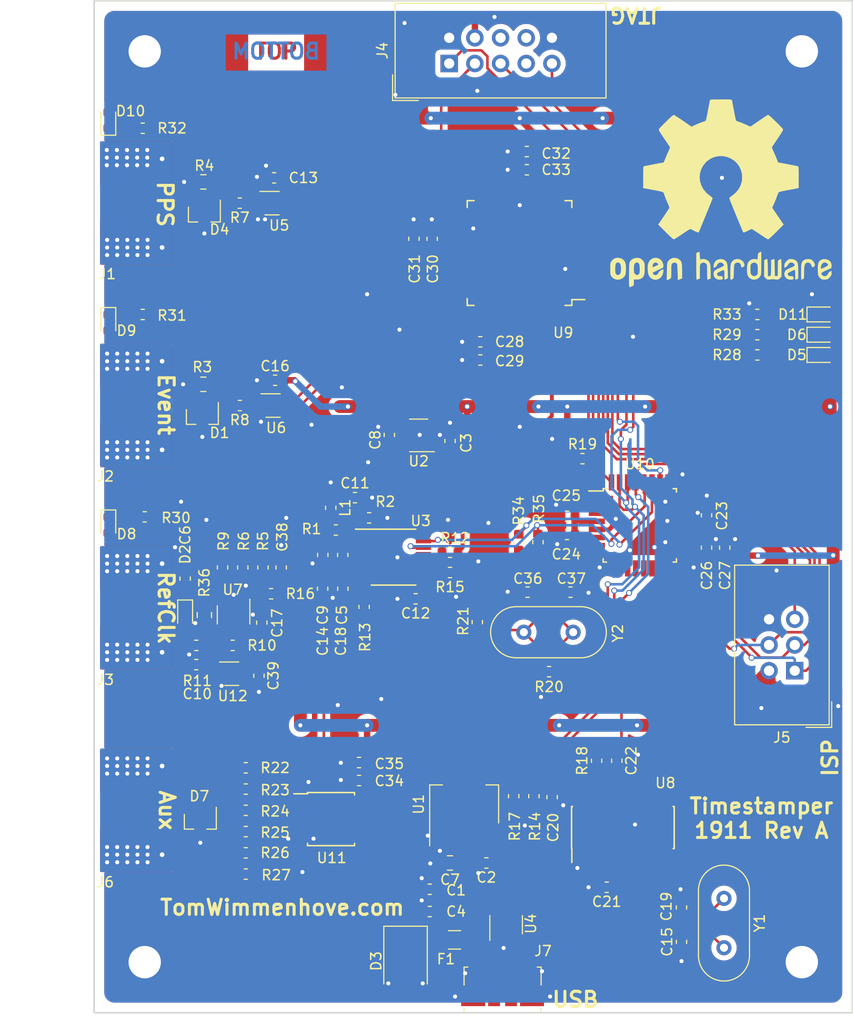
<source format=kicad_pcb>
(kicad_pcb (version 20171130) (host pcbnew 5.0.2-bee76a0~70~ubuntu16.04.1)
  (layers (0 F.Cu signal) (31 B.Cu signal) (34 B.Paste user) (35 F.Paste user) (36 B.SilkS user) (37 F.SilkS user) (38 B.Mask user) (39 F.Mask user) (44 Edge.Cuts user))
  (net 0 "")
  (net 1 GND)
  (net 2 +5V)
  (net 3 "Net-(C5-Pad1)")
  (net 4 "Net-(C6-Pad2)")
  (net 5 "Net-(C6-Pad1)")
  (net 6 +3V3)
  (net 7 +1V8)
  (net 8 "Net-(C10-Pad1)")
  (net 9 "Net-(C15-Pad2)")
  (net 10 "Net-(C19-Pad2)")
  (net 11 "Net-(C22-Pad2)")
  (net 12 /CPU_RST_N)
  (net 13 "Net-(C23-Pad1)")
  (net 14 "Net-(C36-Pad2)")
  (net 15 "Net-(C37-Pad2)")
  (net 16 "Net-(D1-Pad1)")
  (net 17 "Net-(D4-Pad1)")
  (net 18 "Net-(D7-Pad1)")
  (net 19 "Net-(F1-Pad2)")
  (net 20 /TCK)
  (net 21 /TDO)
  (net 22 /TMS)
  (net 23 "Net-(J4-Pad6)")
  (net 24 "Net-(J4-Pad7)")
  (net 25 "Net-(J4-Pad8)")
  (net 26 /TDI)
  (net 27 /MISO)
  (net 28 /SCLK)
  (net 29 /MOSI)
  (net 30 "Net-(R1-Pad2)")
  (net 31 /INCLKK_10MHZ)
  (net 32 "Net-(R7-Pad1)")
  (net 33 "Net-(R8-Pad1)")
  (net 34 "Net-(R9-Pad1)")
  (net 35 /MCLK_100MHZ)
  (net 36 "Net-(R12-Pad2)")
  (net 37 /EXTCLK_33MHZ)
  (net 38 "Net-(R13-Pad2)")
  (net 39 "Net-(R14-Pad1)")
  (net 40 /USBUART_RX)
  (net 41 /CPUCLK_8MHZ)
  (net 42 "Net-(R15-Pad2)")
  (net 43 "Net-(R16-Pad2)")
  (net 44 "Net-(R17-Pad1)")
  (net 45 /USBUART_TX)
  (net 46 /CPLD_CE_N)
  (net 47 "Net-(R22-Pad2)")
  (net 48 "Net-(R23-Pad2)")
  (net 49 "Net-(R24-Pad2)")
  (net 50 "Net-(R25-Pad2)")
  (net 51 "Net-(R26-Pad2)")
  (net 52 "Net-(R27-Pad2)")
  (net 53 /CPLD_HB)
  (net 54 /CAPTURE_N)
  (net 55 /PPS_N)
  (net 56 "Net-(U2-Pad4)")
  (net 57 "Net-(U3-Pad4)")
  (net 58 "Net-(U3-Pad7)")
  (net 59 "Net-(U3-Pad10)")
  (net 60 /SCL)
  (net 61 /SDA)
  (net 62 "Net-(U3-Pad16)")
  (net 63 /USB_DP)
  (net 64 /USB_DM)
  (net 65 "Net-(U8-Pad9)")
  (net 66 "Net-(U8-Pad10)")
  (net 67 "Net-(U8-Pad11)")
  (net 68 "Net-(U8-Pad12)")
  (net 69 "Net-(U8-Pad14)")
  (net 70 "Net-(U8-Pad15)")
  (net 71 /CPLD_RST_CAPT)
  (net 72 "Net-(U9-Pad14)")
  (net 73 /CPLD_INT)
  (net 74 /CPLD_MRST_N)
  (net 75 "Net-(U9-Pad21)")
  (net 76 "Net-(U9-Pad22)")
  (net 77 "Net-(U9-Pad23)")
  (net 78 "Net-(U9-Pad27)")
  (net 79 "Net-(U9-Pad28)")
  (net 80 "Net-(U9-Pad29)")
  (net 81 "Net-(U9-Pad36)")
  (net 82 "Net-(U9-Pad37)")
  (net 83 "Net-(U9-Pad38)")
  (net 84 "Net-(U9-Pad39)")
  (net 85 "Net-(U9-Pad40)")
  (net 86 "Net-(U9-Pad41)")
  (net 87 "Net-(U9-Pad42)")
  (net 88 "Net-(U10-Pad10)")
  (net 89 "Net-(U10-Pad11)")
  (net 90 "Net-(U10-Pad12)")
  (net 91 "Net-(U10-Pad13)")
  (net 92 "Net-(U10-Pad14)")
  (net 93 "Net-(U10-Pad19)")
  (net 94 "Net-(U10-Pad22)")
  (net 95 "Net-(U10-Pad23)")
  (net 96 "Net-(U10-Pad24)")
  (net 97 "Net-(U10-Pad25)")
  (net 98 "Net-(J7-Pad4)")
  (net 99 "Net-(J7-Pad3)")
  (net 100 "Net-(J7-Pad2)")
  (net 101 "Net-(D5-Pad1)")
  (net 102 "Net-(D6-Pad1)")
  (net 103 "Net-(D8-Pad1)")
  (net 104 "Net-(D9-Pad1)")
  (net 105 "Net-(D10-Pad1)")
  (net 106 "Net-(D11-Pad1)")
  (net 107 "Net-(U9-Pad1)")
  (net 108 "Net-(U9-Pad13)")
  (net 109 "Net-(U9-Pad16)")
  (net 110 "Net-(U9-Pad12)")
  (net 111 "Net-(U9-Pad18)")
  (net 112 "Net-(U9-Pad20)")
  (net 113 /LED_D9)
  (net 114 /LED_D10)
  (net 115 "Net-(U9-Pad19)")
  (net 116 "Net-(U10-Pad9)")
  (module Crystal:Crystal_HC49-4H_Vertical (layer F.Cu) (at 92.5 112.4)
    (fp_text reference Y2 (at 9.3 0.1 90) (layer F.SilkS))
    (fp_text value 8MHz)
    (pad 2 thru_hole circle (at 4.88 0) (size 1.5 1.5) (drill 0.8) (layers *.Cu *.Mask) (net 15 "Net-(C37-Pad2)"))
    (pad 1 thru_hole circle (at 0 0) (size 1.5 1.5) (drill 0.8) (layers *.Cu *.Mask) (net 14 "Net-(C36-Pad2)"))
  )
  (module Capacitor_SMD:C_0603_1608Metric (layer F.Cu) (at 75.8 99.1)
    (fp_text reference C11 (at 0 -1.43) (layer F.SilkS))
    (fp_text value 100n)
    (pad 2 smd roundrect (at 0.7875 0) (size 0.875 0.95) (layers F.Cu F.Paste F.Mask) (net 1 GND))
    (pad 1 smd roundrect (at -0.7875 0) (size 0.875 0.95) (layers F.Cu F.Paste F.Mask) (net 7 +1V8))
  )
  (module Connector_IDC:IDC-Header_2x05_P2.54mm_Vertical (layer F.Cu) (at 85.12 56.2 90)
    (fp_text reference J4 (at 1.27 -6.604 90) (layer F.SilkS))
    (fp_text value JTAG)
    (pad 1 thru_hole rect (at 0 0 90) (size 1.7272 1.7272) (drill 1.016) (layers *.Cu *.Mask) (net 20 /TCK))
    (pad 2 thru_hole oval (at 2.54 0 90) (size 1.7272 1.7272) (drill 1.016) (layers *.Cu *.Mask) (net 1 GND))
    (pad 3 thru_hole oval (at 0 2.54 90) (size 1.7272 1.7272) (drill 1.016) (layers *.Cu *.Mask) (net 21 /TDO))
    (pad 4 thru_hole oval (at 2.54 2.54 90) (size 1.7272 1.7272) (drill 1.016) (layers *.Cu *.Mask) (net 6 +3V3))
    (pad 5 thru_hole oval (at 0 5.08 90) (size 1.7272 1.7272) (drill 1.016) (layers *.Cu *.Mask) (net 22 /TMS))
    (pad 6 thru_hole oval (at 2.54 5.08 90) (size 1.7272 1.7272) (drill 1.016) (layers *.Cu *.Mask) (net 23 "Net-(J4-Pad6)"))
    (pad 7 thru_hole oval (at 0 7.62 90) (size 1.7272 1.7272) (drill 1.016) (layers *.Cu *.Mask) (net 24 "Net-(J4-Pad7)"))
    (pad 8 thru_hole oval (at 2.54 7.62 90) (size 1.7272 1.7272) (drill 1.016) (layers *.Cu *.Mask) (net 25 "Net-(J4-Pad8)"))
    (pad 9 thru_hole oval (at 0 10.16 90) (size 1.7272 1.7272) (drill 1.016) (layers *.Cu *.Mask) (net 26 /TDI))
    (pad 10 thru_hole oval (at 2.54 10.16 90) (size 1.7272 1.7272) (drill 1.016) (layers *.Cu *.Mask) (net 1 GND))
  )
  (module Crystal:Crystal_HC49-4H_Vertical (layer F.Cu) (at 112.3 138.7 270)
    (fp_text reference Y1 (at 2.44 -3.525 270) (layer F.SilkS))
    (fp_text value 12MHz)
    (pad 1 thru_hole circle (at 0 0 270) (size 1.5 1.5) (drill 0.8) (layers *.Cu *.Mask) (net 10 "Net-(C19-Pad2)"))
    (pad 2 thru_hole circle (at 4.88 0 270) (size 1.5 1.5) (drill 0.8) (layers *.Cu *.Mask) (net 9 "Net-(C15-Pad2)"))
  )
  (module Resistor_SMD:R_0603_1608Metric (layer F.Cu) (at 87.9 111.4 270)
    (fp_text reference R21 (at -0.1 1.4 270) (layer F.SilkS))
    (fp_text value 0)
    (pad 1 smd roundrect (at -0.7875 0 270) (size 0.875 0.95) (layers F.Cu F.Paste F.Mask) (net 41 /CPUCLK_8MHZ))
    (pad 2 smd roundrect (at 0.7875 0 270) (size 0.875 0.95) (layers F.Cu F.Paste F.Mask) (net 14 "Net-(C36-Pad2)"))
  )
  (module Connector_IDC:IDC-Header_2x03_P2.54mm_Vertical (layer F.Cu) (at 119.3 116.2 180)
    (fp_text reference J5 (at 1.27 -6.604 180) (layer F.SilkS))
    (fp_text value ISP)
    (pad 1 thru_hole rect (at 0 0 180) (size 1.7272 1.7272) (drill 1.016) (layers *.Cu *.Mask) (net 27 /MISO))
    (pad 2 thru_hole oval (at 2.54 0 180) (size 1.7272 1.7272) (drill 1.016) (layers *.Cu *.Mask) (net 6 +3V3))
    (pad 3 thru_hole oval (at 0 2.54 180) (size 1.7272 1.7272) (drill 1.016) (layers *.Cu *.Mask) (net 28 /SCLK))
    (pad 4 thru_hole oval (at 2.54 2.54 180) (size 1.7272 1.7272) (drill 1.016) (layers *.Cu *.Mask) (net 29 /MOSI))
    (pad 5 thru_hole oval (at 0 5.08 180) (size 1.7272 1.7272) (drill 1.016) (layers *.Cu *.Mask) (net 12 /CPU_RST_N))
    (pad 6 thru_hole oval (at 2.54 5.08 180) (size 1.7272 1.7272) (drill 1.016) (layers *.Cu *.Mask) (net 1 GND))
  )
  (module Connectors_Molex:Molex_SMA_Jack_Edge_Mount (layer F.Cu) (at 55 70)
    (fp_text reference J1 (at -3.7 7 180) (layer F.SilkS))
    (fp_text value Conn_Coaxial)
    (pad 1 smd rect (at -1.72 0) (size 5.08 2.29) (layers F.Cu F.Paste F.Mask) (net 17 "Net-(D4-Pad1)"))
    (pad 2 smd rect (at -1.72 -4.38) (size 5.08 2.42) (layers F.Cu F.Paste F.Mask) (net 1 GND))
    (pad 2 smd rect (at -1.72 4.38) (size 5.08 2.42) (layers F.Cu F.Paste F.Mask) (net 1 GND))
    (pad 2 smd rect (at -1.72 -4.38) (size 5.08 2.42) (layers B.Cu B.Paste B.Mask) (net 1 GND))
    (pad 2 smd rect (at -1.72 4.38) (size 5.08 2.42) (layers B.Cu B.Paste B.Mask) (net 1 GND))
    (pad 2 thru_hole circle (at 1.72 -4.38) (size 0.97 0.97) (drill 0.46) (layers *.Cu) (net 1 GND))
    (pad 2 thru_hole circle (at 1.72 4.38) (size 0.97 0.97) (drill 0.46) (layers *.Cu) (net 1 GND))
    (pad 2 smd rect (at 1.27 -4.38) (size 0.89 0.46) (layers F.Cu) (net 1 GND))
    (pad 2 smd rect (at 1.27 4.38) (size 0.89 0.46) (layers F.Cu) (net 1 GND))
    (pad 2 smd rect (at 1.27 -4.38) (size 0.89 0.46) (layers B.Cu) (net 1 GND))
    (pad 2 smd rect (at 1.27 4.38) (size 0.89 0.46) (layers B.Cu) (net 1 GND))
  )
  (module Connectors_Molex:Molex_SMA_Jack_Edge_Mount (layer F.Cu) (at 55 90)
    (fp_text reference J2 (at -3.9 7 180) (layer F.SilkS))
    (fp_text value Conn_Coaxial)
    (pad 1 smd rect (at -1.72 0) (size 5.08 2.29) (layers F.Cu F.Paste F.Mask) (net 16 "Net-(D1-Pad1)"))
    (pad 2 smd rect (at -1.72 -4.38) (size 5.08 2.42) (layers F.Cu F.Paste F.Mask) (net 1 GND))
    (pad 2 smd rect (at -1.72 4.38) (size 5.08 2.42) (layers F.Cu F.Paste F.Mask) (net 1 GND))
    (pad 2 smd rect (at -1.72 -4.38) (size 5.08 2.42) (layers B.Cu B.Paste B.Mask) (net 1 GND))
    (pad 2 smd rect (at -1.72 4.38) (size 5.08 2.42) (layers B.Cu B.Paste B.Mask) (net 1 GND))
    (pad 2 thru_hole circle (at 1.72 -4.38) (size 0.97 0.97) (drill 0.46) (layers *.Cu) (net 1 GND))
    (pad 2 thru_hole circle (at 1.72 4.38) (size 0.97 0.97) (drill 0.46) (layers *.Cu) (net 1 GND))
    (pad 2 smd rect (at 1.27 -4.38) (size 0.89 0.46) (layers F.Cu) (net 1 GND))
    (pad 2 smd rect (at 1.27 4.38) (size 0.89 0.46) (layers F.Cu) (net 1 GND))
    (pad 2 smd rect (at 1.27 -4.38) (size 0.89 0.46) (layers B.Cu) (net 1 GND))
    (pad 2 smd rect (at 1.27 4.38) (size 0.89 0.46) (layers B.Cu) (net 1 GND))
  )
  (module Connectors_Molex:Molex_SMA_Jack_Edge_Mount (layer F.Cu) (at 55 110)
    (fp_text reference J3 (at -3.9 7.1 180) (layer F.SilkS))
    (fp_text value Conn_Coaxial)
    (pad 1 smd rect (at -1.72 0) (size 5.08 2.29) (layers F.Cu F.Paste F.Mask) (net 4 "Net-(C6-Pad2)"))
    (pad 2 smd rect (at -1.72 -4.38) (size 5.08 2.42) (layers F.Cu F.Paste F.Mask) (net 1 GND))
    (pad 2 smd rect (at -1.72 4.38) (size 5.08 2.42) (layers F.Cu F.Paste F.Mask) (net 1 GND))
    (pad 2 smd rect (at -1.72 -4.38) (size 5.08 2.42) (layers B.Cu B.Paste B.Mask) (net 1 GND))
    (pad 2 smd rect (at -1.72 4.38) (size 5.08 2.42) (layers B.Cu B.Paste B.Mask) (net 1 GND))
    (pad 2 thru_hole circle (at 1.72 -4.38) (size 0.97 0.97) (drill 0.46) (layers *.Cu) (net 1 GND))
    (pad 2 thru_hole circle (at 1.72 4.38) (size 0.97 0.97) (drill 0.46) (layers *.Cu) (net 1 GND))
    (pad 2 smd rect (at 1.27 -4.38) (size 0.89 0.46) (layers F.Cu) (net 1 GND))
    (pad 2 smd rect (at 1.27 4.38) (size 0.89 0.46) (layers F.Cu) (net 1 GND))
    (pad 2 smd rect (at 1.27 -4.38) (size 0.89 0.46) (layers B.Cu) (net 1 GND))
    (pad 2 smd rect (at 1.27 4.38) (size 0.89 0.46) (layers B.Cu) (net 1 GND))
  )
  (module Connectors_Molex:Molex_SMA_Jack_Edge_Mount (layer F.Cu) (at 55 130)
    (fp_text reference J6 (at -3.9 7.1) (layer F.SilkS))
    (fp_text value Conn_Coaxial)
    (pad 1 smd rect (at -1.72 0) (size 5.08 2.29) (layers F.Cu F.Paste F.Mask) (net 18 "Net-(D7-Pad1)"))
    (pad 2 smd rect (at -1.72 -4.38) (size 5.08 2.42) (layers F.Cu F.Paste F.Mask) (net 1 GND))
    (pad 2 smd rect (at -1.72 4.38) (size 5.08 2.42) (layers F.Cu F.Paste F.Mask) (net 1 GND))
    (pad 2 smd rect (at -1.72 -4.38) (size 5.08 2.42) (layers B.Cu B.Paste B.Mask) (net 1 GND))
    (pad 2 smd rect (at -1.72 4.38) (size 5.08 2.42) (layers B.Cu B.Paste B.Mask) (net 1 GND))
    (pad 2 thru_hole circle (at 1.72 -4.38) (size 0.97 0.97) (drill 0.46) (layers *.Cu) (net 1 GND))
    (pad 2 thru_hole circle (at 1.72 4.38) (size 0.97 0.97) (drill 0.46) (layers *.Cu) (net 1 GND))
    (pad 2 smd rect (at 1.27 -4.38) (size 0.89 0.46) (layers F.Cu) (net 1 GND))
    (pad 2 smd rect (at 1.27 4.38) (size 0.89 0.46) (layers F.Cu) (net 1 GND))
    (pad 2 smd rect (at 1.27 -4.38) (size 0.89 0.46) (layers B.Cu) (net 1 GND))
    (pad 2 smd rect (at 1.27 4.38) (size 0.89 0.46) (layers B.Cu) (net 1 GND))
  )
  (module Capacitor_SMD:C_0603_1608Metric (layer F.Cu) (at 83.2 137.8 180)
    (fp_text reference C1 (at -2.6 -0.1 180) (layer F.SilkS))
    (fp_text value 100n)
    (pad 1 smd roundrect (at -0.7875 0 180) (size 0.875 0.95) (layers F.Cu F.Paste F.Mask) (net 2 +5V))
    (pad 2 smd roundrect (at 0.7875 0 180) (size 0.875 0.95) (layers F.Cu F.Paste F.Mask) (net 1 GND))
  )
  (module Capacitor_SMD:C_0603_1608Metric (layer F.Cu) (at 88.8 135.2 180)
    (fp_text reference C2 (at 0 -1.43 180) (layer F.SilkS))
    (fp_text value 10u)
    (pad 1 smd roundrect (at -0.7875 0 180) (size 0.875 0.95) (layers F.Cu F.Paste F.Mask) (net 2 +5V))
    (pad 2 smd roundrect (at 0.7875 0 180) (size 0.875 0.95) (layers F.Cu F.Paste F.Mask) (net 1 GND))
  )
  (module Capacitor_SMD:C_0603_1608Metric (layer F.Cu) (at 85.2 93.5 90)
    (fp_text reference C3 (at -0.2 1.6 90) (layer F.SilkS))
    (fp_text value 100n)
    (pad 2 smd roundrect (at 0.7875 0 90) (size 0.875 0.95) (layers F.Cu F.Paste F.Mask) (net 1 GND))
    (pad 1 smd roundrect (at -0.7875 0 90) (size 0.875 0.95) (layers F.Cu F.Paste F.Mask) (net 6 +3V3))
  )
  (module Capacitor_SMD:C_0603_1608Metric (layer F.Cu) (at 83.2 140 180)
    (fp_text reference C4 (at -2.6 0 180) (layer F.SilkS))
    (fp_text value 100n)
    (pad 2 smd roundrect (at 0.7875 0 180) (size 0.875 0.95) (layers F.Cu F.Paste F.Mask) (net 1 GND))
    (pad 1 smd roundrect (at -0.7875 0 180) (size 0.875 0.95) (layers F.Cu F.Paste F.Mask) (net 2 +5V))
  )
  (module Capacitor_SMD:C_0603_1608Metric (layer F.Cu) (at 74.59 104.764 270)
    (fp_text reference C5 (at 5.936 0.09 270) (layer F.SilkS))
    (fp_text value 100n)
    (pad 1 smd roundrect (at -0.7875 0 270) (size 0.875 0.95) (layers F.Cu F.Paste F.Mask) (net 3 "Net-(C5-Pad1)"))
    (pad 2 smd roundrect (at 0.7875 0 270) (size 0.875 0.95) (layers F.Cu F.Paste F.Mask) (net 1 GND))
  )
  (module Capacitor_SMD:C_0603_1608Metric (layer F.Cu) (at 59 107.1 270)
    (fp_text reference C6 (at -4.3 0 270) (layer F.SilkS))
    (fp_text value C)
    (pad 2 smd roundrect (at 0.7875 0 270) (size 0.875 0.95) (layers F.Cu F.Paste F.Mask) (net 4 "Net-(C6-Pad2)"))
    (pad 1 smd roundrect (at -0.7875 0 270) (size 0.875 0.95) (layers F.Cu F.Paste F.Mask) (net 5 "Net-(C6-Pad1)"))
  )
  (module Capacitor_SMD:C_0603_1608Metric (layer F.Cu) (at 79.2 92.9 90)
    (fp_text reference C8 (at -0.5 -1.4 90) (layer F.SilkS))
    (fp_text value 100n)
    (pad 1 smd roundrect (at -0.7875 0 90) (size 0.875 0.95) (layers F.Cu F.Paste F.Mask) (net 7 +1V8))
    (pad 2 smd roundrect (at 0.7875 0 90) (size 0.875 0.95) (layers F.Cu F.Paste F.Mask) (net 1 GND))
  )
  (module Capacitor_SMD:C_0603_1608Metric (layer F.Cu) (at 72.612 104.764 270)
    (fp_text reference C9 (at 5.936 0.012 270) (layer F.SilkS))
    (fp_text value 10n)
    (pad 2 smd roundrect (at 0.7875 0 270) (size 0.875 0.95) (layers F.Cu F.Paste F.Mask) (net 1 GND))
    (pad 1 smd roundrect (at -0.7875 0 270) (size 0.875 0.95) (layers F.Cu F.Paste F.Mask) (net 3 "Net-(C5-Pad1)"))
  )
  (module Capacitor_SMD:C_0603_1608Metric (layer F.Cu) (at 60.1 115.6 180)
    (fp_text reference C10 (at -0.1 -2.9 180) (layer F.SilkS))
    (fp_text value 100n)
    (pad 1 smd roundrect (at -0.7875 0 180) (size 0.875 0.95) (layers F.Cu F.Paste F.Mask) (net 8 "Net-(C10-Pad1)"))
    (pad 2 smd roundrect (at 0.7875 0 180) (size 0.875 0.95) (layers F.Cu F.Paste F.Mask) (net 1 GND))
  )
  (module Capacitor_SMD:C_0603_1608Metric (layer F.Cu) (at 81.8 109.1 180)
    (fp_text reference C12 (at 0 -1.43 180) (layer F.SilkS))
    (fp_text value 100n)
    (pad 1 smd roundrect (at -0.7875 0 180) (size 0.875 0.95) (layers F.Cu F.Paste F.Mask) (net 6 +3V3))
    (pad 2 smd roundrect (at 0.7875 0 180) (size 0.875 0.95) (layers F.Cu F.Paste F.Mask) (net 1 GND))
  )
  (module Capacitor_SMD:C_0603_1608Metric (layer F.Cu) (at 67.8 67.5 180)
    (fp_text reference C13 (at -2.9 0 180) (layer F.SilkS))
    (fp_text value 100n)
    (pad 1 smd roundrect (at -0.7875 0 180) (size 0.875 0.95) (layers F.Cu F.Paste F.Mask) (net 6 +3V3))
    (pad 2 smd roundrect (at 0.7875 0 180) (size 0.875 0.95) (layers F.Cu F.Paste F.Mask) (net 1 GND))
  )
  (module Capacitor_SMD:C_0603_1608Metric (layer F.Cu) (at 72.6 108.1 270)
    (fp_text reference C14 (at 5.2 0 270) (layer F.SilkS))
    (fp_text value 100n)
    (pad 2 smd roundrect (at 0.7875 0 270) (size 0.875 0.95) (layers F.Cu F.Paste F.Mask) (net 1 GND))
    (pad 1 smd roundrect (at -0.7875 0 270) (size 0.875 0.95) (layers F.Cu F.Paste F.Mask) (net 6 +3V3))
  )
  (module Capacitor_SMD:C_0603_1608Metric (layer F.Cu) (at 108.1 143 90)
    (fp_text reference C15 (at 0 -1.43 90) (layer F.SilkS))
    (fp_text value 22p)
    (pad 2 smd roundrect (at 0.7875 0 90) (size 0.875 0.95) (layers F.Cu F.Paste F.Mask) (net 9 "Net-(C15-Pad2)"))
    (pad 1 smd roundrect (at -0.7875 0 90) (size 0.875 0.95) (layers F.Cu F.Paste F.Mask) (net 1 GND))
  )
  (module Capacitor_SMD:C_0603_1608Metric (layer F.Cu) (at 67.9 87.5 180)
    (fp_text reference C16 (at 0 1.4 180) (layer F.SilkS))
    (fp_text value 100n)
    (pad 2 smd roundrect (at 0.7875 0 180) (size 0.875 0.95) (layers F.Cu F.Paste F.Mask) (net 1 GND))
    (pad 1 smd roundrect (at -0.7875 0 180) (size 0.875 0.95) (layers F.Cu F.Paste F.Mask) (net 6 +3V3))
  )
  (module Capacitor_SMD:C_0603_1608Metric (layer F.Cu) (at 66.584 111.448 90)
    (fp_text reference C17 (at -0.052 1.516 90) (layer F.SilkS))
    (fp_text value 100n)
    (pad 1 smd roundrect (at -0.7875 0 90) (size 0.875 0.95) (layers F.Cu F.Paste F.Mask) (net 6 +3V3))
    (pad 2 smd roundrect (at 0.7875 0 90) (size 0.875 0.95) (layers F.Cu F.Paste F.Mask) (net 1 GND))
  )
  (module Capacitor_SMD:C_0603_1608Metric (layer F.Cu) (at 74.6 108.1 270)
    (fp_text reference C18 (at 5.2 0.2 270) (layer F.SilkS))
    (fp_text value 100n)
    (pad 1 smd roundrect (at -0.7875 0 270) (size 0.875 0.95) (layers F.Cu F.Paste F.Mask) (net 6 +3V3))
    (pad 2 smd roundrect (at 0.7875 0 270) (size 0.875 0.95) (layers F.Cu F.Paste F.Mask) (net 1 GND))
  )
  (module Capacitor_SMD:C_0603_1608Metric (layer F.Cu) (at 108.1 139.6 270)
    (fp_text reference C19 (at -0.1 1.5 270) (layer F.SilkS))
    (fp_text value 22p)
    (pad 1 smd roundrect (at -0.7875 0 270) (size 0.875 0.95) (layers F.Cu F.Paste F.Mask) (net 1 GND))
    (pad 2 smd roundrect (at 0.7875 0 270) (size 0.875 0.95) (layers F.Cu F.Paste F.Mask) (net 10 "Net-(C19-Pad2)"))
  )
  (module Capacitor_SMD:C_0603_1608Metric (layer F.Cu) (at 95.3 128.7 90)
    (fp_text reference C20 (at -3 0.1 90) (layer F.SilkS))
    (fp_text value 10n)
    (pad 2 smd roundrect (at 0.7875 0 90) (size 0.875 0.95) (layers F.Cu F.Paste F.Mask) (net 6 +3V3))
    (pad 1 smd roundrect (at -0.7875 0 90) (size 0.875 0.95) (layers F.Cu F.Paste F.Mask) (net 1 GND))
  )
  (module Capacitor_SMD:C_0603_1608Metric (layer F.Cu) (at 100.7 137.6 180)
    (fp_text reference C21 (at 0 -1.43 180) (layer F.SilkS))
    (fp_text value 100n)
    (pad 2 smd roundrect (at 0.7875 0 180) (size 0.875 0.95) (layers F.Cu F.Paste F.Mask) (net 1 GND))
    (pad 1 smd roundrect (at -0.7875 0 180) (size 0.875 0.95) (layers F.Cu F.Paste F.Mask) (net 6 +3V3))
  )
  (module Capacitor_SMD:C_0603_1608Metric (layer F.Cu) (at 101.7 125.1 270)
    (fp_text reference C22 (at 0 -1.43 270) (layer F.SilkS))
    (fp_text value 100n)
    (pad 1 smd roundrect (at -0.7875 0 270) (size 0.875 0.95) (layers F.Cu F.Paste F.Mask) (net 12 /CPU_RST_N))
    (pad 2 smd roundrect (at 0.7875 0 270) (size 0.875 0.95) (layers F.Cu F.Paste F.Mask) (net 11 "Net-(C22-Pad2)"))
  )
  (module Capacitor_SMD:C_0603_1608Metric (layer F.Cu) (at 110.575119 100.841521 90)
    (fp_text reference C23 (at -0.058479 1.524881 90) (layer F.SilkS))
    (fp_text value 100n)
    (pad 1 smd roundrect (at -0.7875 0 90) (size 0.875 0.95) (layers F.Cu F.Paste F.Mask) (net 13 "Net-(C23-Pad1)"))
    (pad 2 smd roundrect (at 0.7875 0 90) (size 0.875 0.95) (layers F.Cu F.Paste F.Mask) (net 1 GND))
  )
  (module Capacitor_SMD:C_0603_1608Metric (layer F.Cu) (at 96.775119 102.741521 180)
    (fp_text reference C24 (at 0.075119 -1.958479 180) (layer F.SilkS))
    (fp_text value 100n)
    (pad 1 smd roundrect (at -0.7875 0 180) (size 0.875 0.95) (layers F.Cu F.Paste F.Mask) (net 6 +3V3))
    (pad 2 smd roundrect (at 0.7875 0 180) (size 0.875 0.95) (layers F.Cu F.Paste F.Mask) (net 1 GND))
  )
  (module Capacitor_SMD:C_0603_1608Metric (layer F.Cu) (at 96.775119 100.941521 180)
    (fp_text reference C25 (at 0.075119 2.041521 180) (layer F.SilkS))
    (fp_text value 10n)
    (pad 2 smd roundrect (at 0.7875 0 180) (size 0.875 0.95) (layers F.Cu F.Paste F.Mask) (net 1 GND))
    (pad 1 smd roundrect (at -0.7875 0 180) (size 0.875 0.95) (layers F.Cu F.Paste F.Mask) (net 6 +3V3))
  )
  (module Capacitor_SMD:C_0603_1608Metric (layer F.Cu) (at 110.575119 104.041521 90)
    (fp_text reference C26 (at -2.758479 0.024881 90) (layer F.SilkS))
    (fp_text value 100n)
    (pad 1 smd roundrect (at -0.7875 0 90) (size 0.875 0.95) (layers F.Cu F.Paste F.Mask) (net 6 +3V3))
    (pad 2 smd roundrect (at 0.7875 0 90) (size 0.875 0.95) (layers F.Cu F.Paste F.Mask) (net 1 GND))
  )
  (module Capacitor_SMD:C_0603_1608Metric (layer F.Cu) (at 112.375119 104.041521 90)
    (fp_text reference C27 (at -2.758479 0.024881 90) (layer F.SilkS))
    (fp_text value 100n)
    (pad 2 smd roundrect (at 0.7875 0 90) (size 0.875 0.95) (layers F.Cu F.Paste F.Mask) (net 1 GND))
    (pad 1 smd roundrect (at -0.7875 0 90) (size 0.875 0.95) (layers F.Cu F.Paste F.Mask) (net 6 +3V3))
  )
  (module Capacitor_SMD:C_0603_1608Metric (layer F.Cu) (at 88.2 83.7 180)
    (fp_text reference C28 (at -2.9 0 180) (layer F.SilkS))
    (fp_text value 10n)
    (pad 2 smd roundrect (at 0.7875 0 180) (size 0.875 0.95) (layers F.Cu F.Paste F.Mask) (net 1 GND))
    (pad 1 smd roundrect (at -0.7875 0 180) (size 0.875 0.95) (layers F.Cu F.Paste F.Mask) (net 6 +3V3))
  )
  (module Capacitor_SMD:C_0603_1608Metric (layer F.Cu) (at 88.2 85.5 180)
    (fp_text reference C29 (at -2.9 -0.1 180) (layer F.SilkS))
    (fp_text value 100n)
    (pad 1 smd roundrect (at -0.7875 0 180) (size 0.875 0.95) (layers F.Cu F.Paste F.Mask) (net 6 +3V3))
    (pad 2 smd roundrect (at 0.7875 0 180) (size 0.875 0.95) (layers F.Cu F.Paste F.Mask) (net 1 GND))
  )
  (module Capacitor_SMD:C_0603_1608Metric (layer F.Cu) (at 83.435 73.52 90)
    (fp_text reference C30 (at -2.98 0.065 90) (layer F.SilkS))
    (fp_text value 100n)
    (pad 1 smd roundrect (at -0.7875 0 90) (size 0.875 0.95) (layers F.Cu F.Paste F.Mask) (net 6 +3V3))
    (pad 2 smd roundrect (at 0.7875 0 90) (size 0.875 0.95) (layers F.Cu F.Paste F.Mask) (net 1 GND))
  )
  (module Capacitor_SMD:C_0603_1608Metric (layer F.Cu) (at 81.635 73.52 90)
    (fp_text reference C31 (at -2.98 0.065 90) (layer F.SilkS))
    (fp_text value 100n)
    (pad 2 smd roundrect (at 0.7875 0 90) (size 0.875 0.95) (layers F.Cu F.Paste F.Mask) (net 1 GND))
    (pad 1 smd roundrect (at -0.7875 0 90) (size 0.875 0.95) (layers F.Cu F.Paste F.Mask) (net 6 +3V3))
  )
  (module Capacitor_SMD:C_0603_1608Metric (layer F.Cu) (at 92.8 64.9 180)
    (fp_text reference C32 (at -2.9 -0.2 180) (layer F.SilkS))
    (fp_text value 10n)
    (pad 1 smd roundrect (at -0.7875 0 180) (size 0.875 0.95) (layers F.Cu F.Paste F.Mask) (net 6 +3V3))
    (pad 2 smd roundrect (at 0.7875 0 180) (size 0.875 0.95) (layers F.Cu F.Paste F.Mask) (net 1 GND))
  )
  (module Capacitor_SMD:C_0603_1608Metric (layer F.Cu) (at 92.8 66.7 180)
    (fp_text reference C33 (at -2.9 0 180) (layer F.SilkS))
    (fp_text value 100n)
    (pad 1 smd roundrect (at -0.7875 0 180) (size 0.875 0.95) (layers F.Cu F.Paste F.Mask) (net 6 +3V3))
    (pad 2 smd roundrect (at 0.7875 0 180) (size 0.875 0.95) (layers F.Cu F.Paste F.Mask) (net 1 GND))
  )
  (module Capacitor_SMD:C_0603_1608Metric (layer F.Cu) (at 76.2 127.056 180)
    (fp_text reference C34 (at -3 -0.044 180) (layer F.SilkS))
    (fp_text value 100n)
    (pad 2 smd roundrect (at 0.7875 0 180) (size 0.875 0.95) (layers F.Cu F.Paste F.Mask) (net 1 GND))
    (pad 1 smd roundrect (at -0.7875 0 180) (size 0.875 0.95) (layers F.Cu F.Paste F.Mask) (net 6 +3V3))
  )
  (module Capacitor_SMD:C_0603_1608Metric (layer F.Cu) (at 76.2 125.278 180)
    (fp_text reference C35 (at -3 -0.122 180) (layer F.SilkS))
    (fp_text value 1u)
    (pad 2 smd roundrect (at 0.7875 0 180) (size 0.875 0.95) (layers F.Cu F.Paste F.Mask) (net 1 GND))
    (pad 1 smd roundrect (at -0.7875 0 180) (size 0.875 0.95) (layers F.Cu F.Paste F.Mask) (net 6 +3V3))
  )
  (module Capacitor_SMD:C_0603_1608Metric (layer F.Cu) (at 92.875119 108.441521)
    (fp_text reference C36 (at 0.024881 -1.341521) (layer F.SilkS))
    (fp_text value 22p)
    (pad 2 smd roundrect (at 0.7875 0) (size 0.875 0.95) (layers F.Cu F.Paste F.Mask) (net 14 "Net-(C36-Pad2)"))
    (pad 1 smd roundrect (at -0.7875 0) (size 0.875 0.95) (layers F.Cu F.Paste F.Mask) (net 1 GND))
  )
  (module Capacitor_SMD:C_0603_1608Metric (layer F.Cu) (at 97.125119 108.441521 180)
    (fp_text reference C37 (at -0.074881 1.341521 180) (layer F.SilkS))
    (fp_text value 22p)
    (pad 1 smd roundrect (at -0.7875 0 180) (size 0.875 0.95) (layers F.Cu F.Paste F.Mask) (net 1 GND))
    (pad 2 smd roundrect (at 0.7875 0 180) (size 0.875 0.95) (layers F.Cu F.Paste F.Mask) (net 15 "Net-(C37-Pad2)"))
  )
  (module Capacitor_SMD:C_0603_1608Metric (layer F.Cu) (at 68.5 106 90)
    (fp_text reference C38 (at 3 0.1 90) (layer F.SilkS))
    (fp_text value 100n)
    (pad 2 smd roundrect (at 0.7875 0 90) (size 0.875 0.95) (layers F.Cu F.Paste F.Mask) (net 1 GND))
    (pad 1 smd roundrect (at -0.7875 0 90) (size 0.875 0.95) (layers F.Cu F.Paste F.Mask) (net 6 +3V3))
  )
  (module MountingHole:MountingHole_3.2mm_M3_Pad (layer F.Cu) (at 55 145)
    (fp_text reference MH1 hide)
    (fp_text value Conn_01x01)
    (pad 1 thru_hole circle (at 0 0) (size 6.4 6.4) (drill 3.2) (layers *.Cu *.Mask) (net 1 GND))
  )
  (module MountingHole:MountingHole_3.2mm_M3_Pad (layer F.Cu) (at 120 145)
    (fp_text reference MH2 hide)
    (fp_text value Conn_01x01)
    (pad 1 thru_hole circle (at 0 0) (size 6.4 6.4) (drill 3.2) (layers *.Cu *.Mask) (net 1 GND))
  )
  (module MountingHole:MountingHole_3.2mm_M3_Pad (layer F.Cu) (at 120 55)
    (fp_text reference MH3 hide)
    (fp_text value Conn_01x01)
    (pad 1 thru_hole circle (at 0 0) (size 6.4 6.4) (drill 3.2) (layers *.Cu *.Mask) (net 1 GND))
  )
  (module MountingHole:MountingHole_3.2mm_M3_Pad (layer F.Cu) (at 55 55)
    (fp_text reference MH4 hide)
    (fp_text value Conn_01x01)
    (pad 1 thru_hole circle (at 0 0) (size 6.4 6.4) (drill 3.2) (layers *.Cu *.Mask) (net 1 GND))
  )
  (module Resistor_SMD:R_0603_1608Metric (layer F.Cu) (at 73.9 102.3)
    (fp_text reference R1 (at -2.4 -0.1) (layer F.SilkS))
    (fp_text value 10k)
    (pad 1 smd roundrect (at -0.7875 0) (size 0.875 0.95) (layers F.Cu F.Paste F.Mask) (net 3 "Net-(C5-Pad1)"))
    (pad 2 smd roundrect (at 0.7875 0) (size 0.875 0.95) (layers F.Cu F.Paste F.Mask) (net 30 "Net-(R1-Pad2)"))
  )
  (module Resistor_SMD:R_0603_1608Metric (layer F.Cu) (at 77.2 101.1)
    (fp_text reference R2 (at 1.6 -1.6) (layer F.SilkS))
    (fp_text value 220)
    (pad 1 smd roundrect (at -0.7875 0) (size 0.875 0.95) (layers F.Cu F.Paste F.Mask) (net 31 /INCLKK_10MHZ))
    (pad 2 smd roundrect (at 0.7875 0) (size 0.875 0.95) (layers F.Cu F.Paste F.Mask) (net 1 GND))
  )
  (module Resistor_SMD:R_0805_2012Metric (layer F.Cu) (at 60.8 87.9 180)
    (fp_text reference R3 (at 0.1 1.7 180) (layer F.SilkS))
    (fp_text value 51)
    (pad 2 smd roundrect (at 0.9375 0 180) (size 0.975 1.4) (layers F.Cu F.Paste F.Mask) (net 1 GND))
    (pad 1 smd roundrect (at -0.9375 0 180) (size 0.975 1.4) (layers F.Cu F.Paste F.Mask) (net 16 "Net-(D1-Pad1)"))
  )
  (module Resistor_SMD:R_0805_2012Metric (layer F.Cu) (at 60.8 67.9 180)
    (fp_text reference R4 (at -0.1 1.6 180) (layer F.SilkS))
    (fp_text value 51)
    (pad 1 smd roundrect (at -0.9375 0 180) (size 0.975 1.4) (layers F.Cu F.Paste F.Mask) (net 17 "Net-(D4-Pad1)"))
    (pad 2 smd roundrect (at 0.9375 0 180) (size 0.975 1.4) (layers F.Cu F.Paste F.Mask) (net 1 GND))
  )
  (module Resistor_SMD:R_0603_1608Metric (layer F.Cu) (at 66.7 106 90)
    (fp_text reference R5 (at 2.6 0 90) (layer F.SilkS))
    (fp_text value 100)
    (pad 2 smd roundrect (at 0.7875 0 90) (size 0.875 0.95) (layers F.Cu F.Paste F.Mask) (net 5 "Net-(C6-Pad1)"))
    (pad 1 smd roundrect (at -0.7875 0 90) (size 0.875 0.95) (layers F.Cu F.Paste F.Mask) (net 6 +3V3))
  )
  (module Resistor_SMD:R_0603_1608Metric (layer F.Cu) (at 64.7 106 270)
    (fp_text reference R6 (at -2.6 -0.1 270) (layer F.SilkS))
    (fp_text value 100)
    (pad 1 smd roundrect (at -0.7875 0 270) (size 0.875 0.95) (layers F.Cu F.Paste F.Mask) (net 5 "Net-(C6-Pad1)"))
    (pad 2 smd roundrect (at 0.7875 0 270) (size 0.875 0.95) (layers F.Cu F.Paste F.Mask) (net 1 GND))
  )
  (module Resistor_SMD:R_0603_1608Metric (layer F.Cu) (at 64.4 70 180)
    (fp_text reference R7 (at 0 -1.43 180) (layer F.SilkS))
    (fp_text value 100)
    (pad 2 smd roundrect (at 0.7875 0 180) (size 0.875 0.95) (layers F.Cu F.Paste F.Mask) (net 17 "Net-(D4-Pad1)"))
    (pad 1 smd roundrect (at -0.7875 0 180) (size 0.875 0.95) (layers F.Cu F.Paste F.Mask) (net 32 "Net-(R7-Pad1)"))
  )
  (module Resistor_SMD:R_0603_1608Metric (layer F.Cu) (at 64.4 90 180)
    (fp_text reference R8 (at 0 -1.43 180) (layer F.SilkS))
    (fp_text value 100)
    (pad 1 smd roundrect (at -0.7875 0 180) (size 0.875 0.95) (layers F.Cu F.Paste F.Mask) (net 33 "Net-(R8-Pad1)"))
    (pad 2 smd roundrect (at 0.7875 0 180) (size 0.875 0.95) (layers F.Cu F.Paste F.Mask) (net 16 "Net-(D1-Pad1)"))
  )
  (module Resistor_SMD:R_0603_1608Metric (layer F.Cu) (at 62.7 106 90)
    (fp_text reference R9 (at 2.6 0.1 90) (layer F.SilkS))
    (fp_text value 100)
    (pad 1 smd roundrect (at -0.7875 0 90) (size 0.875 0.95) (layers F.Cu F.Paste F.Mask) (net 34 "Net-(R9-Pad1)"))
    (pad 2 smd roundrect (at 0.7875 0 90) (size 0.875 0.95) (layers F.Cu F.Paste F.Mask) (net 5 "Net-(C6-Pad1)"))
  )
  (module Resistor_SMD:R_0603_1608Metric (layer F.Cu) (at 63.7 113.7 180)
    (fp_text reference R10 (at -2.9 0 180) (layer F.SilkS))
    (fp_text value 10k)
    (pad 2 smd roundrect (at 0.7875 0 180) (size 0.875 0.95) (layers F.Cu F.Paste F.Mask) (net 8 "Net-(C10-Pad1)"))
    (pad 1 smd roundrect (at -0.7875 0 180) (size 0.875 0.95) (layers F.Cu F.Paste F.Mask) (net 6 +3V3))
  )
  (module Resistor_SMD:R_0603_1608Metric (layer F.Cu) (at 60.1 113.7 180)
    (fp_text reference R11 (at -0.1 -3.5 180) (layer F.SilkS))
    (fp_text value 10k)
    (pad 2 smd roundrect (at 0.7875 0 180) (size 0.875 0.95) (layers F.Cu F.Paste F.Mask) (net 1 GND))
    (pad 1 smd roundrect (at -0.7875 0 180) (size 0.875 0.95) (layers F.Cu F.Paste F.Mask) (net 8 "Net-(C10-Pad1)"))
  )
  (module Resistor_SMD:R_0603_1608Metric (layer F.Cu) (at 85.2 104.5 180)
    (fp_text reference R12 (at -0.5 1.4 180) (layer F.SilkS))
    (fp_text value 33)
    (pad 1 smd roundrect (at -0.7875 0 180) (size 0.875 0.95) (layers F.Cu F.Paste F.Mask) (net 35 /MCLK_100MHZ))
    (pad 2 smd roundrect (at 0.7875 0 180) (size 0.875 0.95) (layers F.Cu F.Paste F.Mask) (net 36 "Net-(R12-Pad2)"))
  )
  (module Resistor_SMD:R_0603_1608Metric (layer F.Cu) (at 76.7 109.9 90)
    (fp_text reference R13 (at -3 0.1 90) (layer F.SilkS))
    (fp_text value 33)
    (pad 1 smd roundrect (at -0.7875 0 90) (size 0.875 0.95) (layers F.Cu F.Paste F.Mask) (net 37 /EXTCLK_33MHZ))
    (pad 2 smd roundrect (at 0.7875 0 90) (size 0.875 0.95) (layers F.Cu F.Paste F.Mask) (net 38 "Net-(R13-Pad2)"))
  )
  (module Resistor_SMD:R_0603_1608Metric (layer F.Cu) (at 93.5 128.6 90)
    (fp_text reference R14 (at -3 0.1 90) (layer F.SilkS))
    (fp_text value 100)
    (pad 1 smd roundrect (at -0.7875 0 90) (size 0.875 0.95) (layers F.Cu F.Paste F.Mask) (net 39 "Net-(R14-Pad1)"))
    (pad 2 smd roundrect (at 0.7875 0 90) (size 0.875 0.95) (layers F.Cu F.Paste F.Mask) (net 40 /USBUART_RX))
  )
  (module Resistor_SMD:R_0603_1608Metric (layer F.Cu) (at 85.2 106.5 180)
    (fp_text reference R15 (at 0 -1.43 180) (layer F.SilkS))
    (fp_text value 33)
    (pad 2 smd roundrect (at 0.7875 0 180) (size 0.875 0.95) (layers F.Cu F.Paste F.Mask) (net 42 "Net-(R15-Pad2)"))
    (pad 1 smd roundrect (at -0.7875 0 180) (size 0.875 0.95) (layers F.Cu F.Paste F.Mask) (net 41 /CPUCLK_8MHZ))
  )
  (module Resistor_SMD:R_0603_1608Metric (layer F.Cu) (at 67.5 108.6 180)
    (fp_text reference R16 (at -2.9 0 180) (layer F.SilkS))
    (fp_text value 220)
    (pad 2 smd roundrect (at 0.7875 0 180) (size 0.875 0.95) (layers F.Cu F.Paste F.Mask) (net 43 "Net-(R16-Pad2)"))
    (pad 1 smd roundrect (at -0.7875 0 180) (size 0.875 0.95) (layers F.Cu F.Paste F.Mask) (net 31 /INCLKK_10MHZ))
  )
  (module Resistor_SMD:R_0603_1608Metric (layer F.Cu) (at 91.5 128.6 90)
    (fp_text reference R17 (at -3 0.1 90) (layer F.SilkS))
    (fp_text value 100)
    (pad 2 smd roundrect (at 0.7875 0 90) (size 0.875 0.95) (layers F.Cu F.Paste F.Mask) (net 45 /USBUART_TX))
    (pad 1 smd roundrect (at -0.7875 0 90) (size 0.875 0.95) (layers F.Cu F.Paste F.Mask) (net 44 "Net-(R17-Pad1)"))
  )
  (module Resistor_SMD:R_0603_1608Metric (layer F.Cu) (at 99.7 125.1 90)
    (fp_text reference R18 (at 0 -1.43 90) (layer F.SilkS))
    (fp_text value 10k)
    (pad 1 smd roundrect (at -0.7875 0 90) (size 0.875 0.95) (layers F.Cu F.Paste F.Mask) (net 6 +3V3))
    (pad 2 smd roundrect (at 0.7875 0 90) (size 0.875 0.95) (layers F.Cu F.Paste F.Mask) (net 12 /CPU_RST_N))
  )
  (module Resistor_SMD:R_0603_1608Metric (layer F.Cu) (at 98.3 95.25)
    (fp_text reference R19 (at 0 -1.43) (layer F.SilkS))
    (fp_text value 10k)
    (pad 2 smd roundrect (at 0.7875 0) (size 0.875 0.95) (layers F.Cu F.Paste F.Mask) (net 46 /CPLD_CE_N))
    (pad 1 smd roundrect (at -0.7875 0) (size 0.875 0.95) (layers F.Cu F.Paste F.Mask) (net 6 +3V3))
  )
  (module Resistor_SMD:R_0603_1608Metric (layer F.Cu) (at 95 116.3)
    (fp_text reference R20 (at 0 1.5) (layer F.SilkS))
    (fp_text value 100k)
    (pad 2 smd roundrect (at 0.7875 0) (size 0.875 0.95) (layers F.Cu F.Paste F.Mask) (net 15 "Net-(C37-Pad2)"))
    (pad 1 smd roundrect (at -0.7875 0) (size 0.875 0.95) (layers F.Cu F.Paste F.Mask) (net 14 "Net-(C36-Pad2)"))
  )
  (module Resistor_SMD:R_0603_1608Metric (layer F.Cu) (at 65 125.8)
    (fp_text reference R22 (at 2.9 0) (layer F.SilkS))
    (fp_text value 270)
    (pad 2 smd roundrect (at 0.7875 0) (size 0.875 0.95) (layers F.Cu F.Paste F.Mask) (net 47 "Net-(R22-Pad2)"))
    (pad 1 smd roundrect (at -0.7875 0) (size 0.875 0.95) (layers F.Cu F.Paste F.Mask) (net 18 "Net-(D7-Pad1)"))
  )
  (module Resistor_SMD:R_0603_1608Metric (layer F.Cu) (at 65 127.9)
    (fp_text reference R23 (at 2.9 0.1) (layer F.SilkS))
    (fp_text value 270)
    (pad 1 smd roundrect (at -0.7875 0) (size 0.875 0.95) (layers F.Cu F.Paste F.Mask) (net 18 "Net-(D7-Pad1)"))
    (pad 2 smd roundrect (at 0.7875 0) (size 0.875 0.95) (layers F.Cu F.Paste F.Mask) (net 48 "Net-(R23-Pad2)"))
  )
  (module Resistor_SMD:R_0603_1608Metric (layer F.Cu) (at 65 130)
    (fp_text reference R24 (at 2.9 0.1) (layer F.SilkS))
    (fp_text value 270)
    (pad 2 smd roundrect (at 0.7875 0) (size 0.875 0.95) (layers F.Cu F.Paste F.Mask) (net 49 "Net-(R24-Pad2)"))
    (pad 1 smd roundrect (at -0.7875 0) (size 0.875 0.95) (layers F.Cu F.Paste F.Mask) (net 18 "Net-(D7-Pad1)"))
  )
  (module Resistor_SMD:R_0603_1608Metric (layer F.Cu) (at 65 132.1)
    (fp_text reference R25 (at 2.9 0.1) (layer F.SilkS))
    (fp_text value 270)
    (pad 1 smd roundrect (at -0.7875 0) (size 0.875 0.95) (layers F.Cu F.Paste F.Mask) (net 18 "Net-(D7-Pad1)"))
    (pad 2 smd roundrect (at 0.7875 0) (size 0.875 0.95) (layers F.Cu F.Paste F.Mask) (net 50 "Net-(R25-Pad2)"))
  )
  (module Resistor_SMD:R_0603_1608Metric (layer F.Cu) (at 65 134.2)
    (fp_text reference R26 (at 2.9 0) (layer F.SilkS))
    (fp_text value 270)
    (pad 2 smd roundrect (at 0.7875 0) (size 0.875 0.95) (layers F.Cu F.Paste F.Mask) (net 51 "Net-(R26-Pad2)"))
    (pad 1 smd roundrect (at -0.7875 0) (size 0.875 0.95) (layers F.Cu F.Paste F.Mask) (net 18 "Net-(D7-Pad1)"))
  )
  (module Resistor_SMD:R_0603_1608Metric (layer F.Cu) (at 65 136.3)
    (fp_text reference R27 (at 3 0.1) (layer F.SilkS))
    (fp_text value 270)
    (pad 1 smd roundrect (at -0.7875 0) (size 0.875 0.95) (layers F.Cu F.Paste F.Mask) (net 18 "Net-(D7-Pad1)"))
    (pad 2 smd roundrect (at 0.7875 0) (size 0.875 0.95) (layers F.Cu F.Paste F.Mask) (net 52 "Net-(R27-Pad2)"))
  )
  (module Resistor_SMD:R_0603_1608Metric (layer F.Cu) (at 115.6 85 180)
    (fp_text reference R28 (at 3 0 180) (layer F.SilkS))
    (fp_text value 330)
    (pad 1 smd roundrect (at -0.7875 0 180) (size 0.875 0.95) (layers F.Cu F.Paste F.Mask) (net 101 "Net-(D5-Pad1)"))
    (pad 2 smd roundrect (at 0.7875 0 180) (size 0.875 0.95) (layers F.Cu F.Paste F.Mask) (net 45 /USBUART_TX))
  )
  (module Resistor_SMD:R_0603_1608Metric (layer F.Cu) (at 115.6 83)
    (fp_text reference R29 (at -3 0) (layer F.SilkS))
    (fp_text value 330)
    (pad 2 smd roundrect (at 0.7875 0) (size 0.875 0.95) (layers F.Cu F.Paste F.Mask) (net 102 "Net-(D6-Pad1)"))
    (pad 1 smd roundrect (at -0.7875 0) (size 0.875 0.95) (layers F.Cu F.Paste F.Mask) (net 40 /USBUART_RX))
  )
  (module Resistor_SMD:R_0603_1608Metric (layer F.Cu) (at 55 101 180)
    (fp_text reference R30 (at -3.1 -0.1 180) (layer F.SilkS))
    (fp_text value 330)
    (pad 1 smd roundrect (at -0.7875 0 180) (size 0.875 0.95) (layers F.Cu F.Paste F.Mask) (net 53 /CPLD_HB))
    (pad 2 smd roundrect (at 0.7875 0 180) (size 0.875 0.95) (layers F.Cu F.Paste F.Mask) (net 103 "Net-(D8-Pad1)"))
  )
  (module Resistor_SMD:R_0603_1608Metric (layer F.Cu) (at 54.8 81 180)
    (fp_text reference R31 (at -2.9 -0.1 180) (layer F.SilkS))
    (fp_text value 330)
    (pad 2 smd roundrect (at 0.7875 0 180) (size 0.875 0.95) (layers F.Cu F.Paste F.Mask) (net 104 "Net-(D9-Pad1)"))
    (pad 1 smd roundrect (at -0.7875 0 180) (size 0.875 0.95) (layers F.Cu F.Paste F.Mask) (net 113 /LED_D9))
  )
  (module Resistor_SMD:R_0603_1608Metric (layer F.Cu) (at 54.8 62.6 180)
    (fp_text reference R32 (at -2.9 0 180) (layer F.SilkS))
    (fp_text value 330)
    (pad 2 smd roundrect (at 0.7875 0 180) (size 0.875 0.95) (layers F.Cu F.Paste F.Mask) (net 105 "Net-(D10-Pad1)"))
    (pad 1 smd roundrect (at -0.7875 0 180) (size 0.875 0.95) (layers F.Cu F.Paste F.Mask) (net 114 /LED_D10))
  )
  (module Resistor_SMD:R_0603_1608Metric (layer F.Cu) (at 115.6 81)
    (fp_text reference R33 (at -3 0) (layer F.SilkS))
    (fp_text value 330)
    (pad 1 smd roundrect (at -0.7875 0) (size 0.875 0.95) (layers F.Cu F.Paste F.Mask) (net 1 GND))
    (pad 2 smd roundrect (at 0.7875 0) (size 0.875 0.95) (layers F.Cu F.Paste F.Mask) (net 106 "Net-(D11-Pad1)"))
  )
  (module Resistor_SMD:R_0603_1608Metric (layer F.Cu) (at 92 103.5 90)
    (fp_text reference R34 (at 3.1 0 90) (layer F.SilkS))
    (fp_text value 2k2)
    (pad 2 smd roundrect (at 0.7875 0 90) (size 0.875 0.95) (layers F.Cu F.Paste F.Mask) (net 61 /SDA))
    (pad 1 smd roundrect (at -0.7875 0 90) (size 0.875 0.95) (layers F.Cu F.Paste F.Mask) (net 6 +3V3))
  )
  (module Resistor_SMD:R_0603_1608Metric (layer F.Cu) (at 93.9 103.5 90)
    (fp_text reference R35 (at 3.3 0.1 90) (layer F.SilkS))
    (fp_text value 2k2)
    (pad 1 smd roundrect (at -0.7875 0 90) (size 0.875 0.95) (layers F.Cu F.Paste F.Mask) (net 6 +3V3))
    (pad 2 smd roundrect (at 0.7875 0 90) (size 0.875 0.95) (layers F.Cu F.Paste F.Mask) (net 60 /SCL))
  )
  (module LED_SMD:LED_0603_1608Metric (layer F.Cu) (at 122 85)
    (fp_text reference D5 (at -2.5 0) (layer F.SilkS))
    (fp_text value LED)
    (pad 1 smd roundrect (at -0.7875 0) (size 0.875 0.95) (layers F.Cu F.Paste F.Mask) (net 101 "Net-(D5-Pad1)"))
    (pad 2 smd roundrect (at 0.7875 0) (size 0.875 0.95) (layers F.Cu F.Paste F.Mask) (net 6 +3V3))
  )
  (module LED_SMD:LED_0603_1608Metric (layer F.Cu) (at 122 83)
    (fp_text reference D6 (at -2.5 0) (layer F.SilkS))
    (fp_text value LED)
    (pad 2 smd roundrect (at 0.7875 0) (size 0.875 0.95) (layers F.Cu F.Paste F.Mask) (net 6 +3V3))
    (pad 1 smd roundrect (at -0.7875 0) (size 0.875 0.95) (layers F.Cu F.Paste F.Mask) (net 102 "Net-(D6-Pad1)"))
  )
  (module LED_SMD:LED_0603_1608Metric (layer F.Cu) (at 51.4 101.8 270)
    (fp_text reference D8 (at 0.9 -1.8) (layer F.SilkS))
    (fp_text value LED)
    (pad 1 smd roundrect (at -0.7875 0 270) (size 0.875 0.95) (layers F.Cu F.Paste F.Mask) (net 103 "Net-(D8-Pad1)"))
    (pad 2 smd roundrect (at 0.7875 0 270) (size 0.875 0.95) (layers F.Cu F.Paste F.Mask) (net 6 +3V3))
  )
  (module LED_SMD:LED_0603_1608Metric (layer F.Cu) (at 51.4 81.8 270)
    (fp_text reference D9 (at 0.8 -1.8) (layer F.SilkS))
    (fp_text value LED)
    (pad 2 smd roundrect (at 0.7875 0 270) (size 0.875 0.95) (layers F.Cu F.Paste F.Mask) (net 6 +3V3))
    (pad 1 smd roundrect (at -0.7875 0 270) (size 0.875 0.95) (layers F.Cu F.Paste F.Mask) (net 104 "Net-(D9-Pad1)"))
  )
  (module LED_SMD:LED_0603_1608Metric (layer F.Cu) (at 51.4 61.8 90)
    (fp_text reference D10 (at 0.9 2.2 180) (layer F.SilkS))
    (fp_text value LED)
    (pad 2 smd roundrect (at 0.7875 0 90) (size 0.875 0.95) (layers F.Cu F.Paste F.Mask) (net 6 +3V3))
    (pad 1 smd roundrect (at -0.7875 0 90) (size 0.875 0.95) (layers F.Cu F.Paste F.Mask) (net 105 "Net-(D10-Pad1)"))
  )
  (module LED_SMD:LED_0603_1608Metric (layer F.Cu) (at 122 81)
    (fp_text reference D11 (at -2.9 0) (layer F.SilkS))
    (fp_text value LED)
    (pad 1 smd roundrect (at -0.7875 0) (size 0.875 0.95) (layers F.Cu F.Paste F.Mask) (net 106 "Net-(D11-Pad1)"))
    (pad 2 smd roundrect (at 0.7875 0) (size 0.875 0.95) (layers F.Cu F.Paste F.Mask) (net 6 +3V3))
  )
  (module Resistor_SMD:R_1206_3216Metric (layer F.Cu) (at 85.65 142.8)
    (fp_text reference F1 (at -0.85 1.9) (layer F.SilkS))
    (fp_text value Polyfuse_Small)
    (pad 1 smd roundrect (at -1.4 0) (size 1.25 1.75) (layers F.Cu F.Paste F.Mask) (roundrect_rratio 0.2) (net 2 +5V))
    (pad 2 smd roundrect (at 1.4 0) (size 1.25 1.75) (layers F.Cu F.Paste F.Mask) (roundrect_rratio 0.2) (net 19 "Net-(F1-Pad2)"))
  )
  (module Package_QFP:TQFP-32_7x7mm_P0.8mm (layer F.Cu) (at 103.975119 101.841521)
    (fp_text reference U10 (at 0 -6.05) (layer F.SilkS))
    (fp_text value ATMEGA328-AU)
    (pad 1 smd rect (at -4.25 -2.8) (size 1.6 0.55) (layers F.Cu F.Paste F.Mask) (net 46 /CPLD_CE_N))
    (pad 2 smd rect (at -4.25 -2) (size 1.6 0.55) (layers F.Cu F.Paste F.Mask) (net 71 /CPLD_RST_CAPT))
    (pad 3 smd rect (at -4.25 -1.2) (size 1.6 0.55) (layers F.Cu F.Paste F.Mask) (net 1 GND))
    (pad 4 smd rect (at -4.25 -0.4) (size 1.6 0.55) (layers F.Cu F.Paste F.Mask) (net 6 +3V3))
    (pad 5 smd rect (at -4.25 0.4) (size 1.6 0.55) (layers F.Cu F.Paste F.Mask) (net 1 GND))
    (pad 6 smd rect (at -4.25 1.2) (size 1.6 0.55) (layers F.Cu F.Paste F.Mask) (net 6 +3V3))
    (pad 7 smd rect (at -4.25 2) (size 1.6 0.55) (layers F.Cu F.Paste F.Mask) (net 14 "Net-(C36-Pad2)"))
    (pad 8 smd rect (at -4.25 2.8) (size 1.6 0.55) (layers F.Cu F.Paste F.Mask) (net 15 "Net-(C37-Pad2)"))
    (pad 9 smd rect (at -2.8 4.25 90) (size 1.6 0.55) (layers F.Cu F.Paste F.Mask) (net 116 "Net-(U10-Pad9)"))
    (pad 10 smd rect (at -2 4.25 90) (size 1.6 0.55) (layers F.Cu F.Paste F.Mask) (net 88 "Net-(U10-Pad10)"))
    (pad 11 smd rect (at -1.2 4.25 90) (size 1.6 0.55) (layers F.Cu F.Paste F.Mask) (net 89 "Net-(U10-Pad11)"))
    (pad 12 smd rect (at -0.4 4.25 90) (size 1.6 0.55) (layers F.Cu F.Paste F.Mask) (net 90 "Net-(U10-Pad12)"))
    (pad 13 smd rect (at 0.4 4.25 90) (size 1.6 0.55) (layers F.Cu F.Paste F.Mask) (net 91 "Net-(U10-Pad13)"))
    (pad 14 smd rect (at 1.2 4.25 90) (size 1.6 0.55) (layers F.Cu F.Paste F.Mask) (net 92 "Net-(U10-Pad14)"))
    (pad 15 smd rect (at 2 4.25 90) (size 1.6 0.55) (layers F.Cu F.Paste F.Mask) (net 29 /MOSI))
    (pad 16 smd rect (at 2.8 4.25 90) (size 1.6 0.55) (layers F.Cu F.Paste F.Mask) (net 27 /MISO))
    (pad 17 smd rect (at 4.25 2.8) (size 1.6 0.55) (layers F.Cu F.Paste F.Mask) (net 28 /SCLK))
    (pad 18 smd rect (at 4.25 2) (size 1.6 0.55) (layers F.Cu F.Paste F.Mask) (net 6 +3V3))
    (pad 19 smd rect (at 4.25 1.2) (size 1.6 0.55) (layers F.Cu F.Paste F.Mask) (net 93 "Net-(U10-Pad19)"))
    (pad 20 smd rect (at 4.25 0.4) (size 1.6 0.55) (layers F.Cu F.Paste F.Mask) (net 13 "Net-(C23-Pad1)"))
    (pad 21 smd rect (at 4.25 -0.4) (size 1.6 0.55) (layers F.Cu F.Paste F.Mask) (net 1 GND))
    (pad 22 smd rect (at 4.25 -1.2) (size 1.6 0.55) (layers F.Cu F.Paste F.Mask) (net 94 "Net-(U10-Pad22)"))
    (pad 23 smd rect (at 4.25 -2) (size 1.6 0.55) (layers F.Cu F.Paste F.Mask) (net 95 "Net-(U10-Pad23)"))
    (pad 24 smd rect (at 4.25 -2.8) (size 1.6 0.55) (layers F.Cu F.Paste F.Mask) (net 96 "Net-(U10-Pad24)"))
    (pad 25 smd rect (at 2.8 -4.25 90) (size 1.6 0.55) (layers F.Cu F.Paste F.Mask) (net 97 "Net-(U10-Pad25)"))
    (pad 26 smd rect (at 2 -4.25 90) (size 1.6 0.55) (layers F.Cu F.Paste F.Mask) (net 74 /CPLD_MRST_N))
    (pad 27 smd rect (at 1.2 -4.25 90) (size 1.6 0.55) (layers F.Cu F.Paste F.Mask) (net 61 /SDA))
    (pad 28 smd rect (at 0.4 -4.25 90) (size 1.6 0.55) (layers F.Cu F.Paste F.Mask) (net 60 /SCL))
    (pad 29 smd rect (at -0.4 -4.25 90) (size 1.6 0.55) (layers F.Cu F.Paste F.Mask) (net 12 /CPU_RST_N))
    (pad 30 smd rect (at -1.2 -4.25 90) (size 1.6 0.55) (layers F.Cu F.Paste F.Mask) (net 45 /USBUART_TX))
    (pad 31 smd rect (at -2 -4.25 90) (size 1.6 0.55) (layers F.Cu F.Paste F.Mask) (net 40 /USBUART_RX))
    (pad 32 smd rect (at -2.8 -4.25 90) (size 1.6 0.55) (layers F.Cu F.Paste F.Mask) (net 73 /CPLD_INT))
  )
  (module Package_SO:TSSOP-14_4.4x5mm_P0.65mm (layer F.Cu) (at 73.43 130.866)
    (fp_text reference U11 (at 0.07 3.834) (layer F.SilkS))
    (fp_text value 74HC04)
    (pad 1 smd rect (at -2.95 -1.95) (size 1.45 0.45) (layers F.Cu F.Paste F.Mask) (net 37 /EXTCLK_33MHZ))
    (pad 2 smd rect (at -2.95 -1.3) (size 1.45 0.45) (layers F.Cu F.Paste F.Mask) (net 47 "Net-(R22-Pad2)"))
    (pad 3 smd rect (at -2.95 -0.65) (size 1.45 0.45) (layers F.Cu F.Paste F.Mask) (net 37 /EXTCLK_33MHZ))
    (pad 4 smd rect (at -2.95 0) (size 1.45 0.45) (layers F.Cu F.Paste F.Mask) (net 48 "Net-(R23-Pad2)"))
    (pad 5 smd rect (at -2.95 0.65) (size 1.45 0.45) (layers F.Cu F.Paste F.Mask) (net 37 /EXTCLK_33MHZ))
    (pad 6 smd rect (at -2.95 1.3) (size 1.45 0.45) (layers F.Cu F.Paste F.Mask) (net 49 "Net-(R24-Pad2)"))
    (pad 7 smd rect (at -2.95 1.95) (size 1.45 0.45) (layers F.Cu F.Paste F.Mask) (net 1 GND))
    (pad 8 smd rect (at 2.95 1.95) (size 1.45 0.45) (layers F.Cu F.Paste F.Mask) (net 50 "Net-(R25-Pad2)"))
    (pad 9 smd rect (at 2.95 1.3) (size 1.45 0.45) (layers F.Cu F.Paste F.Mask) (net 37 /EXTCLK_33MHZ))
    (pad 10 smd rect (at 2.95 0.65) (size 1.45 0.45) (layers F.Cu F.Paste F.Mask) (net 51 "Net-(R26-Pad2)"))
    (pad 11 smd rect (at 2.95 0) (size 1.45 0.45) (layers F.Cu F.Paste F.Mask) (net 37 /EXTCLK_33MHZ))
    (pad 12 smd rect (at 2.95 -0.65) (size 1.45 0.45) (layers F.Cu F.Paste F.Mask) (net 52 "Net-(R27-Pad2)"))
    (pad 13 smd rect (at 2.95 -1.3) (size 1.45 0.45) (layers F.Cu F.Paste F.Mask) (net 37 /EXTCLK_33MHZ))
    (pad 14 smd rect (at 2.95 -1.95) (size 1.45 0.45) (layers F.Cu F.Paste F.Mask) (net 6 +3V3))
  )
  (module Package_TO_SOT_SMD:SOT-223-3_TabPin2 (layer F.Cu) (at 86.6 129.4 90)
    (fp_text reference U1 (at 0 -4.5 90) (layer F.SilkS))
    (fp_text value AP1117-33)
    (pad 2 smd rect (at 3.15 0 90) (size 2 3.8) (layers F.Cu F.Paste F.Mask) (net 6 +3V3))
    (pad 2 smd rect (at -3.15 0 90) (size 2 1.5) (layers F.Cu F.Paste F.Mask) (net 6 +3V3))
    (pad 3 smd rect (at -3.15 2.3 90) (size 2 1.5) (layers F.Cu F.Paste F.Mask) (net 2 +5V))
    (pad 1 smd rect (at -3.15 -2.3 90) (size 2 1.5) (layers F.Cu F.Paste F.Mask) (net 1 GND))
  )
  (module Package_TO_SOT_SMD:SOT-23-5 (layer F.Cu) (at 82.1 92.95 180)
    (fp_text reference U2 (at 0 -2.55) (layer F.SilkS))
    (fp_text value TLV71318PDBV)
    (pad 5 smd rect (at 1.1 -0.95 180) (size 1.06 0.65) (layers F.Cu F.Paste F.Mask) (net 7 +1V8))
    (pad 4 smd rect (at 1.1 0.95 180) (size 1.06 0.65) (layers F.Cu F.Paste F.Mask) (net 56 "Net-(U2-Pad4)"))
    (pad 3 smd rect (at -1.1 0.95 180) (size 1.06 0.65) (layers F.Cu F.Paste F.Mask) (net 6 +3V3))
    (pad 2 smd rect (at -1.1 0 180) (size 1.06 0.65) (layers F.Cu F.Paste F.Mask) (net 1 GND))
    (pad 1 smd rect (at -1.1 -0.95 180) (size 1.06 0.65) (layers F.Cu F.Paste F.Mask) (net 6 +3V3))
  )
  (module Package_SO:TSSOP-16_4.4x5mm_P0.65mm (layer F.Cu) (at 79.616 105.018)
    (fp_text reference U3 (at 2.684 -3.618) (layer F.SilkS))
    (fp_text value CDCE925)
    (pad 1 smd rect (at -2.95 -2.275) (size 1.5 0.45) (layers F.Cu F.Paste F.Mask) (net 31 /INCLKK_10MHZ))
    (pad 2 smd rect (at -2.95 -1.625) (size 1.5 0.45) (layers F.Cu F.Paste F.Mask) (net 30 "Net-(R1-Pad2)"))
    (pad 3 smd rect (at -2.95 -0.975) (size 1.5 0.45) (layers F.Cu F.Paste F.Mask) (net 3 "Net-(C5-Pad1)"))
    (pad 4 smd rect (at -2.95 -0.325) (size 1.5 0.45) (layers F.Cu F.Paste F.Mask) (net 57 "Net-(U3-Pad4)"))
    (pad 5 smd rect (at -2.95 0.325) (size 1.5 0.45) (layers F.Cu F.Paste F.Mask) (net 1 GND))
    (pad 6 smd rect (at -2.95 0.975) (size 1.5 0.45) (layers F.Cu F.Paste F.Mask) (net 6 +3V3))
    (pad 7 smd rect (at -2.95 1.625) (size 1.5 0.45) (layers F.Cu F.Paste F.Mask) (net 58 "Net-(U3-Pad7)"))
    (pad 8 smd rect (at -2.95 2.275) (size 1.5 0.45) (layers F.Cu F.Paste F.Mask) (net 38 "Net-(R13-Pad2)"))
    (pad 9 smd rect (at 2.95 2.275) (size 1.5 0.45) (layers F.Cu F.Paste F.Mask) (net 6 +3V3))
    (pad 10 smd rect (at 2.95 1.625) (size 1.5 0.45) (layers F.Cu F.Paste F.Mask) (net 59 "Net-(U3-Pad10)"))
    (pad 11 smd rect (at 2.95 0.975) (size 1.5 0.45) (layers F.Cu F.Paste F.Mask) (net 42 "Net-(R15-Pad2)"))
    (pad 12 smd rect (at 2.95 0.325) (size 1.5 0.45) (layers F.Cu F.Paste F.Mask) (net 1 GND))
    (pad 13 smd rect (at 2.95 -0.325) (size 1.5 0.45) (layers F.Cu F.Paste F.Mask) (net 36 "Net-(R12-Pad2)"))
    (pad 14 smd rect (at 2.95 -0.975) (size 1.5 0.45) (layers F.Cu F.Paste F.Mask) (net 60 /SCL))
    (pad 15 smd rect (at 2.95 -1.625) (size 1.5 0.45) (layers F.Cu F.Paste F.Mask) (net 61 /SDA))
    (pad 16 smd rect (at 2.95 -2.275) (size 1.5 0.45) (layers F.Cu F.Paste F.Mask) (net 62 "Net-(U3-Pad16)"))
  )
  (module Package_TO_SOT_SMD:SOT-23-6 (layer F.Cu) (at 90.75 141.3 90)
    (fp_text reference U4 (at 0.1 2.45 90) (layer F.SilkS))
    (fp_text value USBLC6-2SC6)
    (pad 1 smd rect (at -1.1 -0.95 90) (size 1.06 0.65) (layers F.Cu F.Paste F.Mask) (net 100 "Net-(J7-Pad2)"))
    (pad 2 smd rect (at -1.1 0 90) (size 1.06 0.65) (layers F.Cu F.Paste F.Mask) (net 1 GND))
    (pad 3 smd rect (at -1.1 0.95 90) (size 1.06 0.65) (layers F.Cu F.Paste F.Mask) (net 99 "Net-(J7-Pad3)"))
    (pad 4 smd rect (at 1.1 0.95 90) (size 1.06 0.65) (layers F.Cu F.Paste F.Mask) (net 63 /USB_DP))
    (pad 6 smd rect (at 1.1 -0.95 90) (size 1.06 0.65) (layers F.Cu F.Paste F.Mask) (net 64 /USB_DM))
    (pad 5 smd rect (at 1.1 0 90) (size 1.06 0.65) (layers F.Cu F.Paste F.Mask) (net 2 +5V))
  )
  (module Package_TO_SOT_SMD:SOT-353_SC-70-5 (layer F.Cu) (at 67.6 70)
    (fp_text reference U5 (at 0.7 2.2) (layer F.SilkS))
    (fp_text value 74AHC1G14)
    (pad 1 smd rect (at -0.95 -0.65) (size 0.65 0.4) (layers F.Cu F.Paste F.Mask))
    (pad 3 smd rect (at -0.95 0.65) (size 0.65 0.4) (layers F.Cu F.Paste F.Mask) (net 1 GND))
    (pad 2 smd rect (at -0.95 0) (size 0.65 0.4) (layers F.Cu F.Paste F.Mask) (net 32 "Net-(R7-Pad1)"))
    (pad 4 smd rect (at 0.95 0.65) (size 0.65 0.4) (layers F.Cu F.Paste F.Mask) (net 55 /PPS_N))
    (pad 5 smd rect (at 0.95 -0.65) (size 0.65 0.4) (layers F.Cu F.Paste F.Mask) (net 6 +3V3))
  )
  (module Package_TO_SOT_SMD:SOT-353_SC-70-5 (layer F.Cu) (at 67.7 90)
    (fp_text reference U6 (at 0.3 2.2) (layer F.SilkS))
    (fp_text value 74AHC1G14)
    (pad 5 smd rect (at 0.95 -0.65) (size 0.65 0.4) (layers F.Cu F.Paste F.Mask) (net 6 +3V3))
    (pad 4 smd rect (at 0.95 0.65) (size 0.65 0.4) (layers F.Cu F.Paste F.Mask) (net 54 /CAPTURE_N))
    (pad 2 smd rect (at -0.95 0) (size 0.65 0.4) (layers F.Cu F.Paste F.Mask) (net 33 "Net-(R8-Pad1)"))
    (pad 3 smd rect (at -0.95 0.65) (size 0.65 0.4) (layers F.Cu F.Paste F.Mask) (net 1 GND))
    (pad 1 smd rect (at -0.95 -0.65) (size 0.65 0.4) (layers F.Cu F.Paste F.Mask))
  )
  (module Package_TO_SOT_SMD:SOT-23-5 (layer F.Cu) (at 63.79 110.686 270)
    (fp_text reference U7 (at -2.486 0.09 180) (layer F.SilkS))
    (fp_text value LMV7219?)
    (pad 1 smd rect (at -1.1 -0.95 270) (size 1.06 0.65) (layers F.Cu F.Paste F.Mask) (net 43 "Net-(R16-Pad2)"))
    (pad 2 smd rect (at -1.1 0 270) (size 1.06 0.65) (layers F.Cu F.Paste F.Mask) (net 1 GND))
    (pad 3 smd rect (at -1.1 0.95 270) (size 1.06 0.65) (layers F.Cu F.Paste F.Mask) (net 34 "Net-(R9-Pad1)"))
    (pad 4 smd rect (at 1.1 0.95 270) (size 1.06 0.65) (layers F.Cu F.Paste F.Mask) (net 8 "Net-(C10-Pad1)"))
    (pad 5 smd rect (at 1.1 -0.95 270) (size 1.06 0.65) (layers F.Cu F.Paste F.Mask) (net 6 +3V3))
  )
  (module Package_QFP:PQFP-44_10x10mm_P0.8mm (layer F.Cu) (at 92.075 74.93 180)
    (fp_text reference U9 (at -4.325 -7.87 180) (layer F.SilkS))
    (fp_text value XC9572XL-VQ44)
    (pad 1 smd rect (at -6.05 -4 180) (size 1.5 0.52) (layers F.Cu F.Paste F.Mask) (net 107 "Net-(U9-Pad1)"))
    (pad 2 smd rect (at -6.05 -3.2 180) (size 1.5 0.52) (layers F.Cu F.Paste F.Mask) (net 46 /CPLD_CE_N))
    (pad 3 smd rect (at -6.05 -2.4 180) (size 1.5 0.52) (layers F.Cu F.Paste F.Mask) (net 73 /CPLD_INT))
    (pad 4 smd rect (at -6.05 -1.6 180) (size 1.5 0.52) (layers F.Cu F.Paste F.Mask) (net 1 GND))
    (pad 5 smd rect (at -6.05 -0.8 180) (size 1.5 0.52) (layers F.Cu F.Paste F.Mask) (net 29 /MOSI))
    (pad 6 smd rect (at -6.05 0 180) (size 1.5 0.52) (layers F.Cu F.Paste F.Mask) (net 28 /SCLK))
    (pad 7 smd rect (at -6.05 0.8 180) (size 1.5 0.52) (layers F.Cu F.Paste F.Mask) (net 27 /MISO))
    (pad 8 smd rect (at -6.05 1.6 180) (size 1.5 0.52) (layers F.Cu F.Paste F.Mask) (net 74 /CPLD_MRST_N))
    (pad 9 smd rect (at -6.05 2.4 180) (size 1.5 0.52) (layers F.Cu F.Paste F.Mask) (net 26 /TDI))
    (pad 10 smd rect (at -6.05 3.2 180) (size 1.5 0.52) (layers F.Cu F.Paste F.Mask) (net 22 /TMS))
    (pad 11 smd rect (at -6.05 4 180) (size 1.5 0.52) (layers F.Cu F.Paste F.Mask) (net 20 /TCK))
    (pad 12 smd rect (at -4 6.05 180) (size 0.52 1.5) (layers F.Cu F.Paste F.Mask) (net 110 "Net-(U9-Pad12)"))
    (pad 13 smd rect (at -3.2 6.05 180) (size 0.52 1.5) (layers F.Cu F.Paste F.Mask) (net 108 "Net-(U9-Pad13)"))
    (pad 14 smd rect (at -2.4 6.05 180) (size 0.52 1.5) (layers F.Cu F.Paste F.Mask) (net 72 "Net-(U9-Pad14)"))
    (pad 15 smd rect (at -1.6 6.05 180) (size 0.52 1.5) (layers F.Cu F.Paste F.Mask) (net 6 +3V3))
    (pad 16 smd rect (at -0.8 6.05 180) (size 0.52 1.5) (layers F.Cu F.Paste F.Mask) (net 109 "Net-(U9-Pad16)"))
    (pad 17 smd rect (at 0 6.05 180) (size 0.52 1.5) (layers F.Cu F.Paste F.Mask) (net 1 GND))
    (pad 18 smd rect (at 0.8 6.05 180) (size 0.52 1.5) (layers F.Cu F.Paste F.Mask) (net 111 "Net-(U9-Pad18)"))
    (pad 19 smd rect (at 1.6 6.05 180) (size 0.52 1.5) (layers F.Cu F.Paste F.Mask) (net 115 "Net-(U9-Pad19)"))
    (pad 20 smd rect (at 2.4 6.05 180) (size 0.52 1.5) (layers F.Cu F.Paste F.Mask) (net 112 "Net-(U9-Pad20)"))
    (pad 21 smd rect (at 3.2 6.05 180) (size 0.52 1.5) (layers F.Cu F.Paste F.Mask) (net 75 "Net-(U9-Pad21)"))
    (pad 22 smd rect (at 4 6.05 180) (size 0.52 1.5) (layers F.Cu F.Paste F.Mask) (net 76 "Net-(U9-Pad22)"))
    (pad 23 smd rect (at 6.05 4 180) (size 1.5 0.52) (layers F.Cu F.Paste F.Mask) (net 77 "Net-(U9-Pad23)"))
    (pad 24 smd rect (at 6.05 3.2 180) (size 1.5 0.52) (layers F.Cu F.Paste F.Mask) (net 21 /TDO))
    (pad 25 smd rect (at 6.05 2.4 180) (size 1.5 0.52) (layers F.Cu F.Paste F.Mask) (net 1 GND))
    (pad 26 smd rect (at 6.05 1.6 180) (size 1.5 0.52) (layers F.Cu F.Paste F.Mask) (net 6 +3V3))
    (pad 27 smd rect (at 6.05 0.8 180) (size 1.5 0.52) (layers F.Cu F.Paste F.Mask) (net 78 "Net-(U9-Pad27)"))
    (pad 28 smd rect (at 6.05 0 180) (size 1.5 0.52) (layers F.Cu F.Paste F.Mask) (net 79 "Net-(U9-Pad28)"))
    (pad 29 smd rect (at 6.05 -0.8 180) (size 1.5 0.52) (layers F.Cu F.Paste F.Mask) (net 80 "Net-(U9-Pad29)"))
    (pad 30 smd rect (at 6.05 -1.6 180) (size 1.5 0.52) (layers F.Cu F.Paste F.Mask) (net 55 /PPS_N))
    (pad 31 smd rect (at 6.05 -2.4 180) (size 1.5 0.52) (layers F.Cu F.Paste F.Mask) (net 114 /LED_D10))
    (pad 32 smd rect (at 6.05 -3.2 180) (size 1.5 0.52) (layers F.Cu F.Paste F.Mask) (net 113 /LED_D9))
    (pad 33 smd rect (at 6.05 -4 180) (size 1.5 0.52) (layers F.Cu F.Paste F.Mask) (net 54 /CAPTURE_N))
    (pad 34 smd rect (at 4 -6.05 180) (size 0.52 1.5) (layers F.Cu F.Paste F.Mask) (net 53 /CPLD_HB))
    (pad 35 smd rect (at 3.2 -6.05 180) (size 0.52 1.5) (layers F.Cu F.Paste F.Mask) (net 6 +3V3))
    (pad 36 smd rect (at 2.4 -6.05 180) (size 0.52 1.5) (layers F.Cu F.Paste F.Mask) (net 81 "Net-(U9-Pad36)"))
    (pad 37 smd rect (at 1.6 -6.05 180) (size 0.52 1.5) (layers F.Cu F.Paste F.Mask) (net 82 "Net-(U9-Pad37)"))
    (pad 38 smd rect (at 0.8 -6.05 180) (size 0.52 1.5) (layers F.Cu F.Paste F.Mask) (net 83 "Net-(U9-Pad38)"))
    (pad 39 smd rect (at 0 -6.05 180) (size 0.52 1.5) (layers F.Cu F.Paste F.Mask) (net 84 "Net-(U9-Pad39)"))
    (pad 40 smd rect (at -0.8 -6.05 180) (size 0.52 1.5) (layers F.Cu F.Paste F.Mask) (net 85 "Net-(U9-Pad40)"))
    (pad 41 smd rect (at -1.6 -6.05 180) (size 0.52 1.5) (layers F.Cu F.Paste F.Mask) (net 86 "Net-(U9-Pad41)"))
    (pad 42 smd rect (at -2.4 -6.05 180) (size 0.52 1.5) (layers F.Cu F.Paste F.Mask) (net 87 "Net-(U9-Pad42)"))
    (pad 43 smd rect (at -3.2 -6.05 180) (size 0.52 1.5) (layers F.Cu F.Paste F.Mask) (net 35 /MCLK_100MHZ))
    (pad 44 smd rect (at -4 -6.05 180) (size 0.52 1.5) (layers F.Cu F.Paste F.Mask) (net 71 /CPLD_RST_CAPT))
  )
  (module Connector_USB:USB_Micro-B_Molex_47346-0001 (layer F.Cu) (at 90.4 147.2)
    (fp_text reference J7 (at 4 -3.3 180) (layer F.SilkS))
    (fp_text value USB_B_Micro)
    (pad 1 smd rect (at -1.3 -1.46) (size 0.45 1.38) (layers F.Cu F.Paste F.Mask) (net 19 "Net-(F1-Pad2)"))
    (pad 2 smd rect (at -0.65 -1.46) (size 0.45 1.38) (layers F.Cu F.Paste F.Mask) (net 100 "Net-(J7-Pad2)"))
    (pad 3 smd rect (at 0 -1.46) (size 0.45 1.38) (layers F.Cu F.Paste F.Mask) (net 99 "Net-(J7-Pad3)"))
    (pad 4 smd rect (at 0.65 -1.46) (size 0.45 1.38) (layers F.Cu F.Paste F.Mask) (net 98 "Net-(J7-Pad4)"))
    (pad 5 smd rect (at 1.3 -1.46) (size 0.45 1.38) (layers F.Cu F.Paste F.Mask) (net 1 GND))
    (pad 6 smd rect (at -2.4625 -1.1) (size 1.475 2.1) (layers F.Cu F.Paste F.Mask) (net 1 GND))
    (pad 6 smd rect (at 2.4625 -1.1) (size 1.475 2.1) (layers F.Cu F.Paste F.Mask) (net 1 GND))
    (pad 6 smd rect (at -2.91 1.2) (size 2.375 1.9) (layers F.Cu F.Paste F.Mask) (net 1 GND))
    (pad 6 smd rect (at 2.91 1.2) (size 2.375 1.9) (layers F.Cu F.Paste F.Mask) (net 1 GND))
    (pad 6 smd rect (at -0.84 1.2) (size 1.175 1.9) (layers F.Cu F.Paste F.Mask) (net 1 GND))
    (pad 6 smd rect (at 0.84 1.2) (size 1.175 1.9) (layers F.Cu F.Paste F.Mask) (net 1 GND))
  )
  (module Diode_SMD:D_0603_1608Metric (layer F.Cu) (at 59 110.7 270)
    (fp_text reference D2 (at -6 0 270) (layer F.SilkS))
    (fp_text value PESD5V0U2BTTVS)
    (pad 1 smd roundrect (at -0.7875 0 270) (size 0.875 0.95) (layers F.Cu F.Paste F.Mask) (net 4 "Net-(C6-Pad2)"))
    (pad 2 smd roundrect (at 0.7875 0 270) (size 0.875 0.95) (layers F.Cu F.Paste F.Mask) (net 1 GND))
  )
  (module Diode_SMD:D_SMB (layer F.Cu) (at 80.8 145 270)
    (fp_text reference D3 (at -0.1 2.9 270) (layer F.SilkS))
    (fp_text value 5v6)
    (pad 1 smd rect (at -2.15 0 270) (size 2.5 2.3) (layers F.Cu F.Paste F.Mask) (net 2 +5V))
    (pad 2 smd rect (at 2.15 0 270) (size 2.5 2.3) (layers F.Cu F.Paste F.Mask) (net 1 GND))
  )
  (module Inductor_SMD:L_0603_1608Metric (layer F.Cu) (at 73.4 100.1 270)
    (fp_text reference L1 (at 0 -1.43 270) (layer F.SilkS))
    (fp_text value L)
    (pad 1 smd roundrect (at -0.7875 0 270) (size 0.875 0.95) (layers F.Cu F.Paste F.Mask) (net 7 +1V8))
    (pad 2 smd roundrect (at 0.7875 0 270) (size 0.875 0.95) (layers F.Cu F.Paste F.Mask) (net 3 "Net-(C5-Pad1)"))
  )
  (module Symbol:OSHW-Logo2_24.3x20mm_SilkScreen (layer F.Cu) (at 112 69)
    (fp_text reference REF** hide)
    (fp_text value OSHW-Logo2_24.3x20mm_SilkScreen hide)
  )
  (module Package_SO:SOIC-16_3.9x9.9mm_P1.27mm (layer F.Cu) (at 102.3 131.7 90)
    (fp_text reference U8 (at 4.4 4.2 180) (layer F.SilkS))
    (fp_text value CH340G)
    (pad 1 smd rect (at -2.7 -4.445 90) (size 1.5 0.6) (layers F.Cu F.Paste F.Mask) (net 1 GND))
    (pad 2 smd rect (at -2.7 -3.175 90) (size 1.5 0.6) (layers F.Cu F.Paste F.Mask) (net 44 "Net-(R17-Pad1)"))
    (pad 3 smd rect (at -2.7 -1.905 90) (size 1.5 0.6) (layers F.Cu F.Paste F.Mask) (net 39 "Net-(R14-Pad1)"))
    (pad 4 smd rect (at -2.7 -0.635 90) (size 1.5 0.6) (layers F.Cu F.Paste F.Mask) (net 6 +3V3))
    (pad 5 smd rect (at -2.7 0.635 90) (size 1.5 0.6) (layers F.Cu F.Paste F.Mask) (net 63 /USB_DP))
    (pad 6 smd rect (at -2.7 1.905 90) (size 1.5 0.6) (layers F.Cu F.Paste F.Mask) (net 64 /USB_DM))
    (pad 7 smd rect (at -2.7 3.175 90) (size 1.5 0.6) (layers F.Cu F.Paste F.Mask) (net 9 "Net-(C15-Pad2)"))
    (pad 8 smd rect (at -2.7 4.445 90) (size 1.5 0.6) (layers F.Cu F.Paste F.Mask) (net 10 "Net-(C19-Pad2)"))
    (pad 9 smd rect (at 2.7 4.445 90) (size 1.5 0.6) (layers F.Cu F.Paste F.Mask) (net 65 "Net-(U8-Pad9)"))
    (pad 10 smd rect (at 2.7 3.175 90) (size 1.5 0.6) (layers F.Cu F.Paste F.Mask) (net 66 "Net-(U8-Pad10)"))
    (pad 11 smd rect (at 2.7 1.905 90) (size 1.5 0.6) (layers F.Cu F.Paste F.Mask) (net 67 "Net-(U8-Pad11)"))
    (pad 12 smd rect (at 2.7 0.635 90) (size 1.5 0.6) (layers F.Cu F.Paste F.Mask) (net 68 "Net-(U8-Pad12)"))
    (pad 13 smd rect (at 2.7 -0.635 90) (size 1.5 0.6) (layers F.Cu F.Paste F.Mask) (net 11 "Net-(C22-Pad2)"))
    (pad 14 smd rect (at 2.7 -1.905 90) (size 1.5 0.6) (layers F.Cu F.Paste F.Mask) (net 69 "Net-(U8-Pad14)"))
    (pad 15 smd rect (at 2.7 -3.175 90) (size 1.5 0.6) (layers F.Cu F.Paste F.Mask) (net 70 "Net-(U8-Pad15)"))
    (pad 16 smd rect (at 2.7 -4.445 90) (size 1.5 0.6) (layers F.Cu F.Paste F.Mask) (net 6 +3V3))
  )
  (module Package_TO_SOT_SMD:SOT-353_SC-70-5 (layer F.Cu) (at 63.6 116.5)
    (fp_text reference U12 (at 0.1 2.2 180) (layer F.SilkS))
    (fp_text value 74AHC1G14)
    (pad 5 smd rect (at 0.95 -0.65) (size 0.65 0.4) (layers F.Cu F.Paste F.Mask) (net 6 +3V3))
    (pad 4 smd rect (at 0.95 0.65) (size 0.65 0.4) (layers F.Cu F.Paste F.Mask) (net 43 "Net-(R16-Pad2)"))
    (pad 2 smd rect (at -0.95 0) (size 0.65 0.4) (layers F.Cu F.Paste F.Mask) (net 34 "Net-(R9-Pad1)"))
    (pad 3 smd rect (at -0.95 0.65) (size 0.65 0.4) (layers F.Cu F.Paste F.Mask) (net 1 GND))
    (pad 1 smd rect (at -0.95 -0.65) (size 0.65 0.4) (layers F.Cu F.Paste F.Mask))
  )
  (module Capacitor_SMD:C_0603_1608Metric (layer F.Cu) (at 66.3 116.7 270)
    (fp_text reference C39 (at 0 -1.43 270) (layer F.SilkS))
    (fp_text value 100n)
    (pad 1 smd roundrect (at -0.7875 0 270) (size 0.875 0.95) (layers F.Cu F.Paste F.Mask) (net 6 +3V3))
    (pad 2 smd roundrect (at 0.7875 0 270) (size 0.875 0.95) (layers F.Cu F.Paste F.Mask) (net 1 GND))
  )
  (module Diode_SMD:D_SOT-23_NKA (layer F.Cu) (at 60.7 91.1 270)
    (fp_text reference D1 (at 1.6 -1.7) (layer F.SilkS))
    (fp_text value PESD5V2S2UT)
    (pad 2 smd rect (at 1 0 270) (size 0.9 0.8) (layers F.Cu F.Paste F.Mask) (net 1 GND))
    (pad 1 smd rect (at -1 0.95 270) (size 0.9 0.8) (layers F.Cu F.Paste F.Mask) (net 16 "Net-(D1-Pad1)"))
    (pad "" smd rect (at -1 -0.95 270) (size 0.9 0.8) (layers F.Cu F.Paste F.Mask))
  )
  (module Diode_SMD:D_SOT-23_NKA (layer F.Cu) (at 60.9 71.1 270)
    (fp_text reference D4 (at 1.5 -1.5) (layer F.SilkS))
    (fp_text value PESD5V2S2UT)
    (pad "" smd rect (at -1 -0.95 270) (size 0.9 0.8) (layers F.Cu F.Paste F.Mask))
    (pad 1 smd rect (at -1 0.95 270) (size 0.9 0.8) (layers F.Cu F.Paste F.Mask) (net 17 "Net-(D4-Pad1)"))
    (pad 2 smd rect (at 1 0 270) (size 0.9 0.8) (layers F.Cu F.Paste F.Mask) (net 1 GND))
  )
  (module Diode_SMD:D_SOT-23_NKA (layer F.Cu) (at 60.5 131.1 270)
    (fp_text reference D7 (at -2.5 0.1) (layer F.SilkS))
    (fp_text value PESD3V3S2UT)
    (pad "" smd rect (at -1 -0.95 270) (size 0.9 0.8) (layers F.Cu F.Paste F.Mask))
    (pad 1 smd rect (at -1 0.95 270) (size 0.9 0.8) (layers F.Cu F.Paste F.Mask) (net 18 "Net-(D7-Pad1)"))
    (pad 2 smd rect (at 1 0 270) (size 0.9 0.8) (layers F.Cu F.Paste F.Mask) (net 1 GND))
  )
  (module Resistor_SMD:R_0805_2012Metric (layer F.Cu) (at 60.9 110.7 270)
    (fp_text reference R36 (at -3.2 0 270) (layer F.SilkS))
    (fp_text value 51)
    (pad 1 smd roundrect (at -0.9375 0 270) (size 0.975 1.4) (layers F.Cu F.Paste F.Mask) (net 4 "Net-(C6-Pad2)"))
    (pad 2 smd roundrect (at 0.9375 0 270) (size 0.975 1.4) (layers F.Cu F.Paste F.Mask) (net 1 GND))
  )
  (module Capacitor_SMD:C_0805_2012Metric (layer F.Cu) (at 85.2 135.2 180)
    (fp_text reference C7 (at 0 -1.65 180) (layer F.SilkS))
    (fp_text value 22u)
    (pad 1 smd roundrect (at -0.9375 0 180) (size 0.975 1.4) (layers F.Cu F.Paste F.Mask) (net 6 +3V3))
    (pad 2 smd roundrect (at 0.9375 0 180) (size 0.975 1.4) (layers F.Cu F.Paste F.Mask) (net 1 GND))
  )
  (gr_text BOTTOM (at 68 55) (layer B.Cu) (effects (font (size 1.5 1.5) (thickness 0.3)) (justify mirror)))
  (gr_text TOP (at 68 55) (layer F.Cu) (effects (font (size 1.5 1.5) (thickness 0.3))))
  (gr_text "Timestamper\n1911 Rev A\n\n" (at 116 132) (layer F.SilkS) (effects (font (size 1.5 1.5) (thickness 0.3))))
  (gr_text TomWimmenhove.com (at 68.6 139.6) (layer F.SilkS) (effects (font (size 1.5 1.5) (thickness 0.3))))
  (gr_text ISP (at 122.8 124.8 90) (layer F.SilkS) (effects (font (size 1.5 1.5) (thickness 0.3))))
  (gr_text JTAG (at 103.6 51.4 180) (layer F.SilkS) (effects (font (size 1.5 1.5) (thickness 0.3))))
  (gr_text RefClk (at 57.1 110 270) (layer F.SilkS) (effects (font (size 1.5 1.5) (thickness 0.3))))
  (gr_text USB (at 97.6 148.7) (layer F.SilkS) (effects (font (size 1.5 1.5) (thickness 0.3))))
  (gr_text Event (at 57.1 89.9 270) (layer F.SilkS) (effects (font (size 1.5 1.5) (thickness 0.3))))
  (gr_text PPS (at 57 70.1 270) (layer F.SilkS) (effects (font (size 1.5 1.5) (thickness 0.3))))
  (gr_text Aux (at 57.2 130 270) (layer F.SilkS) (effects (font (size 1.5 1.5) (thickness 0.3))))
  (gr_line (start 125 150) (end 50 150) (angle 90) (layer Edge.Cuts) (width 0.15))
  (gr_line (start 125 50) (end 125 150) (angle 90) (layer Edge.Cuts) (width 0.15))
  (gr_line (start 50 50) (end 125 50) (angle 90) (layer Edge.Cuts) (width 0.15))
  (gr_line (start 50 50) (end 50 150) (angle 90) (layer Edge.Cuts) (width 0.15))
  (via (at 52.28 134.38) (size 0.6) (drill 0.4) (layers F.Cu B.Cu) (net 1))
  (via (at 54.28 133.63) (size 0.6) (drill 0.4) (layers F.Cu B.Cu) (net 1))
  (via (at 54.28 135.13) (size 0.6) (drill 0.4) (layers F.Cu B.Cu) (net 1))
  (via (at 55.28 133.63) (size 0.6) (drill 0.4) (layers F.Cu B.Cu) (net 1))
  (via (at 54.28 134.38) (size 0.6) (drill 0.4) (layers F.Cu B.Cu) (net 1))
  (via (at 52.28 133.63) (size 0.6) (drill 0.4) (layers F.Cu B.Cu) (net 1))
  (via (at 55.28 135.13) (size 0.6) (drill 0.4) (layers F.Cu B.Cu) (net 1))
  (via (at 52.28 135.13) (size 0.6) (drill 0.4) (layers F.Cu B.Cu) (net 1))
  (via (at 55.28 134.38) (size 0.6) (drill 0.4) (layers F.Cu B.Cu) (net 1))
  (via (at 51.28 135.13) (size 0.6) (drill 0.4) (layers F.Cu B.Cu) (net 1))
  (via (at 51.28 133.63) (size 0.6) (drill 0.4) (layers F.Cu B.Cu) (net 1))
  (via (at 53.28 135.13) (size 0.6) (drill 0.4) (layers F.Cu B.Cu) (net 1))
  (via (at 53.28 134.38) (size 0.6) (drill 0.4) (layers F.Cu B.Cu) (net 1))
  (via (at 51.28 134.38) (size 0.6) (drill 0.4) (layers F.Cu B.Cu) (net 1))
  (via (at 53.28 133.63) (size 0.6) (drill 0.4) (layers F.Cu B.Cu) (net 1))
  (via (at 52.28 125.62) (size 0.6) (drill 0.4) (layers F.Cu B.Cu) (net 1))
  (via (at 54.28 124.87) (size 0.6) (drill 0.4) (layers F.Cu B.Cu) (net 1))
  (via (at 54.28 126.37) (size 0.6) (drill 0.4) (layers F.Cu B.Cu) (net 1))
  (via (at 55.28 124.87) (size 0.6) (drill 0.4) (layers F.Cu B.Cu) (net 1))
  (via (at 54.28 125.62) (size 0.6) (drill 0.4) (layers F.Cu B.Cu) (net 1))
  (via (at 52.28 124.87) (size 0.6) (drill 0.4) (layers F.Cu B.Cu) (net 1))
  (via (at 55.28 126.37) (size 0.6) (drill 0.4) (layers F.Cu B.Cu) (net 1))
  (via (at 52.28 126.37) (size 0.6) (drill 0.4) (layers F.Cu B.Cu) (net 1))
  (via (at 55.28 125.62) (size 0.6) (drill 0.4) (layers F.Cu B.Cu) (net 1))
  (via (at 51.28 126.37) (size 0.6) (drill 0.4) (layers F.Cu B.Cu) (net 1))
  (via (at 51.28 124.87) (size 0.6) (drill 0.4) (layers F.Cu B.Cu) (net 1))
  (via (at 53.28 126.37) (size 0.6) (drill 0.4) (layers F.Cu B.Cu) (net 1))
  (via (at 53.28 125.62) (size 0.6) (drill 0.4) (layers F.Cu B.Cu) (net 1))
  (via (at 51.28 125.62) (size 0.6) (drill 0.4) (layers F.Cu B.Cu) (net 1))
  (via (at 53.28 124.87) (size 0.6) (drill 0.4) (layers F.Cu B.Cu) (net 1))
  (via (at 52.28 105.62) (size 0.6) (drill 0.4) (layers F.Cu B.Cu) (net 1))
  (via (at 54.28 104.87) (size 0.6) (drill 0.4) (layers F.Cu B.Cu) (net 1))
  (via (at 54.28 106.37) (size 0.6) (drill 0.4) (layers F.Cu B.Cu) (net 1))
  (via (at 55.28 104.87) (size 0.6) (drill 0.4) (layers F.Cu B.Cu) (net 1))
  (via (at 54.28 105.62) (size 0.6) (drill 0.4) (layers F.Cu B.Cu) (net 1))
  (via (at 52.28 104.87) (size 0.6) (drill 0.4) (layers F.Cu B.Cu) (net 1))
  (via (at 55.28 106.37) (size 0.6) (drill 0.4) (layers F.Cu B.Cu) (net 1))
  (via (at 52.28 106.37) (size 0.6) (drill 0.4) (layers F.Cu B.Cu) (net 1))
  (via (at 55.28 105.62) (size 0.6) (drill 0.4) (layers F.Cu B.Cu) (net 1))
  (via (at 51.28 106.37) (size 0.6) (drill 0.4) (layers F.Cu B.Cu) (net 1))
  (via (at 51.28 104.87) (size 0.6) (drill 0.4) (layers F.Cu B.Cu) (net 1))
  (via (at 53.28 106.37) (size 0.6) (drill 0.4) (layers F.Cu B.Cu) (net 1))
  (via (at 53.28 105.62) (size 0.6) (drill 0.4) (layers F.Cu B.Cu) (net 1))
  (via (at 51.28 105.62) (size 0.6) (drill 0.4) (layers F.Cu B.Cu) (net 1))
  (via (at 53.28 104.87) (size 0.6) (drill 0.4) (layers F.Cu B.Cu) (net 1))
  (via (at 52.28 114.38) (size 0.6) (drill 0.4) (layers F.Cu B.Cu) (net 1))
  (via (at 54.28 113.63) (size 0.6) (drill 0.4) (layers F.Cu B.Cu) (net 1))
  (via (at 54.28 115.13) (size 0.6) (drill 0.4) (layers F.Cu B.Cu) (net 1))
  (via (at 55.28 113.63) (size 0.6) (drill 0.4) (layers F.Cu B.Cu) (net 1))
  (via (at 54.28 114.38) (size 0.6) (drill 0.4) (layers F.Cu B.Cu) (net 1))
  (via (at 52.28 113.63) (size 0.6) (drill 0.4) (layers F.Cu B.Cu) (net 1))
  (via (at 55.28 115.13) (size 0.6) (drill 0.4) (layers F.Cu B.Cu) (net 1))
  (via (at 52.28 115.13) (size 0.6) (drill 0.4) (layers F.Cu B.Cu) (net 1))
  (via (at 55.28 114.38) (size 0.6) (drill 0.4) (layers F.Cu B.Cu) (net 1))
  (via (at 51.28 115.13) (size 0.6) (drill 0.4) (layers F.Cu B.Cu) (net 1))
  (via (at 51.28 113.63) (size 0.6) (drill 0.4) (layers F.Cu B.Cu) (net 1))
  (via (at 53.28 115.13) (size 0.6) (drill 0.4) (layers F.Cu B.Cu) (net 1))
  (via (at 53.28 114.38) (size 0.6) (drill 0.4) (layers F.Cu B.Cu) (net 1))
  (via (at 51.28 114.38) (size 0.6) (drill 0.4) (layers F.Cu B.Cu) (net 1))
  (via (at 53.28 113.63) (size 0.6) (drill 0.4) (layers F.Cu B.Cu) (net 1))
  (via (at 52.28 94.38) (size 0.6) (drill 0.4) (layers F.Cu B.Cu) (net 1))
  (via (at 54.28 93.63) (size 0.6) (drill 0.4) (layers F.Cu B.Cu) (net 1))
  (via (at 54.28 95.13) (size 0.6) (drill 0.4) (layers F.Cu B.Cu) (net 1))
  (via (at 55.28 93.63) (size 0.6) (drill 0.4) (layers F.Cu B.Cu) (net 1))
  (via (at 54.28 94.38) (size 0.6) (drill 0.4) (layers F.Cu B.Cu) (net 1))
  (via (at 52.28 93.63) (size 0.6) (drill 0.4) (layers F.Cu B.Cu) (net 1))
  (via (at 55.28 95.13) (size 0.6) (drill 0.4) (layers F.Cu B.Cu) (net 1))
  (via (at 52.28 95.13) (size 0.6) (drill 0.4) (layers F.Cu B.Cu) (net 1))
  (via (at 55.28 94.38) (size 0.6) (drill 0.4) (layers F.Cu B.Cu) (net 1))
  (via (at 51.28 95.13) (size 0.6) (drill 0.4) (layers F.Cu B.Cu) (net 1))
  (via (at 51.28 93.63) (size 0.6) (drill 0.4) (layers F.Cu B.Cu) (net 1))
  (via (at 53.28 95.13) (size 0.6) (drill 0.4) (layers F.Cu B.Cu) (net 1))
  (via (at 53.28 94.38) (size 0.6) (drill 0.4) (layers F.Cu B.Cu) (net 1))
  (via (at 51.28 94.38) (size 0.6) (drill 0.4) (layers F.Cu B.Cu) (net 1))
  (via (at 53.28 93.63) (size 0.6) (drill 0.4) (layers F.Cu B.Cu) (net 1))
  (via (at 52.28 85.62) (size 0.6) (drill 0.4) (layers F.Cu B.Cu) (net 1))
  (via (at 54.28 84.87) (size 0.6) (drill 0.4) (layers F.Cu B.Cu) (net 1))
  (via (at 54.28 86.37) (size 0.6) (drill 0.4) (layers F.Cu B.Cu) (net 1))
  (via (at 55.28 84.87) (size 0.6) (drill 0.4) (layers F.Cu B.Cu) (net 1))
  (via (at 54.28 85.62) (size 0.6) (drill 0.4) (layers F.Cu B.Cu) (net 1))
  (via (at 52.28 84.87) (size 0.6) (drill 0.4) (layers F.Cu B.Cu) (net 1))
  (via (at 55.28 86.37) (size 0.6) (drill 0.4) (layers F.Cu B.Cu) (net 1))
  (via (at 52.28 86.37) (size 0.6) (drill 0.4) (layers F.Cu B.Cu) (net 1))
  (via (at 55.28 85.62) (size 0.6) (drill 0.4) (layers F.Cu B.Cu) (net 1))
  (via (at 51.28 86.37) (size 0.6) (drill 0.4) (layers F.Cu B.Cu) (net 1))
  (via (at 51.28 84.87) (size 0.6) (drill 0.4) (layers F.Cu B.Cu) (net 1))
  (via (at 53.28 86.37) (size 0.6) (drill 0.4) (layers F.Cu B.Cu) (net 1))
  (via (at 53.28 85.62) (size 0.6) (drill 0.4) (layers F.Cu B.Cu) (net 1))
  (via (at 51.28 85.62) (size 0.6) (drill 0.4) (layers F.Cu B.Cu) (net 1))
  (via (at 53.28 84.87) (size 0.6) (drill 0.4) (layers F.Cu B.Cu) (net 1))
  (via (at 52.28 74.38) (size 0.6) (drill 0.4) (layers F.Cu B.Cu) (net 1))
  (via (at 54.28 73.63) (size 0.6) (drill 0.4) (layers F.Cu B.Cu) (net 1))
  (via (at 54.28 75.13) (size 0.6) (drill 0.4) (layers F.Cu B.Cu) (net 1))
  (via (at 55.28 73.63) (size 0.6) (drill 0.4) (layers F.Cu B.Cu) (net 1))
  (via (at 54.28 74.38) (size 0.6) (drill 0.4) (layers F.Cu B.Cu) (net 1))
  (via (at 52.28 73.63) (size 0.6) (drill 0.4) (layers F.Cu B.Cu) (net 1))
  (via (at 55.28 75.13) (size 0.6) (drill 0.4) (layers F.Cu B.Cu) (net 1))
  (via (at 52.28 75.13) (size 0.6) (drill 0.4) (layers F.Cu B.Cu) (net 1))
  (via (at 55.28 74.38) (size 0.6) (drill 0.4) (layers F.Cu B.Cu) (net 1))
  (via (at 51.28 75.13) (size 0.6) (drill 0.4) (layers F.Cu B.Cu) (net 1))
  (via (at 51.28 73.63) (size 0.6) (drill 0.4) (layers F.Cu B.Cu) (net 1))
  (via (at 53.28 75.13) (size 0.6) (drill 0.4) (layers F.Cu B.Cu) (net 1))
  (via (at 53.28 74.38) (size 0.6) (drill 0.4) (layers F.Cu B.Cu) (net 1))
  (via (at 51.28 74.38) (size 0.6) (drill 0.4) (layers F.Cu B.Cu) (net 1))
  (via (at 53.28 73.63) (size 0.6) (drill 0.4) (layers F.Cu B.Cu) (net 1))
  (via (at 54.25 65.5) (size 0.6) (drill 0.4) (layers F.Cu B.Cu) (net 1))
  (via (at 53.25 65.5) (size 0.6) (drill 0.4) (layers F.Cu B.Cu) (net 1))
  (via (at 52.25 65.5) (size 0.6) (drill 0.4) (layers F.Cu B.Cu) (net 1))
  (via (at 51.25 65.5) (size 0.6) (drill 0.4) (layers F.Cu B.Cu) (net 1))
  (via (at 51.25 66.25) (size 0.6) (drill 0.4) (layers F.Cu B.Cu) (net 1))
  (via (at 52.25 66.25) (size 0.6) (drill 0.4) (layers F.Cu B.Cu) (net 1))
  (via (at 53.25 66.25) (size 0.6) (drill 0.4) (layers F.Cu B.Cu) (net 1))
  (via (at 54.25 66.25) (size 0.6) (drill 0.4) (layers F.Cu B.Cu) (net 1))
  (via (at 55.25 66.25) (size 0.6) (drill 0.4) (layers F.Cu B.Cu) (net 1))
  (via (at 55.25 65.5) (size 0.6) (drill 0.4) (layers F.Cu B.Cu) (net 1))
  (via (at 55.25 64.75) (size 0.6) (drill 0.4) (layers F.Cu B.Cu) (net 1))
  (via (at 54.25 64.75) (size 0.6) (drill 0.4) (layers F.Cu B.Cu) (net 1))
  (via (at 53.25 64.75) (size 0.6) (drill 0.4) (layers F.Cu B.Cu) (net 1))
  (via (at 52.25 64.75) (size 0.6) (drill 0.4) (layers F.Cu B.Cu) (net 1))
  (via (at 51.25 64.75) (size 0.6) (drill 0.4) (layers F.Cu B.Cu) (net 1))
  (segment (start 90.75 142.4) (end 90.75 143.35) (width 0.635) (layer F.Cu) (net 1))
  (segment (start 90.75 143.35) (end 90.5 143.6) (width 0.635) (layer F.Cu) (net 1))
  (via (at 90.5 143.6) (size 0.6) (drill 0.4) (layers F.Cu B.Cu) (net 1))
  (segment (start 77.9 101.05) (end 77.95 101.1) (width 0.635) (layer F.Cu) (net 1))
  (segment (start 74.761 105.343) (end 74.59 105.514) (width 0.381) (layer F.Cu) (net 1))
  (segment (start 83.6375 72.53) (end 83.435 72.7325) (width 0.381) (layer F.Cu) (net 1))
  (segment (start 86.025 72.53) (end 83.6375 72.53) (width 0.381) (layer F.Cu) (net 1))
  (via (at 92.1 70.2) (size 0.6) (drill 0.4) (layers F.Cu B.Cu) (net 1))
  (via (at 87.5 72.5) (size 0.6) (drill 0.4) (layers F.Cu B.Cu) (net 1))
  (via (at 81.6 71.6) (size 0.6) (drill 0.4) (layers F.Cu B.Cu) (net 1))
  (via (at 60.9 73) (size 0.6) (drill 0.4) (layers F.Cu B.Cu) (net 1))
  (via (at 66.1 87.5) (size 0.6) (drill 0.4) (layers F.Cu B.Cu) (net 1))
  (via (at 66.5 91.6) (size 0.6) (drill 0.4) (layers F.Cu B.Cu) (net 1))
  (via (at 78.1 92.1) (size 0.6) (drill 0.4) (layers F.Cu B.Cu) (net 1))
  (via (at 77.5 99.1) (size 0.6) (drill 0.4) (layers F.Cu B.Cu) (net 1))
  (via (at 86.4 83.7) (size 0.6) (drill 0.4) (layers F.Cu B.Cu) (net 1))
  (via (at 86.4 85.5) (size 0.6) (drill 0.4) (layers F.Cu B.Cu) (net 1))
  (via (at 80 105) (size 0.6) (drill 0.4) (layers F.Cu B.Cu) (net 1))
  (via (at 79 101.1) (size 0.6) (drill 0.4) (layers F.Cu B.Cu) (net 1))
  (via (at 100 106) (size 0.6) (drill 0.4) (layers F.Cu B.Cu) (net 1))
  (via (at 98.9 108.5) (size 0.6) (drill 0.4) (layers F.Cu B.Cu) (net 1))
  (via (at 90.9 108.4) (size 0.6) (drill 0.4) (layers F.Cu B.Cu) (net 1))
  (via (at 80 109.1) (size 0.6) (drill 0.4) (layers F.Cu B.Cu) (net 1))
  (via (at 74.4 125.3) (size 0.6) (drill 0.4) (layers F.Cu B.Cu) (net 1))
  (via (at 74.4 127) (size 0.6) (drill 0.4) (layers F.Cu B.Cu) (net 1))
  (via (at 60.5 133.2) (size 0.6) (drill 0.4) (layers F.Cu B.Cu) (net 1))
  (via (at 71.7 132.8) (size 0.6) (drill 0.4) (layers F.Cu B.Cu) (net 1))
  (via (at 69.2 132.8) (size 0.6) (drill 0.4) (layers F.Cu B.Cu) (net 1))
  (via (at 63.8 108.7) (size 0.6) (drill 0.4) (layers F.Cu B.Cu) (net 1))
  (via (at 60 111.5) (size 0.6) (drill 0.4) (layers F.Cu B.Cu) (net 1))
  (via (at 66.3 118.3) (size 0.6) (drill 0.4) (layers F.Cu B.Cu) (net 1))
  (via (at 59.4 114.6) (size 0.6) (drill 0.4) (layers F.Cu B.Cu) (net 1))
  (via (at 62.6 117.7) (size 0.6) (drill 0.4) (layers F.Cu B.Cu) (net 1))
  (via (at 68.5 103.8) (size 0.6) (drill 0.4) (layers F.Cu B.Cu) (net 1))
  (via (at 71.6 105.6) (size 0.6) (drill 0.4) (layers F.Cu B.Cu) (net 1))
  (via (at 73.6 109) (size 0.6) (drill 0.4) (layers F.Cu B.Cu) (net 1))
  (via (at 82.5 147.1) (size 0.6) (drill 0.4) (layers F.Cu B.Cu) (net 1))
  (via (at 86.7 146.1) (size 0.6) (drill 0.4) (layers F.Cu B.Cu) (net 1))
  (via (at 79.1 147.1) (size 0.6) (drill 0.4) (layers F.Cu B.Cu) (net 1))
  (via (at 94.3 145.9) (size 0.6) (drill 0.4) (layers F.Cu B.Cu) (net 1))
  (via (at 98.9 137.6) (size 0.6) (drill 0.4) (layers F.Cu B.Cu) (net 1))
  (via (at 97.8 135.7) (size 0.6) (drill 0.4) (layers F.Cu B.Cu) (net 1))
  (via (at 108.1 144.9) (size 0.6) (drill 0.4) (layers F.Cu B.Cu) (net 1))
  (via (at 108 137.8) (size 0.6) (drill 0.4) (layers F.Cu B.Cu) (net 1))
  (via (at 106.5 103.5) (size 0.6) (drill 0.4) (layers F.Cu B.Cu) (net 1))
  (via (at 106.5 99.5) (size 0.6) (drill 0.4) (layers F.Cu B.Cu) (net 1))
  (via (at 106.7 101.4) (size 0.6) (drill 0.4) (layers F.Cu B.Cu) (net 1))
  (via (at 96.4 129.5) (size 0.6) (drill 0.4) (layers F.Cu B.Cu) (net 1))
  (via (at 83.25 135.25) (size 0.6) (drill 0.4) (layers F.Cu B.Cu) (net 1))
  (via (at 82.4 136.7) (size 0.6) (drill 0.4) (layers F.Cu B.Cu) (net 1))
  (via (at 82.4 138.9) (size 0.6) (drill 0.4) (layers F.Cu B.Cu) (net 1))
  (via (at 114.8 79.9) (size 0.6) (drill 0.4) (layers F.Cu B.Cu) (net 1))
  (via (at 90.9 66.7) (size 0.6) (drill 0.4) (layers F.Cu B.Cu) (net 1))
  (via (at 90.9 64.9) (size 0.6) (drill 0.4) (layers F.Cu B.Cu) (net 1))
  (via (at 84.2 92.9) (size 0.6) (drill 0.4) (layers F.Cu B.Cu) (net 1))
  (via (at 85.2 91.7) (size 0.6) (drill 0.4) (layers F.Cu B.Cu) (net 1))
  (segment (start 84.15 92.95) (end 84.2 92.9) (width 0.381) (layer F.Cu) (net 1))
  (segment (start 83.2 92.95) (end 84.15 92.95) (width 0.381) (layer F.Cu) (net 1))
  (segment (start 84.3875 92.7125) (end 84.2 92.9) (width 0.381) (layer F.Cu) (net 1))
  (segment (start 85.2 92.7125) (end 84.3875 92.7125) (width 0.381) (layer F.Cu) (net 1))
  (via (at 82.2 92.9) (size 0.6) (drill 0.4) (layers F.Cu B.Cu) (net 1))
  (segment (start 84.2 92.9) (end 82.2 92.9) (width 0.381) (layer F.Cu) (net 1))
  (segment (start 79.9875 92.9) (end 79.2 92.1125) (width 0.381) (layer F.Cu) (net 1))
  (segment (start 82.2 92.9) (end 79.9875 92.9) (width 0.381) (layer F.Cu) (net 1))
  (via (at 109.3 106) (size 0.6) (drill 0.4) (layers F.Cu B.Cu) (net 1))
  (via (at 113.4 103.2) (size 0.6) (drill 0.4) (layers F.Cu B.Cu) (net 1))
  (via (at 111.5 103.2) (size 0.6) (drill 0.4) (layers F.Cu B.Cu) (net 1))
  (via (at 110.6 98.9) (size 0.6) (drill 0.4) (layers F.Cu B.Cu) (net 1))
  (via (at 109.7 100.6) (size 0.6) (drill 0.4) (layers F.Cu B.Cu) (net 1))
  (via (at 108.2 96.8) (size 0.6) (drill 0.4) (layers F.Cu B.Cu) (net 1))
  (segment (start 106.741521 101.441521) (end 106.7 101.4) (width 0.381) (layer F.Cu) (net 1))
  (segment (start 108.225119 101.441521) (end 106.741521 101.441521) (width 0.381) (layer F.Cu) (net 1))
  (via (at 105.435032 104) (size 0.6) (drill 0.4) (layers F.Cu B.Cu) (net 1))
  (via (at 101.6 101.2) (size 0.6) (drill 0.4) (layers F.Cu B.Cu) (net 1))
  (segment (start 101.041521 100.641521) (end 101.300001 100.900001) (width 0.381) (layer F.Cu) (net 1))
  (segment (start 101.300001 100.900001) (end 101.6 101.2) (width 0.381) (layer F.Cu) (net 1))
  (segment (start 99.725119 100.641521) (end 101.041521 100.641521) (width 0.381) (layer F.Cu) (net 1))
  (segment (start 101.6 101.54764) (end 101.6 101.2) (width 0.381) (layer F.Cu) (net 1))
  (segment (start 99.725119 102.241521) (end 100.906119 102.241521) (width 0.381) (layer F.Cu) (net 1))
  (segment (start 100.906119 102.241521) (end 101.6 101.54764) (width 0.381) (layer F.Cu) (net 1))
  (via (at 103 104.3) (size 0.6) (drill 0.4) (layers F.Cu B.Cu) (net 1))
  (segment (start 80.343 105.343) (end 80 105) (width 0.381) (layer F.Cu) (net 1))
  (segment (start 82.566 105.343) (end 80.343 105.343) (width 0.381) (layer F.Cu) (net 1))
  (segment (start 79.575736 105) (end 80 105) (width 0.381) (layer F.Cu) (net 1))
  (segment (start 77.841724 105.343) (end 78.184724 105) (width 0.381) (layer F.Cu) (net 1))
  (segment (start 78.184724 105) (end 79.575736 105) (width 0.381) (layer F.Cu) (net 1))
  (segment (start 76.666 105.343) (end 77.841724 105.343) (width 0.381) (layer F.Cu) (net 1))
  (segment (start 74.7985 105.343) (end 74.59 105.5515) (width 0.381) (layer F.Cu) (net 1))
  (segment (start 76.666 105.343) (end 74.7985 105.343) (width 0.381) (layer F.Cu) (net 1))
  (via (at 65.7 110.6605) (size 0.6) (drill 0.4) (layers F.Cu B.Cu) (net 1))
  (segment (start 56.72 94.38) (end 57.204999 93.895001) (width 0.381) (layer F.Cu) (net 1))
  (segment (start 56.72 94.38) (end 57.64 95.3) (width 0.381) (layer F.Cu) (net 1))
  (segment (start 57.204999 85.135001) (end 57.204999 85.095001) (width 0.381) (layer F.Cu) (net 1))
  (segment (start 56.72 85.62) (end 57.204999 85.135001) (width 0.381) (layer F.Cu) (net 1))
  (segment (start 56.72 85.62) (end 57.204999 86.104999) (width 0.381) (layer F.Cu) (net 1))
  (segment (start 56.72 74.38) (end 57.5 75.16) (width 0.381) (layer F.Cu) (net 1))
  (segment (start 56.72 74.38) (end 57.204999 73.895001) (width 0.381) (layer F.Cu) (net 1))
  (segment (start 57.204999 65.135001) (end 57.204999 65.095001) (width 0.381) (layer F.Cu) (net 1))
  (segment (start 56.72 65.62) (end 57.204999 65.135001) (width 0.381) (layer F.Cu) (net 1))
  (segment (start 56.72 65.62) (end 57.204999 66.104999) (width 0.381) (layer F.Cu) (net 1))
  (segment (start 57.204999 125.135001) (end 57.204999 125.095001) (width 0.381) (layer F.Cu) (net 1))
  (segment (start 56.72 125.62) (end 57.204999 125.135001) (width 0.381) (layer F.Cu) (net 1))
  (segment (start 56.72 125.62) (end 57.204999 126.104999) (width 0.381) (layer F.Cu) (net 1))
  (segment (start 56.72 134.38) (end 57.204999 133.895001) (width 0.381) (layer F.Cu) (net 1))
  (segment (start 57.204999 134.864999) (end 57.204999 134.904999) (width 0.381) (layer F.Cu) (net 1))
  (segment (start 56.72 134.38) (end 57.204999 134.864999) (width 0.381) (layer F.Cu) (net 1))
  (segment (start 57.204999 113.895001) (end 57.204999 113.795001) (width 0.381) (layer F.Cu) (net 1))
  (segment (start 56.72 114.38) (end 57.204999 113.895001) (width 0.381) (layer F.Cu) (net 1))
  (segment (start 57.204999 114.864999) (end 57.364999 114.864999) (width 0.381) (layer F.Cu) (net 1))
  (segment (start 56.72 114.38) (end 57.204999 114.864999) (width 0.381) (layer F.Cu) (net 1))
  (segment (start 57.204999 105.135001) (end 57.204999 105.095001) (width 0.381) (layer F.Cu) (net 1))
  (segment (start 56.72 105.62) (end 57.204999 105.135001) (width 0.381) (layer F.Cu) (net 1))
  (segment (start 56.72 105.62) (end 57.204999 106.104999) (width 0.381) (layer F.Cu) (net 1))
  (segment (start 92.075 66.7625) (end 92.0125 66.7) (width 0.381) (layer F.Cu) (net 1))
  (segment (start 92.075 68.88) (end 92.075 66.7625) (width 0.381) (layer F.Cu) (net 1))
  (via (at 66.1 67.4) (size 0.6) (drill 0.4) (layers F.Cu B.Cu) (net 1))
  (via (at 67 66.3) (size 0.6) (drill 0.4) (layers F.Cu B.Cu) (net 1))
  (via (at 66.9 71.6) (size 0.6) (drill 0.4) (layers F.Cu B.Cu) (net 1))
  (via (at 66.2 71.6) (size 0.6) (drill 0.4) (layers F.Cu B.Cu) (net 1))
  (segment (start 109.400001 101.320639) (end 109.400001 100.899999) (width 0.254) (layer F.Cu) (net 1))
  (segment (start 109.400001 100.899999) (end 109.7 100.6) (width 0.254) (layer F.Cu) (net 1))
  (segment (start 109.279119 101.441521) (end 109.400001 101.320639) (width 0.254) (layer F.Cu) (net 1))
  (segment (start 108.225119 101.441521) (end 109.279119 101.441521) (width 0.254) (layer F.Cu) (net 1))
  (segment (start 110.02914 100.6) (end 110.575119 100.054021) (width 0.254) (layer F.Cu) (net 1))
  (segment (start 109.7 100.6) (end 110.02914 100.6) (width 0.254) (layer F.Cu) (net 1))
  (via (at 60.7 93.1) (size 0.6) (drill 0.4) (layers F.Cu B.Cu) (net 1))
  (via (at 58 104) (size 0.6) (drill 0.4) (layers F.Cu B.Cu) (net 1))
  (via (at 94.2 118.8) (size 0.6) (drill 0.4) (layers F.Cu B.Cu) (net 1))
  (segment (start 92.5025 145.74) (end 92.8625 146.1) (width 0.381) (layer F.Cu) (net 1))
  (segment (start 91.7 145.74) (end 92.5025 145.74) (width 0.381) (layer F.Cu) (net 1))
  (via (at 88 136.2) (size 0.6) (drill 0.4) (layers F.Cu B.Cu) (net 1))
  (via (at 83 132.5) (size 0.6) (drill 0.4) (layers F.Cu B.Cu) (net 1))
  (via (at 84.2 134) (size 0.6) (drill 0.4) (layers F.Cu B.Cu) (net 1))
  (segment (start 87.47 72.53) (end 87.5 72.5) (width 0.381) (layer F.Cu) (net 1))
  (segment (start 86.025 72.53) (end 87.47 72.53) (width 0.381) (layer F.Cu) (net 1))
  (segment (start 92.075 70.175) (end 92.1 70.2) (width 0.381) (layer F.Cu) (net 1))
  (segment (start 92.075 68.88) (end 92.075 70.175) (width 0.381) (layer F.Cu) (net 1))
  (via (at 83.4 71.6) (size 0.6) (drill 0.4) (layers F.Cu B.Cu) (net 1))
  (via (at 58.9 67.9) (size 0.6) (drill 0.4) (layers F.Cu B.Cu) (net 1))
  (segment (start 58.9 67.9) (end 59.8625 67.9) (width 0.635) (layer F.Cu) (net 1))
  (segment (start 66.9125 67.4) (end 67.0125 67.5) (width 0.635) (layer F.Cu) (net 1))
  (segment (start 66.1 67.4) (end 66.9125 67.4) (width 0.635) (layer F.Cu) (net 1))
  (segment (start 81.6 72.6975) (end 81.635 72.7325) (width 0.635) (layer F.Cu) (net 1))
  (segment (start 81.6 71.6) (end 81.6 72.6975) (width 0.635) (layer F.Cu) (net 1))
  (segment (start 83.4 72.6975) (end 83.435 72.7325) (width 0.635) (layer F.Cu) (net 1))
  (segment (start 83.4 71.6) (end 83.4 72.6975) (width 0.635) (layer F.Cu) (net 1))
  (segment (start 76.5875 99.1) (end 77.5 99.1) (width 0.635) (layer F.Cu) (net 1))
  (segment (start 77.9875 101.1) (end 79 101.1) (width 0.635) (layer F.Cu) (net 1))
  (segment (start 92.046098 108.4) (end 92.087619 108.441521) (width 0.635) (layer F.Cu) (net 1))
  (segment (start 90.9 108.4) (end 92.046098 108.4) (width 0.635) (layer F.Cu) (net 1))
  (segment (start 97.971098 108.5) (end 97.912619 108.441521) (width 0.635) (layer F.Cu) (net 1))
  (segment (start 98.9 108.5) (end 97.971098 108.5) (width 0.635) (layer F.Cu) (net 1))
  (segment (start 98.9 137.6) (end 99.9125 137.6) (width 0.635) (layer F.Cu) (net 1))
  (segment (start 108.1 137.9) (end 108 137.8) (width 0.635) (layer F.Cu) (net 1))
  (segment (start 108.1 138.8125) (end 108.1 137.9) (width 0.635) (layer F.Cu) (net 1))
  (segment (start 108.1 144.9) (end 108.1 143.7875) (width 0.635) (layer F.Cu) (net 1))
  (segment (start 94.1 146.1) (end 94.3 145.9) (width 0.635) (layer F.Cu) (net 1))
  (segment (start 92.8625 146.1) (end 94.1 146.1) (width 0.635) (layer F.Cu) (net 1))
  (segment (start 93.31 148.4) (end 87.49 148.4) (width 0.635) (layer F.Cu) (net 1))
  (segment (start 86.7 146.1) (end 87.9375 146.1) (width 0.635) (layer F.Cu) (net 1))
  (segment (start 87.49 146.5475) (end 87.9375 146.1) (width 0.635) (layer F.Cu) (net 1))
  (segment (start 87.49 148.4) (end 87.49 146.5475) (width 0.635) (layer F.Cu) (net 1))
  (segment (start 80.85 147.1) (end 80.8 147.15) (width 0.635) (layer F.Cu) (net 1))
  (segment (start 82.5 147.1) (end 80.85 147.1) (width 0.635) (layer F.Cu) (net 1))
  (segment (start 79.15 147.15) (end 79.1 147.1) (width 0.635) (layer F.Cu) (net 1))
  (segment (start 80.8 147.15) (end 79.15 147.15) (width 0.635) (layer F.Cu) (net 1))
  (segment (start 82.4125 138.9125) (end 82.4 138.9) (width 0.635) (layer F.Cu) (net 1))
  (segment (start 82.4125 140) (end 82.4125 138.9125) (width 0.635) (layer F.Cu) (net 1))
  (segment (start 82.4125 136.7125) (end 82.4 136.7) (width 0.635) (layer F.Cu) (net 1))
  (segment (start 82.4125 137.8) (end 82.4125 136.7125) (width 0.635) (layer F.Cu) (net 1))
  (segment (start 83.3 135.2) (end 83.25 135.25) (width 0.635) (layer F.Cu) (net 1))
  (segment (start 84.2625 135.2) (end 83.3 135.2) (width 0.635) (layer F.Cu) (net 1))
  (segment (start 84.2625 134.0625) (end 84.2 134) (width 0.635) (layer F.Cu) (net 1))
  (segment (start 84.2625 135.2) (end 84.2625 134.0625) (width 0.635) (layer F.Cu) (net 1))
  (segment (start 88.0125 136.1875) (end 88 136.2) (width 0.635) (layer F.Cu) (net 1))
  (segment (start 88.0125 135.2) (end 88.0125 136.1875) (width 0.635) (layer F.Cu) (net 1))
  (segment (start 83.05 132.55) (end 83 132.5) (width 0.635) (layer F.Cu) (net 1))
  (segment (start 84.3 132.55) (end 83.05 132.55) (width 0.635) (layer F.Cu) (net 1))
  (segment (start 60.5 132.1) (end 60.5 133.2) (width 0.635) (layer F.Cu) (net 1))
  (segment (start 62.65 117.65) (end 62.6 117.7) (width 0.381) (layer F.Cu) (net 1))
  (segment (start 62.65 117.15) (end 62.65 117.65) (width 0.381) (layer F.Cu) (net 1))
  (segment (start 66.3 117.4875) (end 66.3 118.3) (width 0.635) (layer F.Cu) (net 1))
  (segment (start 65.7 110.6605) (end 66.584 110.6605) (width 0.635) (layer F.Cu) (net 1))
  (segment (start 63.8 109.576) (end 63.79 109.586) (width 0.635) (layer F.Cu) (net 1))
  (segment (start 63.8 108.7) (end 63.8 109.576) (width 0.635) (layer F.Cu) (net 1))
  (via (at 65 107.8) (size 0.6) (drill 0.4) (layers F.Cu B.Cu) (net 1))
  (segment (start 65 107.0875) (end 64.7 106.7875) (width 0.635) (layer F.Cu) (net 1))
  (segment (start 65 107.8) (end 65 107.0875) (width 0.635) (layer F.Cu) (net 1))
  (segment (start 59.9875 111.4875) (end 60 111.5) (width 0.635) (layer F.Cu) (net 1))
  (segment (start 59 111.4875) (end 59.9875 111.4875) (width 0.635) (layer F.Cu) (net 1))
  (segment (start 60.7625 111.5) (end 60.9 111.6375) (width 0.635) (layer F.Cu) (net 1))
  (segment (start 60 111.5) (end 60.7625 111.5) (width 0.635) (layer F.Cu) (net 1))
  (segment (start 59.3125 114.6875) (end 59.4 114.6) (width 0.635) (layer F.Cu) (net 1))
  (segment (start 59.3125 115.6) (end 59.3125 114.6875) (width 0.635) (layer F.Cu) (net 1))
  (segment (start 59.4 113.7875) (end 59.3125 113.7) (width 0.635) (layer F.Cu) (net 1))
  (segment (start 59.4 114.6) (end 59.4 113.7875) (width 0.635) (layer F.Cu) (net 1))
  (segment (start 73.4875 108.8875) (end 73.6 109) (width 0.635) (layer F.Cu) (net 1))
  (segment (start 72.6 108.8875) (end 73.4875 108.8875) (width 0.635) (layer F.Cu) (net 1))
  (segment (start 74.4875 109) (end 74.6 108.8875) (width 0.635) (layer F.Cu) (net 1))
  (segment (start 73.6 109) (end 74.4875 109) (width 0.635) (layer F.Cu) (net 1))
  (segment (start 72.5635 105.6) (end 72.612 105.5515) (width 0.635) (layer F.Cu) (net 1))
  (segment (start 71.6 105.6) (end 72.5635 105.6) (width 0.635) (layer F.Cu) (net 1))
  (segment (start 80 109.1) (end 81.0125 109.1) (width 0.635) (layer F.Cu) (net 1))
  (via (at 95.8 103.7) (size 0.6) (drill 0.4) (layers F.Cu B.Cu) (net 1))
  (via (at 95.7 99.8) (size 0.6) (drill 0.4) (layers F.Cu B.Cu) (net 1))
  (segment (start 95.7 100.653902) (end 95.987619 100.941521) (width 0.635) (layer F.Cu) (net 1))
  (segment (start 95.7 99.8) (end 95.7 100.653902) (width 0.635) (layer F.Cu) (net 1))
  (segment (start 95.8 103.50414) (end 95.8 103.64299) (width 0.635) (layer F.Cu) (net 1))
  (segment (start 95.987619 103.316521) (end 95.8 103.50414) (width 0.635) (layer F.Cu) (net 1))
  (segment (start 95.987619 102.741521) (end 95.987619 103.316521) (width 0.635) (layer F.Cu) (net 1))
  (segment (start 95.987619 100.941521) (end 95.987619 102.741521) (width 0.635) (layer F.Cu) (net 1))
  (segment (start 110.575119 98.924881) (end 110.6 98.9) (width 0.635) (layer F.Cu) (net 1))
  (segment (start 110.575119 100.054021) (end 110.575119 98.924881) (width 0.635) (layer F.Cu) (net 1))
  (segment (start 111.445979 103.254021) (end 111.5 103.2) (width 0.635) (layer F.Cu) (net 1))
  (segment (start 110.575119 103.254021) (end 111.445979 103.254021) (width 0.635) (layer F.Cu) (net 1))
  (segment (start 112.321098 103.2) (end 112.375119 103.254021) (width 0.635) (layer F.Cu) (net 1))
  (segment (start 111.5 103.2) (end 112.321098 103.2) (width 0.635) (layer F.Cu) (net 1))
  (segment (start 113.345979 103.254021) (end 113.4 103.2) (width 0.635) (layer F.Cu) (net 1))
  (segment (start 112.375119 103.254021) (end 113.345979 103.254021) (width 0.635) (layer F.Cu) (net 1))
  (segment (start 97.855 135.645) (end 97.8 135.7) (width 0.635) (layer F.Cu) (net 1))
  (segment (start 97.855 134.4) (end 97.855 135.645) (width 0.635) (layer F.Cu) (net 1))
  (segment (start 96.3875 129.4875) (end 96.4 129.5) (width 0.635) (layer F.Cu) (net 1))
  (segment (start 95.3 129.4875) (end 96.3875 129.4875) (width 0.635) (layer F.Cu) (net 1))
  (segment (start 70.464 132.8) (end 70.48 132.816) (width 0.381) (layer F.Cu) (net 1))
  (segment (start 69.2 132.8) (end 70.464 132.8) (width 0.381) (layer F.Cu) (net 1))
  (segment (start 70.496 132.8) (end 70.48 132.816) (width 0.381) (layer F.Cu) (net 1))
  (segment (start 71.7 132.8) (end 70.496 132.8) (width 0.381) (layer F.Cu) (net 1))
  (segment (start 75.3905 125.3) (end 75.4125 125.278) (width 0.635) (layer F.Cu) (net 1))
  (segment (start 74.4 125.3) (end 75.3905 125.3) (width 0.635) (layer F.Cu) (net 1))
  (segment (start 75.3565 127) (end 75.4125 127.056) (width 0.635) (layer F.Cu) (net 1))
  (segment (start 74.4 127) (end 75.3565 127) (width 0.635) (layer F.Cu) (net 1))
  (segment (start 68.5 105.2125) (end 68.5 103.8) (width 0.635) (layer F.Cu) (net 1))
  (segment (start 66.1 87.5) (end 67.1125 87.5) (width 0.635) (layer F.Cu) (net 1))
  (segment (start 66.75 91.35) (end 66.5 91.6) (width 0.381) (layer F.Cu) (net 1))
  (segment (start 66.75 90.65) (end 66.75 91.35) (width 0.381) (layer F.Cu) (net 1))
  (segment (start 60.7 92.1) (end 60.7 93.1) (width 0.635) (layer F.Cu) (net 1))
  (via (at 58.8 87.9) (size 0.6) (drill 0.4) (layers F.Cu B.Cu) (net 1))
  (segment (start 58.8 87.9) (end 59.8625 87.9) (width 0.635) (layer F.Cu) (net 1))
  (segment (start 86.4 85.5) (end 87.4125 85.5) (width 0.635) (layer F.Cu) (net 1))
  (segment (start 86.4 83.7) (end 87.4125 83.7) (width 0.635) (layer F.Cu) (net 1))
  (segment (start 92.0125 66.7) (end 90.9 66.7) (width 0.635) (layer F.Cu) (net 1))
  (segment (start 90.9 64.9) (end 92.0125 64.9) (width 0.635) (layer F.Cu) (net 1))
  (segment (start 66.65 70.65) (end 66.65 71.15) (width 0.25) (layer F.Cu) (net 1))
  (segment (start 66.65 71.35) (end 66.9 71.6) (width 0.381) (layer F.Cu) (net 1))
  (segment (start 66.65 71.15) (end 66.2 71.6) (width 0.381) (layer F.Cu) (net 1))
  (segment (start 66.65 70.9) (end 66.65 71.15) (width 0.381) (layer F.Cu) (net 1))
  (segment (start 66.65 70.9) (end 66.65 71.35) (width 0.381) (layer F.Cu) (net 1))
  (segment (start 66.65 70.65) (end 66.65 70.9) (width 0.381) (layer F.Cu) (net 1))
  (segment (start 60.9 72.1) (end 60.9 73) (width 0.635) (layer F.Cu) (net 1))
  (segment (start 114.8125 79.9125) (end 114.8 79.9) (width 0.635) (layer F.Cu) (net 1))
  (segment (start 114.8125 81) (end 114.8125 79.9125) (width 0.635) (layer F.Cu) (net 1))
  (segment (start 98.095 76.5) (end 98.125 76.53) (width 0.381) (layer F.Cu) (net 1))
  (segment (start 96.6 76.5) (end 98.095 76.5) (width 0.381) (layer F.Cu) (net 1))
  (via (at 96.6 76.5) (size 0.6) (drill 0.4) (layers F.Cu B.Cu) (net 1))
  (segment (start 98.125 76.53) (end 96.47 76.53) (width 0.381) (layer F.Cu) (net 1))
  (via (at 95.1 148.4) (size 0.6) (drill 0.4) (layers F.Cu B.Cu) (net 1))
  (via (at 85.7 148.4) (size 0.6) (drill 0.4) (layers F.Cu B.Cu) (net 1))
  (segment (start 85.7 148.4) (end 87.49 148.4) (width 0.635) (layer F.Cu) (net 1))
  (segment (start 95.1 148.4) (end 93.31 148.4) (width 0.635) (layer F.Cu) (net 1))
  (segment (start 79.1875 92.1) (end 79.2 92.1125) (width 0.635) (layer F.Cu) (net 1))
  (segment (start 78.1 92.1) (end 79.1875 92.1) (width 0.635) (layer F.Cu) (net 1))
  (segment (start 85.2 91.7) (end 85.2 92.7125) (width 0.635) (layer F.Cu) (net 1))
  (segment (start 67 67.4875) (end 67.0125 67.5) (width 0.635) (layer F.Cu) (net 1))
  (segment (start 67 66.3) (end 67 67.4875) (width 0.635) (layer F.Cu) (net 1))
  (via (at 80.2 82.5) (size 0.6) (drill 0.4) (layers F.Cu B.Cu) (net 1))
  (via (at 74.5 88.2) (size 0.6) (drill 0.4) (layers F.Cu B.Cu) (net 1))
  (via (at 71.5 91.9) (size 0.6) (drill 0.4) (layers F.Cu B.Cu) (net 1))
  (via (at 73.4 97.6) (size 0.6) (drill 0.4) (layers F.Cu B.Cu) (net 1))
  (via (at 69 101.1) (size 0.6) (drill 0.4) (layers F.Cu B.Cu) (net 1))
  (via (at 61.1 101.3) (size 0.6) (drill 0.4) (layers F.Cu B.Cu) (net 1))
  (via (at 58.6 99.5) (size 0.6) (drill 0.4) (layers F.Cu B.Cu) (net 1))
  (via (at 78.4 119) (size 0.6) (drill 0.4) (layers F.Cu B.Cu) (net 1))
  (via (at 74.1 119.6) (size 0.6) (drill 0.4) (layers F.Cu B.Cu) (net 1))
  (via (at 85.8 108.9) (size 0.6) (drill 0.4) (layers F.Cu B.Cu) (net 1))
  (via (at 88 105.4) (size 0.6) (drill 0.4) (layers F.Cu B.Cu) (net 1))
  (via (at 89 101.6) (size 0.6) (drill 0.4) (layers F.Cu B.Cu) (net 1))
  (via (at 95.3 93.3) (size 0.6) (drill 0.4) (layers F.Cu B.Cu) (net 1))
  (via (at 92.1 92.1) (size 0.6) (drill 0.4) (layers F.Cu B.Cu) (net 1))
  (via (at 85 101.3) (size 0.6) (drill 0.4) (layers F.Cu B.Cu) (net 1))
  (via (at 77.1 95.6) (size 0.6) (drill 0.4) (layers F.Cu B.Cu) (net 1))
  (via (at 70.6 136.1) (size 0.6) (drill 0.4) (layers F.Cu B.Cu) (net 1))
  (via (at 103.5 131.4) (size 0.6) (drill 0.4) (layers F.Cu B.Cu) (net 1))
  (via (at 92.6 131.5) (size 0.6) (drill 0.4) (layers F.Cu B.Cu) (net 1))
  (via (at 77 79) (size 0.6) (drill 0.4) (layers F.Cu B.Cu) (net 1))
  (via (at 79.8 59.3) (size 0.6) (drill 0.4) (layers F.Cu B.Cu) (net 1))
  (via (at 87.9 58.9) (size 0.6) (drill 0.4) (layers F.Cu B.Cu) (net 1))
  (via (at 80.7 52.2) (size 0.6) (drill 0.4) (layers F.Cu B.Cu) (net 1))
  (via (at 89.6 51.6) (size 0.6) (drill 0.4) (layers F.Cu B.Cu) (net 1))
  (via (at 112.1 67.5) (size 0.6) (drill 0.4) (layers F.Cu B.Cu) (net 1))
  (via (at 121 79) (size 0.6) (drill 0.4) (layers F.Cu B.Cu) (net 1))
  (via (at 103.3 83.2) (size 0.6) (drill 0.4) (layers F.Cu B.Cu) (net 1))
  (via (at 117.5 106.3) (size 0.6) (drill 0.4) (layers F.Cu B.Cu) (net 1))
  (via (at 116 119.9) (size 0.6) (drill 0.4) (layers F.Cu B.Cu) (net 1))
  (via (at 103.8 124.5) (size 0.6) (drill 0.4) (layers F.Cu B.Cu) (net 1))
  (via (at 123.6 119.7) (size 0.6) (drill 0.4) (layers F.Cu B.Cu) (net 1))
  (via (at 71.2 127.2) (size 0.6) (drill 0.4) (layers F.Cu B.Cu) (net 1))
  (segment (start 90.75 138.6) (end 90.75 137.7) (width 1.27) (layer F.Cu) (net 2))
  (segment (start 90.75 137.7) (end 90.75 136.4) (width 1.27) (layer F.Cu) (net 2))
  (segment (start 88.1 137.8) (end 90.65 137.8) (width 1.27) (layer F.Cu) (net 2))
  (segment (start 90.65 137.8) (end 90.75 137.7) (width 1.27) (layer F.Cu) (net 2))
  (segment (start 88.1 137.8) (end 84.2 137.8) (width 1.27) (layer F.Cu) (net 2))
  (segment (start 84.2 137.8) (end 83.95 137.8) (width 1.27) (layer F.Cu) (net 2))
  (segment (start 88.9 132.55) (end 89.55 133.2) (width 1.27) (layer F.Cu) (net 2))
  (segment (start 89.55 133.2) (end 89.55 135.2) (width 1.27) (layer F.Cu) (net 2))
  (segment (start 90.75 136.4) (end 89.55 135.2) (width 1.27) (layer F.Cu) (net 2))
  (segment (start 90.75 138.6) (end 90.75 140.2) (width 0.635) (layer F.Cu) (net 2))
  (segment (start 83.95 140) (end 83.95 137.8) (width 1.27) (layer F.Cu) (net 2))
  (segment (start 84.2 142.8) (end 84.2 140.25) (width 1.27) (layer F.Cu) (net 2))
  (segment (start 84.2 140.25) (end 83.95 140) (width 1.27) (layer F.Cu) (net 2))
  (segment (start 80.8 142.85) (end 84.15 142.85) (width 1.27) (layer F.Cu) (net 2))
  (segment (start 84.15 142.85) (end 84.2 142.8) (width 1.27) (layer F.Cu) (net 2))
  (segment (start 73.15 102.3) (end 73.15 101.1) (width 0.635) (layer F.Cu) (net 3))
  (segment (start 73.15 101.1) (end 73.4 100.85) (width 0.635) (layer F.Cu) (net 3))
  (segment (start 72.612 104.014) (end 72.612 102.838) (width 0.635) (layer F.Cu) (net 3))
  (segment (start 72.612 102.838) (end 73.15 102.3) (width 0.635) (layer F.Cu) (net 3))
  (segment (start 74.59 104.014) (end 72.612 104.014) (width 0.635) (layer F.Cu) (net 3))
  (segment (start 76.716 104.043) (end 74.619 104.043) (width 0.381) (layer F.Cu) (net 3))
  (segment (start 74.619 104.043) (end 74.59 104.014) (width 0.381) (layer F.Cu) (net 3))
  (segment (start 59 107.85) (end 59 109.85) (width 0.381) (layer F.Cu) (net 4))
  (segment (start 53.28 110) (end 58.85 110) (width 0.381) (layer F.Cu) (net 4))
  (segment (start 58.85 110) (end 59 109.85) (width 0.381) (layer F.Cu) (net 4))
  (segment (start 59 109.9125) (end 60.9 109.9125) (width 0.381) (layer F.Cu) (net 4))
  (segment (start 64.7 105.25) (end 66.7 105.25) (width 0.381) (layer F.Cu) (net 5))
  (segment (start 62.7 105.25) (end 64.7 105.25) (width 0.381) (layer F.Cu) (net 5))
  (segment (start 59 106.35) (end 59 105.9) (width 0.381) (layer F.Cu) (net 5))
  (segment (start 59.65 105.25) (end 62.7 105.25) (width 0.381) (layer F.Cu) (net 5))
  (segment (start 59 105.9) (end 59.65 105.25) (width 0.381) (layer F.Cu) (net 5))
  (segment (start 85.2 94.25) (end 83.55 94.25) (width 0.635) (layer F.Cu) (net 6))
  (segment (start 83.55 94.25) (end 83.2 93.9) (width 0.635) (layer F.Cu) (net 6))
  (segment (start 68.5 106.75) (end 69.129 106.75) (width 0.254) (layer F.Cu) (net 6))
  (segment (start 69.6 106.279) (end 69.6 103.4) (width 0.254) (layer F.Cu) (net 6))
  (segment (start 69.129 106.75) (end 69.6 106.279) (width 0.254) (layer F.Cu) (net 6))
  (segment (start 68.8 102.6) (end 51.4 102.6) (width 0.254) (layer F.Cu) (net 6))
  (segment (start 69.6 103.4) (end 68.8 102.6) (width 0.254) (layer F.Cu) (net 6))
  (segment (start 68.65 87.5) (end 68.65 89.35) (width 0.635) (layer F.Cu) (net 6))
  (segment (start 68.55 67.5) (end 68.55 69.35) (width 0.635) (layer F.Cu) (net 6))
  (segment (start 77 121.6) (end 77 125.228) (width 0.635) (layer F.Cu) (net 6))
  (segment (start 77 125.228) (end 76.95 125.278) (width 0.635) (layer F.Cu) (net 6))
  (segment (start 77 121.6) (end 70.4 121.6) (width 1.27) (layer B.Cu) (net 6))
  (via (at 77 121.6) (size 0.6) (drill 0.4) (layers F.Cu B.Cu) (net 6))
  (segment (start 68.5 106.75) (end 68.45 106.75) (width 0.254) (layer F.Cu) (net 6))
  (segment (start 68.45 106.75) (end 67.5 107.7) (width 0.254) (layer F.Cu) (net 6))
  (segment (start 67.5 107.7) (end 67.5 109.6) (width 0.254) (layer F.Cu) (net 6))
  (segment (start 67.5 109.6) (end 67.7 109.8) (width 0.254) (layer F.Cu) (net 6))
  (segment (start 67.7 109.8) (end 67.7 111.4) (width 0.254) (layer F.Cu) (net 6))
  (segment (start 67.7 111.4) (end 66.902 112.198) (width 0.254) (layer F.Cu) (net 6))
  (segment (start 66.902 112.198) (end 66.584 112.198) (width 0.254) (layer F.Cu) (net 6))
  (segment (start 68.5 106.75) (end 66.7 106.75) (width 0.254) (layer F.Cu) (net 6))
  (segment (start 66.584 112.198) (end 64.942 112.198) (width 0.635) (layer F.Cu) (net 6))
  (segment (start 64.942 112.198) (end 64.74 111.996) (width 0.635) (layer F.Cu) (net 6))
  (segment (start 70.4 118.9) (end 70.4 112.2) (width 1.27) (layer F.Cu) (net 6))
  (segment (start 67.594 112.198) (end 67.596 112.2) (width 0.635) (layer F.Cu) (net 6))
  (segment (start 70.4 112.2) (end 70.4 108.9) (width 1.27) (layer F.Cu) (net 6))
  (segment (start 66.584 112.198) (end 67.594 112.198) (width 0.635) (layer F.Cu) (net 6))
  (segment (start 67.596 112.2) (end 70.4 112.2) (width 0.635) (layer F.Cu) (net 6))
  (segment (start 74.6 107.35) (end 72.6 107.35) (width 0.635) (layer F.Cu) (net 6))
  (segment (start 70.4 108.9) (end 70.4 108.54) (width 0.635) (layer F.Cu) (net 6))
  (segment (start 70.4 108.54) (end 71.59 107.35) (width 0.635) (layer F.Cu) (net 6))
  (segment (start 71.59 107.35) (end 72.6 107.35) (width 0.635) (layer F.Cu) (net 6))
  (segment (start 70.4 121.6) (end 70.4 118.9) (width 1.27) (layer F.Cu) (net 6))
  (via (at 70.4 121.6) (size 0.6) (drill 0.4) (layers F.Cu B.Cu) (net 6))
  (segment (start 86.6 126.25) (end 86.6 121.6) (width 1.27) (layer F.Cu) (net 6))
  (segment (start 86.6 126.25) (end 86.6 125) (width 0.635) (layer F.Cu) (net 6))
  (segment (start 86.6 125) (end 86.6 121.6) (width 0.635) (layer F.Cu) (net 6))
  (segment (start 86.6 132.55) (end 86.6 125) (width 1.27) (layer F.Cu) (net 6))
  (segment (start 93.55 64.9) (end 93.55 66.7) (width 1.27) (layer F.Cu) (net 6))
  (segment (start 88.95 85.5) (end 88.95 83.7) (width 0.635) (layer F.Cu) (net 6))
  (segment (start 89.1 85.65) (end 88.95 85.5) (width 0.635) (layer F.Cu) (net 6))
  (segment (start 88.858 83.608) (end 88.95 83.7) (width 0.635) (layer F.Cu) (net 6))
  (segment (start 81.643 74.278) (end 81.635 74.27) (width 0.635) (layer F.Cu) (net 6))
  (via (at 122.8 90.1) (size 0.6) (drill 0.4) (layers F.Cu B.Cu) (net 6))
  (segment (start 122.8 90.8) (end 122.8 81) (width 1.27) (layer F.Cu) (net 6))
  (segment (start 122.8 90.8) (end 122.8 90.1) (width 1.27) (layer F.Cu) (net 6))
  (segment (start 97.525119 102.741521) (end 97.525119 103.074881) (width 0.635) (layer F.Cu) (net 6))
  (segment (start 97.525119 100.941521) (end 97.525119 102.741521) (width 0.635) (layer F.Cu) (net 6))
  (segment (start 99.725119 101.441521) (end 98.025119 101.441521) (width 0.508) (layer F.Cu) (net 6))
  (segment (start 98.025119 101.441521) (end 97.525119 100.941521) (width 0.508) (layer F.Cu) (net 6))
  (segment (start 99.725119 103.041521) (end 97.825119 103.041521) (width 0.508) (layer F.Cu) (net 6))
  (segment (start 97.825119 103.041521) (end 97.525119 102.741521) (width 0.508) (layer F.Cu) (net 6))
  (segment (start 86.6 129.9) (end 86.6 126.25) (width 0.635) (layer F.Cu) (net 6))
  (segment (start 86.6 132.55) (end 86.6 129.9) (width 0.635) (layer F.Cu) (net 6))
  (segment (start 86.6 130.9) (end 86.6 132.55) (width 0.635) (layer F.Cu) (net 6))
  (segment (start 95.3 127.95) (end 97.655 127.95) (width 0.635) (layer F.Cu) (net 6))
  (segment (start 97.655 127.95) (end 97.855 128.15) (width 0.635) (layer F.Cu) (net 6))
  (segment (start 97.855 128.15) (end 97.855 126.765) (width 0.635) (layer F.Cu) (net 6))
  (segment (start 98.77 125.85) (end 99.7 125.85) (width 0.635) (layer F.Cu) (net 6))
  (segment (start 97.855 126.765) (end 98.77 125.85) (width 0.635) (layer F.Cu) (net 6))
  (segment (start 76.716 105.993) (end 75.957 105.993) (width 0.381) (layer F.Cu) (net 6))
  (segment (start 75.957 105.993) (end 74.6 107.35) (width 0.381) (layer F.Cu) (net 6))
  (segment (start 76.95 125.278) (end 76.95 127.056) (width 0.635) (layer F.Cu) (net 6))
  (segment (start 76.95 127.056) (end 76.95 128.346) (width 0.381) (layer F.Cu) (net 6))
  (segment (start 76.95 128.346) (end 76.38 128.916) (width 0.381) (layer F.Cu) (net 6))
  (segment (start 83.6925 74.3075) (end 83.435 74.3075) (width 0.381) (layer F.Cu) (net 6))
  (segment (start 86.025 73.33) (end 84.67 73.33) (width 0.381) (layer F.Cu) (net 6))
  (segment (start 84.67 73.33) (end 83.6925 74.3075) (width 0.381) (layer F.Cu) (net 6))
  (segment (start 68.65 87.5) (end 68.650008 87.499992) (width 1.27) (layer F.Cu) (net 6))
  (segment (start 97.562619 102.937381) (end 97.562619 102.741521) (width 0.254) (layer F.Cu) (net 6))
  (segment (start 92 104.2875) (end 96.2125 104.2875) (width 0.254) (layer F.Cu) (net 6))
  (segment (start 96.2125 104.2875) (end 97.562619 102.937381) (width 0.254) (layer F.Cu) (net 6))
  (segment (start 96.975 90.1) (end 96.8 90.1) (width 0.254) (layer F.Cu) (net 6))
  (via (at 96.8 90.1) (size 0.6) (drill 0.4) (layers F.Cu B.Cu) (net 6))
  (segment (start 85.775 94.2875) (end 85.7875 94.3) (width 0.635) (layer F.Cu) (net 6))
  (segment (start 85.2 94.2875) (end 85.775 94.2875) (width 0.635) (layer F.Cu) (net 6))
  (segment (start 85.7875 94.3) (end 86.4 94.3) (width 0.635) (layer F.Cu) (net 6))
  (segment (start 86.4 94.3) (end 86.9 93.8) (width 0.635) (layer F.Cu) (net 6))
  (segment (start 86.9 93.8) (end 86.9 90.1) (width 0.635) (layer F.Cu) (net 6))
  (segment (start 76.666 105.993) (end 78.193 105.993) (width 0.381) (layer F.Cu) (net 6))
  (segment (start 78.193 105.993) (end 79.5 107.3) (width 0.635) (layer F.Cu) (net 6))
  (segment (start 79.5 107.3) (end 81 107.3) (width 0.635) (layer F.Cu) (net 6))
  (segment (start 81.007 107.293) (end 82.566 107.293) (width 0.381) (layer F.Cu) (net 6))
  (segment (start 81 107.3) (end 81.007 107.293) (width 0.381) (layer F.Cu) (net 6))
  (segment (start 82.566 107.293) (end 82.566 107.666) (width 0.381) (layer F.Cu) (net 6))
  (segment (start 82.5875 107.6875) (end 82.5875 109.1) (width 0.635) (layer F.Cu) (net 6))
  (segment (start 82.566 107.666) (end 82.5875 107.6875) (width 0.635) (layer F.Cu) (net 6))
  (segment (start 97.562619 100.941521) (end 97.562619 100.366521) (width 0.635) (layer F.Cu) (net 6))
  (segment (start 97.562619 100.366521) (end 96.8 99.603902) (width 0.635) (layer F.Cu) (net 6))
  (segment (start 109.587619 103.841521) (end 110.575119 104.829021) (width 0.381) (layer F.Cu) (net 6))
  (segment (start 108.225119 103.841521) (end 109.587619 103.841521) (width 0.381) (layer F.Cu) (net 6))
  (segment (start 110.575119 104.829021) (end 112.375119 104.829021) (width 0.635) (layer F.Cu) (net 6))
  (segment (start 112.375119 104.829021) (end 115.670979 104.829021) (width 0.635) (layer F.Cu) (net 6))
  (via (at 115.670979 104.829021) (size 0.6) (drill 0.4) (layers F.Cu B.Cu) (net 6))
  (segment (start 77 121.6) (end 86.6 121.6) (width 1.27) (layer F.Cu) (net 6))
  (segment (start 86.6 121.6) (end 96 121.6) (width 1.27) (layer F.Cu) (net 6))
  (via (at 96 121.6) (size 0.6) (drill 0.4) (layers F.Cu B.Cu) (net 6))
  (via (at 103.7 121.6) (size 0.6) (drill 0.4) (layers F.Cu B.Cu) (net 6))
  (segment (start 103.7 121.6) (end 96 121.6) (width 1.27) (layer B.Cu) (net 6))
  (segment (start 111.36 121.6) (end 116.76 116.2) (width 1.27) (layer F.Cu) (net 6))
  (segment (start 103.7 121.6) (end 111.36 121.6) (width 1.27) (layer F.Cu) (net 6))
  (segment (start 51.4 82.5875) (end 67.3875 82.5875) (width 0.254) (layer F.Cu) (net 6))
  (segment (start 68.6875 83.8875) (end 68.6875 87.5) (width 0.254) (layer F.Cu) (net 6))
  (segment (start 67.3875 82.5875) (end 68.6875 83.8875) (width 0.254) (layer F.Cu) (net 6))
  (segment (start 68.55 67.5) (end 68.55 63.25) (width 1.27) (layer F.Cu) (net 6))
  (via (at 100.3 61.6) (size 0.6) (drill 0.4) (layers F.Cu B.Cu) (net 6))
  (via (at 83.3 61.6) (size 0.6) (drill 0.4) (layers F.Cu B.Cu) (net 6))
  (segment (start 122.8 90.1) (end 104.5 90.1) (width 1.27) (layer F.Cu) (net 6))
  (via (at 104.5 90.1) (size 0.6) (drill 0.4) (layers F.Cu B.Cu) (net 6))
  (via (at 86.9 90.1) (size 0.6) (drill 0.4) (layers F.Cu B.Cu) (net 6))
  (segment (start 68.525 89.35) (end 68.65 89.35) (width 0.381) (layer F.Cu) (net 6))
  (via (at 69.9 87.6) (size 0.6) (drill 0.4) (layers F.Cu B.Cu) (net 6))
  (segment (start 69.8 87.5) (end 69.9 87.6) (width 0.635) (layer F.Cu) (net 6))
  (segment (start 68.6875 87.5) (end 69.8 87.5) (width 0.635) (layer F.Cu) (net 6))
  (segment (start 88.875 83.5875) (end 88.9875 83.7) (width 0.381) (layer F.Cu) (net 6))
  (segment (start 88.875 80.98) (end 88.875 83.5875) (width 0.381) (layer F.Cu) (net 6))
  (segment (start 88.9875 90.0875) (end 89 90.1) (width 0.635) (layer F.Cu) (net 6))
  (segment (start 88.9875 85.5) (end 88.9875 90.0875) (width 0.635) (layer F.Cu) (net 6))
  (segment (start 86.9 90.1) (end 89 90.1) (width 1.27) (layer F.Cu) (net 6))
  (segment (start 83.435 74.3075) (end 81.635 74.3075) (width 0.635) (layer F.Cu) (net 6))
  (segment (start 93.675 66.7875) (end 93.5875 66.7) (width 0.381) (layer F.Cu) (net 6))
  (segment (start 93.675 68.88) (end 93.675 66.7875) (width 0.381) (layer F.Cu) (net 6))
  (segment (start 92.1 61.7) (end 92.1 61.6) (width 0.635) (layer F.Cu) (net 6))
  (segment (start 93.5875 63.1875) (end 92.1 61.7) (width 0.635) (layer F.Cu) (net 6))
  (segment (start 100.3 61.6) (end 92.1 61.6) (width 1.27) (layer B.Cu) (net 6))
  (via (at 92.1 61.6) (size 0.6) (drill 0.4) (layers F.Cu B.Cu) (net 6))
  (segment (start 92.1 61.6) (end 83.3 61.6) (width 1.27) (layer B.Cu) (net 6))
  (segment (start 68.55 63.25) (end 69.9 61.9) (width 1.27) (layer F.Cu) (net 6))
  (segment (start 83.3 61.6) (end 79.9 61.6) (width 1.27) (layer F.Cu) (net 6))
  (segment (start 70.2 61.6) (end 69.9 61.9) (width 1.27) (layer F.Cu) (net 6))
  (segment (start 79.9 61.6) (end 70.2 61.6) (width 1.27) (layer F.Cu) (net 6))
  (segment (start 79.9 61.6) (end 78.2 61.6) (width 1.27) (layer F.Cu) (net 6))
  (segment (start 51.4 61.0125) (end 65.7125 61.0125) (width 0.254) (layer F.Cu) (net 6))
  (segment (start 67.95 63.25) (end 68.55 63.25) (width 0.254) (layer F.Cu) (net 6))
  (segment (start 65.7125 61.0125) (end 67.95 63.25) (width 0.254) (layer F.Cu) (net 6))
  (segment (start 87.66 53.66) (end 87.66 52.06) (width 0.635) (layer F.Cu) (net 6))
  (segment (start 87.66 52.06) (end 87.1 51.5) (width 0.635) (layer F.Cu) (net 6))
  (segment (start 87.1 51.5) (end 83.8 51.5) (width 0.635) (layer F.Cu) (net 6))
  (segment (start 83.8 51.5) (end 82.7 52.6) (width 0.635) (layer F.Cu) (net 6))
  (segment (start 82.7 61) (end 83.3 61.6) (width 0.635) (layer F.Cu) (net 6))
  (segment (start 82.7 52.6) (end 82.7 61) (width 0.635) (layer F.Cu) (net 6))
  (segment (start 93.5875 63.1875) (end 93.5875 64.9) (width 0.635) (layer F.Cu) (net 6))
  (segment (start 104.3 61.6) (end 109.2875 61.6) (width 1.27) (layer F.Cu) (net 6))
  (segment (start 122.7875 81) (end 122.7875 75.1) (width 1.27) (layer F.Cu) (net 6))
  (segment (start 109.2875 61.6) (end 122.7875 75.1) (width 1.27) (layer F.Cu) (net 6))
  (segment (start 104.3 61.6) (end 100.3 61.6) (width 1.27) (layer F.Cu) (net 6))
  (segment (start 96.85 95.25) (end 96.8 95.2) (width 0.254) (layer F.Cu) (net 6))
  (segment (start 96.8 99.603902) (end 96.8 95.2) (width 0.635) (layer F.Cu) (net 6))
  (segment (start 97.5125 95.25) (end 96.85 95.25) (width 0.254) (layer F.Cu) (net 6))
  (segment (start 96.8 95.2) (end 96.8 90.1) (width 0.635) (layer F.Cu) (net 6))
  (segment (start 96.8 90.1) (end 93.949996 90.1) (width 1.27) (layer B.Cu) (net 6))
  (segment (start 89 90.1) (end 93.949996 90.1) (width 1.27) (layer F.Cu) (net 6))
  (via (at 93.949996 90.1) (size 0.6) (drill 0.4) (layers F.Cu B.Cu) (net 6))
  (segment (start 80.1 61.8) (end 79.9 61.6) (width 0.635) (layer F.Cu) (net 6))
  (segment (start 80.1 73.3475) (end 80.1 61.8) (width 0.635) (layer F.Cu) (net 6))
  (segment (start 81.635 74.3075) (end 81.06 74.3075) (width 0.635) (layer F.Cu) (net 6))
  (segment (start 81.06 74.3075) (end 80.1 73.3475) (width 0.635) (layer F.Cu) (net 6))
  (segment (start 83.2 92) (end 83.2 90.1) (width 0.254) (layer F.Cu) (net 6))
  (segment (start 86.9 90.1) (end 83.2 90.1) (width 1.27) (layer F.Cu) (net 6))
  (segment (start 83.2 90.1) (end 74.3 90.1) (width 1.27) (layer F.Cu) (net 6))
  (segment (start 104.5 90.1) (end 96.8 90.1) (width 1.27) (layer B.Cu) (net 6))
  (segment (start 86.7 130) (end 86.6 129.9) (width 0.635) (layer F.Cu) (net 6))
  (segment (start 89.6 130) (end 86.7 130) (width 0.635) (layer F.Cu) (net 6))
  (segment (start 90.9 132.9) (end 90.9 131.3) (width 0.635) (layer F.Cu) (net 6))
  (segment (start 90.9 131.3) (end 89.6 130) (width 0.635) (layer F.Cu) (net 6))
  (segment (start 97.6 139.6) (end 90.9 132.9) (width 0.635) (layer F.Cu) (net 6))
  (segment (start 97.855 129.535) (end 101.665 133.345) (width 0.635) (layer F.Cu) (net 6))
  (segment (start 100.46 139.6) (end 97.6 139.6) (width 0.635) (layer F.Cu) (net 6))
  (segment (start 97.855 128.15) (end 97.855 129.535) (width 0.635) (layer F.Cu) (net 6))
  (segment (start 101.665 137.385) (end 101.45 137.6) (width 0.635) (layer F.Cu) (net 6))
  (segment (start 101.45 137.6) (end 101.45 138.61) (width 0.635) (layer F.Cu) (net 6))
  (segment (start 101.665 133.345) (end 101.665 137.385) (width 0.635) (layer F.Cu) (net 6))
  (segment (start 101.45 138.61) (end 100.46 139.6) (width 0.635) (layer F.Cu) (net 6))
  (segment (start 64.74 111.786) (end 64.74 113.66) (width 0.635) (layer F.Cu) (net 6))
  (segment (start 64.4875 115.7875) (end 64.55 115.85) (width 0.635) (layer F.Cu) (net 6))
  (segment (start 66.2375 115.85) (end 66.3 115.9125) (width 0.635) (layer F.Cu) (net 6))
  (segment (start 64.55 115.85) (end 66.2375 115.85) (width 0.635) (layer F.Cu) (net 6))
  (segment (start 64.55 113.7625) (end 64.4875 113.7) (width 0.635) (layer F.Cu) (net 6))
  (segment (start 64.55 115.85) (end 64.55 113.7625) (width 0.635) (layer F.Cu) (net 6))
  (segment (start 86.1375 133.0125) (end 86.6 132.55) (width 1.27) (layer F.Cu) (net 6))
  (segment (start 86.1375 135.2) (end 86.1375 133.0125) (width 1.27) (layer F.Cu) (net 6))
  (via (at 123.1 104.8) (size 0.6) (drill 0.4) (layers F.Cu B.Cu) (net 6))
  (segment (start 123.070979 104.829021) (end 123.1 104.8) (width 0.635) (layer B.Cu) (net 6))
  (segment (start 115.670979 104.829021) (end 123.070979 104.829021) (width 0.635) (layer B.Cu) (net 6))
  (segment (start 123.1 91.1) (end 123.1 104.375736) (width 1.27) (layer F.Cu) (net 6))
  (segment (start 122.8 90.8) (end 123.1 91.1) (width 1.27) (layer F.Cu) (net 6))
  (segment (start 123.1 104.375736) (end 123.1 104.8) (width 1.27) (layer F.Cu) (net 6))
  (segment (start 121.28999 118.8) (end 123.1 116.98999) (width 1.27) (layer F.Cu) (net 6))
  (segment (start 118.138686 118.8) (end 121.28999 118.8) (width 1.27) (layer F.Cu) (net 6))
  (segment (start 116.76 117.421314) (end 118.138686 118.8) (width 1.27) (layer F.Cu) (net 6))
  (segment (start 123.1 105.224264) (end 123.1 104.8) (width 1.27) (layer F.Cu) (net 6))
  (segment (start 116.76 116.2) (end 116.76 117.421314) (width 1.27) (layer F.Cu) (net 6))
  (segment (start 123.1 116.98999) (end 123.1 105.224264) (width 1.27) (layer F.Cu) (net 6))
  (segment (start 69.9 87.6) (end 72.4 90.1) (width 0.635) (layer B.Cu) (net 6))
  (segment (start 72.4 90.1) (end 75.1 90.1) (width 0.635) (layer B.Cu) (net 6))
  (via (at 75.1 90.1) (size 0.6) (drill 0.4) (layers F.Cu B.Cu) (net 6))
  (segment (start 73.65 99.1) (end 73.4 99.35) (width 0.635) (layer F.Cu) (net 7))
  (segment (start 75.0125 99.1) (end 73.65 99.1) (width 0.635) (layer F.Cu) (net 7))
  (segment (start 79.4125 93.9) (end 79.2 93.6875) (width 0.635) (layer F.Cu) (net 7))
  (segment (start 81 93.9) (end 79.4125 93.9) (width 0.635) (layer F.Cu) (net 7))
  (segment (start 75.0125 94.9875) (end 75.0125 99.1) (width 0.635) (layer F.Cu) (net 7))
  (segment (start 79.2 93.6875) (end 76.3125 93.6875) (width 0.635) (layer F.Cu) (net 7))
  (segment (start 76.3125 93.6875) (end 75.0125 94.9875) (width 0.635) (layer F.Cu) (net 7))
  (segment (start 62.84 113.6275) (end 62.9125 113.7) (width 0.254) (layer F.Cu) (net 8))
  (segment (start 62.84 111.786) (end 62.84 113.6275) (width 0.254) (layer F.Cu) (net 8))
  (segment (start 60.8875 115.6) (end 60.8875 113.7) (width 0.25) (layer F.Cu) (net 8))
  (segment (start 62.6125 113.4) (end 62.9125 113.7) (width 0.25) (layer F.Cu) (net 8))
  (segment (start 60.8875 113.7) (end 62.6125 113.7) (width 0.25) (layer F.Cu) (net 8))
  (segment (start 110.9325 142.2125) (end 112.3 143.58) (width 0.254) (layer F.Cu) (net 9))
  (segment (start 108.1 142.2125) (end 110.9325 142.2125) (width 0.254) (layer F.Cu) (net 9))
  (segment (start 105.475 139.5875) (end 108.1 142.2125) (width 0.254) (layer F.Cu) (net 9))
  (segment (start 105.475 136.8) (end 105.475 139.5875) (width 0.254) (layer F.Cu) (net 9))
  (segment (start 105.475 136.8) (end 105.475 134.4) (width 0.254) (layer F.Cu) (net 9))
  (segment (start 110.6125 140.3875) (end 112.3 138.7) (width 0.254) (layer F.Cu) (net 10))
  (segment (start 108.1 140.3875) (end 110.6125 140.3875) (width 0.254) (layer F.Cu) (net 10))
  (segment (start 107.525 140.3875) (end 106.745 139.6075) (width 0.254) (layer F.Cu) (net 10))
  (segment (start 106.745 139.6075) (end 106.745 136.254) (width 0.254) (layer F.Cu) (net 10))
  (segment (start 108.1 140.3875) (end 107.525 140.3875) (width 0.254) (layer F.Cu) (net 10))
  (segment (start 106.745 135.9) (end 106.745 135.25) (width 0.254) (layer F.Cu) (net 10))
  (segment (start 106.745 135.9) (end 106.745 134.4) (width 0.254) (layer F.Cu) (net 10))
  (segment (start 106.745 136.254) (end 106.745 135.9) (width 0.254) (layer F.Cu) (net 10))
  (segment (start 101.665 125.9225) (end 101.7 125.8875) (width 0.254) (layer F.Cu) (net 11))
  (segment (start 101.665 128.15) (end 101.665 125.9225) (width 0.254) (layer F.Cu) (net 11))
  (segment (start 101.665 128.15) (end 101.665 129) (width 0.254) (layer F.Cu) (net 11))
  (segment (start 99.7 124.3125) (end 101.7 124.3125) (width 0.254) (layer F.Cu) (net 12))
  (segment (start 104.339654 95.772986) (end 103.575119 96.537521) (width 0.254) (layer F.Cu) (net 12))
  (segment (start 110.672986 95.772986) (end 104.339654 95.772986) (width 0.254) (layer F.Cu) (net 12))
  (segment (start 119.3 111.12) (end 119.3 104.4) (width 0.254) (layer F.Cu) (net 12))
  (segment (start 119.3 104.4) (end 110.672986 95.772986) (width 0.254) (layer F.Cu) (net 12))
  (segment (start 103.575119 96.537521) (end 103.575119 97.591521) (width 0.254) (layer F.Cu) (net 12))
  (segment (start 102.161612 123.850888) (end 102.161612 109.267184) (width 0.254) (layer F.Cu) (net 12))
  (segment (start 102.161612 109.267184) (end 102.61138 108.817416) (width 0.254) (layer F.Cu) (net 12))
  (segment (start 102.61138 108.817416) (end 102.911379 108.517417) (width 0.254) (layer F.Cu) (net 12))
  (via (at 102.911379 108.517417) (size 0.6) (drill 0.4) (layers F.Cu B.Cu) (net 12))
  (segment (start 101.7 124.3125) (end 102.161612 123.850888) (width 0.254) (layer F.Cu) (net 12))
  (segment (start 104.808021 106.620775) (end 103.211378 108.217418) (width 0.254) (layer B.Cu) (net 12))
  (segment (start 103.575119 97.591521) (end 103.575119 98.794154) (width 0.254) (layer F.Cu) (net 12))
  (segment (start 103.211378 108.217418) (end 102.911379 108.517417) (width 0.254) (layer B.Cu) (net 12))
  (via (at 103.828272 99.047307) (size 0.6) (drill 0.4) (layers F.Cu B.Cu) (net 12))
  (segment (start 103.575119 98.794154) (end 103.828272 99.047307) (width 0.254) (layer F.Cu) (net 12))
  (segment (start 104.808021 100.027056) (end 104.808021 106.620775) (width 0.254) (layer B.Cu) (net 12))
  (segment (start 103.828272 99.047307) (end 104.808021 100.027056) (width 0.254) (layer B.Cu) (net 12))
  (segment (start 109.891619 101.629021) (end 110.575119 101.629021) (width 0.254) (layer F.Cu) (net 13))
  (segment (start 108.225119 102.241521) (end 109.279119 102.241521) (width 0.254) (layer F.Cu) (net 13))
  (segment (start 109.279119 102.241521) (end 109.891619 101.629021) (width 0.254) (layer F.Cu) (net 13))
  (segment (start 98.262619 103.841521) (end 99.725119 103.841521) (width 0.254) (layer F.Cu) (net 14))
  (segment (start 93.662619 108.441521) (end 98.262619 103.841521) (width 0.254) (layer F.Cu) (net 14))
  (segment (start 92.2875 112.1875) (end 92.5 112.4) (width 0.254) (layer F.Cu) (net 14))
  (segment (start 87.9 112.1875) (end 92.2875 112.1875) (width 0.254) (layer F.Cu) (net 14))
  (segment (start 93.662619 111.237381) (end 93.662619 108.441521) (width 0.254) (layer F.Cu) (net 14))
  (segment (start 92.5 112.4) (end 93.662619 111.237381) (width 0.254) (layer F.Cu) (net 14))
  (segment (start 94.2125 114.1125) (end 92.5 112.4) (width 0.254) (layer F.Cu) (net 14))
  (segment (start 94.2125 116.3) (end 94.2125 114.1125) (width 0.254) (layer F.Cu) (net 14))
  (segment (start 96.337619 108.441521) (end 96.337619 106.862381) (width 0.254) (layer F.Cu) (net 15))
  (segment (start 98.558479 104.641521) (end 99.725119 104.641521) (width 0.254) (layer F.Cu) (net 15))
  (segment (start 96.337619 106.862381) (end 98.558479 104.641521) (width 0.254) (layer F.Cu) (net 15))
  (segment (start 96.337619 111.357619) (end 96.337619 108.441521) (width 0.254) (layer F.Cu) (net 15))
  (segment (start 97.38 112.4) (end 96.337619 111.357619) (width 0.254) (layer F.Cu) (net 15))
  (segment (start 95.7875 113.9925) (end 97.38 112.4) (width 0.254) (layer F.Cu) (net 15))
  (segment (start 95.7875 116.3) (end 95.7875 113.9925) (width 0.254) (layer F.Cu) (net 15))
  (segment (start 61 90) (end 63.65 90) (width 0.381) (layer F.Cu) (net 16))
  (segment (start 61 90) (end 61.75 89.25) (width 0.381) (layer F.Cu) (net 16))
  (segment (start 61.75 89.25) (end 61.75 87.9) (width 0.381) (layer F.Cu) (net 16))
  (segment (start 53.28 90) (end 56.201 90) (width 0.381) (layer F.Cu) (net 16))
  (segment (start 56.201 90) (end 61 90) (width 0.381) (layer F.Cu) (net 16))
  (segment (start 53.28 70) (end 61 70) (width 0.381) (layer F.Cu) (net 17))
  (segment (start 61 70) (end 63.65 70) (width 0.381) (layer F.Cu) (net 17))
  (segment (start 61 68.95) (end 61 70) (width 0.381) (layer F.Cu) (net 17))
  (segment (start 61.75 68.2) (end 61 68.95) (width 0.381) (layer F.Cu) (net 17))
  (segment (start 61.75 67.9) (end 61.75 68.2) (width 0.381) (layer F.Cu) (net 17))
  (segment (start 53.28 70) (end 54.675 70) (width 0.381) (layer F.Cu) (net 17))
  (segment (start 64.25 125.8) (end 64.25 136.3) (width 0.381) (layer F.Cu) (net 18))
  (segment (start 60.5 130.1) (end 64.15 130.1) (width 0.381) (layer F.Cu) (net 18))
  (segment (start 64.15 130.1) (end 64.25 130) (width 0.381) (layer F.Cu) (net 18))
  (segment (start 53.28 130) (end 60.4 130) (width 0.381) (layer F.Cu) (net 18))
  (segment (start 60.4 130) (end 60.5 130.1) (width 0.381) (layer F.Cu) (net 18))
  (segment (start 87.1 142.8) (end 87.1 142.9) (width 0.635) (layer F.Cu) (net 19))
  (segment (start 87.1 142.9) (end 88.9 144.7) (width 0.635) (layer F.Cu) (net 19))
  (segment (start 88.9 144.721) (end 88.9 144.7) (width 0.635) (layer F.Cu) (net 19))
  (segment (start 89.1 145.85) (end 89.1 144.921) (width 0.254) (layer F.Cu) (net 19))
  (segment (start 89.1 144.921) (end 88.9 144.721) (width 0.254) (layer F.Cu) (net 19))
  (segment (start 85.12 56.18) (end 85.12 56.2) (width 0.254) (layer F.Cu) (net 20))
  (segment (start 88.9 56.66209) (end 88.9 55.5) (width 0.254) (layer F.Cu) (net 20))
  (segment (start 88.9 55.5) (end 88.3 54.9) (width 0.254) (layer F.Cu) (net 20))
  (segment (start 88.3 54.9) (end 86.4 54.9) (width 0.254) (layer F.Cu) (net 20))
  (segment (start 86.4 54.9) (end 85.12 56.18) (width 0.254) (layer F.Cu) (net 20))
  (segment (start 98.125 65.88709) (end 98.125 70.93) (width 0.254) (layer F.Cu) (net 20))
  (segment (start 88.9 56.66209) (end 98.125 65.88709) (width 0.254) (layer F.Cu) (net 20))
  (segment (start 87.66 56.2) (end 86.7 57.16) (width 0.254) (layer F.Cu) (net 21))
  (segment (start 86.025 71.73) (end 85.021 71.73) (width 0.254) (layer F.Cu) (net 21))
  (segment (start 85.021 71.73) (end 84.327002 71.036002) (width 0.254) (layer F.Cu) (net 21))
  (segment (start 84.327002 59.532998) (end 87.66 56.2) (width 0.254) (layer F.Cu) (net 21))
  (segment (start 84.327002 60.3) (end 84.327002 59.532998) (width 0.254) (layer F.Cu) (net 21))
  (segment (start 84.327002 71.036002) (end 84.327002 60.3) (width 0.254) (layer F.Cu) (net 21))
  (segment (start 99.129 71.73) (end 98.125 71.73) (width 0.254) (layer F.Cu) (net 22))
  (segment (start 99.9 70.959) (end 99.129 71.73) (width 0.254) (layer F.Cu) (net 22))
  (segment (start 99.9 65.9) (end 99.9 66) (width 0.254) (layer F.Cu) (net 22))
  (segment (start 90.2 56.2) (end 99.9 65.9) (width 0.254) (layer F.Cu) (net 22))
  (segment (start 99.9 66) (end 99.9 70.959) (width 0.254) (layer F.Cu) (net 22))
  (segment (start 99.77 72.53) (end 98.125 72.53) (width 0.254) (layer F.Cu) (net 26))
  (segment (start 95.28 56.2) (end 95.28 57.421314) (width 0.254) (layer F.Cu) (net 26))
  (segment (start 95.28 57.421314) (end 95.3 57.441314) (width 0.254) (layer F.Cu) (net 26))
  (segment (start 95.3 57.441314) (end 95.3 60.1) (width 0.254) (layer F.Cu) (net 26))
  (segment (start 101.1 65.9) (end 101.1 71.2) (width 0.254) (layer F.Cu) (net 26))
  (segment (start 101.1 71.2) (end 99.77 72.53) (width 0.254) (layer F.Cu) (net 26))
  (segment (start 95.3 60.1) (end 101.1 65.9) (width 0.254) (layer F.Cu) (net 26))
  (via (at 115.035935 114.922663) (size 0.6) (drill 0.4) (layers F.Cu B.Cu) (net 27))
  (segment (start 115.460199 114.922663) (end 115.035935 114.922663) (width 0.254) (layer B.Cu) (net 27))
  (segment (start 115.035935 114.877337) (end 115.035935 114.922663) (width 0.254) (layer F.Cu) (net 27))
  (segment (start 106.775119 106.616521) (end 115.035935 114.877337) (width 0.254) (layer F.Cu) (net 27))
  (segment (start 119.3 115.0824) (end 119.140263 114.922663) (width 0.254) (layer B.Cu) (net 27))
  (segment (start 106.775119 106.091521) (end 106.775119 106.616521) (width 0.254) (layer F.Cu) (net 27))
  (segment (start 119.140263 114.922663) (end 115.460199 114.922663) (width 0.254) (layer B.Cu) (net 27))
  (segment (start 119.3 116.2) (end 119.3 115.0824) (width 0.254) (layer B.Cu) (net 27))
  (segment (start 101.26203 76.26303) (end 101.262031 93.519963) (width 0.254) (layer F.Cu) (net 27))
  (segment (start 102.042068 94.3) (end 111.126204 94.3) (width 0.254) (layer F.Cu) (net 27))
  (segment (start 111.126204 94.3) (end 121.754008 104.927804) (width 0.254) (layer F.Cu) (net 27))
  (segment (start 99.129 74.13) (end 101.26203 76.26303) (width 0.254) (layer F.Cu) (net 27))
  (segment (start 120.4176 116.2) (end 119.3 116.2) (width 0.254) (layer F.Cu) (net 27))
  (segment (start 121.754008 114.863592) (end 120.4176 116.2) (width 0.254) (layer F.Cu) (net 27))
  (segment (start 101.262031 93.519963) (end 102.042068 94.3) (width 0.254) (layer F.Cu) (net 27))
  (segment (start 121.754008 104.927804) (end 121.754008 114.863592) (width 0.254) (layer F.Cu) (net 27))
  (segment (start 98.125 74.13) (end 99.129 74.13) (width 0.254) (layer F.Cu) (net 27))
  (segment (start 118.436401 114.523599) (end 119.3 113.66) (width 0.254) (layer F.Cu) (net 28))
  (segment (start 118.06 114.9) (end 118.436401 114.523599) (width 0.254) (layer F.Cu) (net 28))
  (segment (start 115.9 114.9) (end 118.06 114.9) (width 0.254) (layer F.Cu) (net 28))
  (segment (start 108.225119 107.225119) (end 115.9 114.9) (width 0.254) (layer F.Cu) (net 28))
  (segment (start 108.225119 104.641521) (end 108.225119 107.225119) (width 0.254) (layer F.Cu) (net 28))
  (segment (start 121.25401 112.64599) (end 120.24 113.66) (width 0.254) (layer F.Cu) (net 28))
  (segment (start 121.25401 105.069874) (end 121.25401 112.64599) (width 0.254) (layer F.Cu) (net 28))
  (segment (start 120.24 113.66) (end 119.3 113.66) (width 0.254) (layer F.Cu) (net 28))
  (segment (start 100.80802 76.60902) (end 100.80802 93.70802) (width 0.254) (layer F.Cu) (net 28))
  (segment (start 98.125 74.93) (end 99.129 74.93) (width 0.254) (layer F.Cu) (net 28))
  (segment (start 100.80802 93.70802) (end 101.9 94.8) (width 0.254) (layer F.Cu) (net 28))
  (segment (start 110.984136 94.8) (end 121.25401 105.069874) (width 0.254) (layer F.Cu) (net 28))
  (segment (start 99.129 74.93) (end 100.80802 76.60902) (width 0.254) (layer F.Cu) (net 28))
  (segment (start 101.9 94.8) (end 110.984136 94.8) (width 0.254) (layer F.Cu) (net 28))
  (via (at 113.299439 114.027569) (size 0.6) (drill 0.4) (layers F.Cu B.Cu) (net 29))
  (segment (start 105.975119 107.145521) (end 112.857167 114.027569) (width 0.254) (layer F.Cu) (net 29))
  (segment (start 112.857167 114.027569) (end 112.875175 114.027569) (width 0.254) (layer F.Cu) (net 29))
  (segment (start 116.76 113.66) (end 113.667008 113.66) (width 0.254) (layer B.Cu) (net 29))
  (segment (start 113.667008 113.66) (end 113.599438 113.72757) (width 0.254) (layer B.Cu) (net 29))
  (segment (start 112.875175 114.027569) (end 113.299439 114.027569) (width 0.254) (layer F.Cu) (net 29))
  (segment (start 105.975119 106.091521) (end 105.975119 107.145521) (width 0.254) (layer F.Cu) (net 29))
  (segment (start 113.599438 113.72757) (end 113.299439 114.027569) (width 0.254) (layer B.Cu) (net 29))
  (segment (start 99.129 75.73) (end 98.125 75.73) (width 0.254) (layer F.Cu) (net 29))
  (segment (start 100.35401 93.95401) (end 100.35401 76.95501) (width 0.254) (layer F.Cu) (net 29))
  (segment (start 108.157933 95.3) (end 101.7 95.3) (width 0.254) (layer F.Cu) (net 29))
  (segment (start 101.7 95.3) (end 100.35401 93.95401) (width 0.254) (layer F.Cu) (net 29))
  (segment (start 100.35401 76.95501) (end 99.129 75.73) (width 0.254) (layer F.Cu) (net 29))
  (segment (start 108.157933 95.3) (end 108.557934 95.3) (width 0.254) (layer F.Cu) (net 29))
  (segment (start 110.842068 95.3) (end 108.157933 95.3) (width 0.254) (layer F.Cu) (net 29))
  (segment (start 120.8 105.257932) (end 110.842068 95.3) (width 0.254) (layer F.Cu) (net 29))
  (segment (start 120.8 111.9) (end 120.8 105.257932) (width 0.254) (layer F.Cu) (net 29))
  (segment (start 120.3 112.4) (end 120.8 111.9) (width 0.254) (layer F.Cu) (net 29))
  (segment (start 117.058332 113.361668) (end 118.02 112.4) (width 0.254) (layer F.Cu) (net 29))
  (segment (start 118.02 112.4) (end 120.3 112.4) (width 0.254) (layer F.Cu) (net 29))
  (segment (start 75.893 103.393) (end 74.8 102.3) (width 0.254) (layer F.Cu) (net 30))
  (segment (start 74.8 102.3) (end 74.6 102.3) (width 0.254) (layer F.Cu) (net 30))
  (segment (start 76.716 103.393) (end 75.893 103.393) (width 0.254) (layer F.Cu) (net 30))
  (segment (start 76.45 101.1) (end 75.946 101.1) (width 0.254) (layer F.Cu) (net 31))
  (segment (start 75.946 101.1) (end 74.946 100.1) (width 0.254) (layer F.Cu) (net 31))
  (segment (start 74.946 100.1) (end 72 100.1) (width 0.254) (layer F.Cu) (net 31))
  (segment (start 72 100.1) (end 70.1 102) (width 0.254) (layer F.Cu) (net 31))
  (segment (start 70.1 107.254) (end 68.754 108.6) (width 0.254) (layer F.Cu) (net 31))
  (segment (start 70.1 102) (end 70.1 107.254) (width 0.254) (layer F.Cu) (net 31))
  (segment (start 68.754 108.6) (end 68.25 108.6) (width 0.254) (layer F.Cu) (net 31))
  (segment (start 76.45 101.1) (end 76.45 102.477) (width 0.254) (layer F.Cu) (net 31))
  (segment (start 76.45 102.477) (end 76.716 102.743) (width 0.254) (layer F.Cu) (net 31))
  (segment (start 65.15 70) (end 66.65 70) (width 0.381) (layer F.Cu) (net 32))
  (segment (start 65.15 90) (end 66.75 90) (width 0.381) (layer F.Cu) (net 33))
  (segment (start 62.7 106.75) (end 62.7 109.236) (width 0.254) (layer F.Cu) (net 34))
  (segment (start 62.7 109.236) (end 62.84 109.376) (width 0.254) (layer F.Cu) (net 34))
  (segment (start 62.84 109.586) (end 62.814 109.586) (width 0.381) (layer F.Cu) (net 34))
  (segment (start 62.514 109.586) (end 62.84 109.586) (width 0.25) (layer F.Cu) (net 34))
  (segment (start 62 110.1) (end 62.514 109.586) (width 0.25) (layer F.Cu) (net 34))
  (segment (start 62 112.1) (end 62 110.1) (width 0.25) (layer F.Cu) (net 34))
  (segment (start 60.3 116.5) (end 60.1 116.3) (width 0.25) (layer F.Cu) (net 34))
  (segment (start 62.65 116.5) (end 60.3 116.5) (width 0.25) (layer F.Cu) (net 34))
  (segment (start 60.5 112.6) (end 61.5 112.6) (width 0.25) (layer F.Cu) (net 34))
  (segment (start 60.1 116.3) (end 60.1 113) (width 0.25) (layer F.Cu) (net 34))
  (segment (start 60.1 113) (end 60.5 112.6) (width 0.25) (layer F.Cu) (net 34))
  (segment (start 61.5 112.6) (end 62 112.1) (width 0.25) (layer F.Cu) (net 34))
  (segment (start 86.449112 104.038388) (end 85.9875 104.5) (width 0.381) (layer F.Cu) (net 35))
  (segment (start 86.449112 99.850888) (end 86.449112 104.038388) (width 0.381) (layer F.Cu) (net 35))
  (segment (start 95.275 80.98) (end 95.275 91.025) (width 0.381) (layer F.Cu) (net 35))
  (segment (start 95.275 91.025) (end 86.449112 99.850888) (width 0.381) (layer F.Cu) (net 35))
  (segment (start 82.516 104.693) (end 84.257 104.693) (width 0.254) (layer F.Cu) (net 36))
  (segment (start 84.257 104.693) (end 84.45 104.5) (width 0.254) (layer F.Cu) (net 36))
  (segment (start 76.7 110.65) (end 76.7 111.154) (width 0.254) (layer F.Cu) (net 37))
  (segment (start 76.7 111.154) (end 72.716 115.138) (width 0.254) (layer F.Cu) (net 37))
  (segment (start 72.716 115.138) (end 72.716 128.916) (width 0.254) (layer F.Cu) (net 37))
  (segment (start 76.38 129.566) (end 73.366 129.566) (width 0.254) (layer F.Cu) (net 37))
  (segment (start 73.366 129.566) (end 73.3 129.5) (width 0.254) (layer F.Cu) (net 37))
  (segment (start 73.3 131.4) (end 73.4 131.5) (width 0.254) (layer F.Cu) (net 37))
  (segment (start 73.4 131.5) (end 74.066 132.166) (width 0.254) (layer F.Cu) (net 37))
  (segment (start 71.459 131.516) (end 73.384 131.516) (width 0.254) (layer F.Cu) (net 37))
  (segment (start 73.384 131.516) (end 73.4 131.5) (width 0.254) (layer F.Cu) (net 37))
  (segment (start 73.3 129.5) (end 73.3 130.2) (width 0.254) (layer F.Cu) (net 37))
  (segment (start 73.3 130.2) (end 73.3 130.8) (width 0.254) (layer F.Cu) (net 37))
  (segment (start 70.48 130.216) (end 73.284 130.216) (width 0.254) (layer F.Cu) (net 37))
  (segment (start 73.284 130.216) (end 73.3 130.2) (width 0.254) (layer F.Cu) (net 37))
  (segment (start 70.48 131.516) (end 71.459 131.516) (width 0.254) (layer F.Cu) (net 37))
  (segment (start 73.3 130.8) (end 73.3 131.4) (width 0.254) (layer F.Cu) (net 37))
  (segment (start 76.38 130.866) (end 73.366 130.866) (width 0.254) (layer F.Cu) (net 37))
  (segment (start 73.366 130.866) (end 73.3 130.8) (width 0.254) (layer F.Cu) (net 37))
  (segment (start 74.066 132.166) (end 76.38 132.166) (width 0.254) (layer F.Cu) (net 37))
  (segment (start 72.716 128.916) (end 73.3 129.5) (width 0.254) (layer F.Cu) (net 37))
  (segment (start 70.48 128.916) (end 72.716 128.916) (width 0.254) (layer F.Cu) (net 37))
  (segment (start 76.716 107.293) (end 76.716 109.134) (width 0.254) (layer F.Cu) (net 38))
  (segment (start 76.716 109.134) (end 76.7 109.15) (width 0.254) (layer F.Cu) (net 38))
  (segment (start 95.6 131.5) (end 93.5 129.4) (width 0.254) (layer F.Cu) (net 39))
  (segment (start 98.6 131.5) (end 95.6 131.5) (width 0.254) (layer F.Cu) (net 39))
  (segment (start 93.5 129.4) (end 93.5 129.35) (width 0.254) (layer F.Cu) (net 39))
  (segment (start 100.395 133.295) (end 98.6 131.5) (width 0.254) (layer F.Cu) (net 39))
  (segment (start 100.395 133.295) (end 100.395 134.4) (width 0.254) (layer F.Cu) (net 39))
  (via (at 102.100014 93.3) (size 0.6) (drill 0.4) (layers F.Cu B.Cu) (net 40))
  (segment (start 114.8125 83) (end 105.6 83) (width 0.254) (layer F.Cu) (net 40))
  (segment (start 102.100014 92.875736) (end 102.100014 93.3) (width 0.254) (layer F.Cu) (net 40))
  (segment (start 105.6 83) (end 102.654011 85.945989) (width 0.254) (layer F.Cu) (net 40))
  (segment (start 102.654011 85.945989) (end 102.654011 91.873951) (width 0.254) (layer F.Cu) (net 40))
  (segment (start 102.100014 92.427948) (end 102.100014 92.875736) (width 0.254) (layer F.Cu) (net 40))
  (segment (start 102.654011 91.873951) (end 102.100014 92.427948) (width 0.254) (layer F.Cu) (net 40))
  (via (at 101.446586 108.287055) (size 0.6) (drill 0.4) (layers F.Cu B.Cu) (net 40))
  (segment (start 101.5 108.2) (end 101.446586 108.253414) (width 0.254) (layer F.Cu) (net 40))
  (segment (start 101.446586 108.711319) (end 101.446586 108.287055) (width 0.254) (layer F.Cu) (net 40))
  (segment (start 101.446586 108.253414) (end 101.446586 108.287055) (width 0.254) (layer F.Cu) (net 40))
  (segment (start 101.446586 118.653414) (end 101.446586 108.711319) (width 0.254) (layer F.Cu) (net 40))
  (segment (start 93.5 126.6) (end 101.446586 118.653414) (width 0.254) (layer F.Cu) (net 40))
  (segment (start 93.5 127.8125) (end 93.5 126.6) (width 0.254) (layer F.Cu) (net 40))
  (segment (start 101.975119 99.912656) (end 102.362462 100.299999) (width 0.254) (layer F.Cu) (net 40))
  (segment (start 104.35401 100.85401) (end 103.799999 100.299999) (width 0.254) (layer B.Cu) (net 40))
  (segment (start 101.446586 108.287055) (end 102.255013 108.287055) (width 0.254) (layer B.Cu) (net 40))
  (segment (start 101.975119 97.591521) (end 101.975119 99.912656) (width 0.254) (layer F.Cu) (net 40))
  (segment (start 103.254012 99.299038) (end 103.254012 99.754012) (width 0.254) (layer B.Cu) (net 40))
  (segment (start 104.35401 106.188058) (end 104.35401 100.85401) (width 0.254) (layer B.Cu) (net 40))
  (segment (start 102.255013 108.287055) (end 104.35401 106.188058) (width 0.254) (layer B.Cu) (net 40))
  (segment (start 102.100014 98.14504) (end 103.254012 99.299038) (width 0.254) (layer B.Cu) (net 40))
  (segment (start 102.362462 100.299999) (end 103.200001 100.299999) (width 0.254) (layer F.Cu) (net 40))
  (segment (start 103.254012 99.754012) (end 103.5 100) (width 0.254) (layer B.Cu) (net 40))
  (segment (start 103.200001 100.299999) (end 103.5 100) (width 0.254) (layer F.Cu) (net 40))
  (segment (start 103.799999 100.299999) (end 103.5 100) (width 0.254) (layer B.Cu) (net 40))
  (via (at 103.5 100) (size 0.6) (drill 0.4) (layers F.Cu B.Cu) (net 40))
  (segment (start 102.100014 93.3) (end 102.100014 98.14504) (width 0.254) (layer B.Cu) (net 40))
  (segment (start 87.9 108.4125) (end 85.9875 106.5) (width 0.254) (layer F.Cu) (net 41))
  (segment (start 87.9 110.6125) (end 87.9 108.4125) (width 0.254) (layer F.Cu) (net 41))
  (segment (start 82.516 105.993) (end 83.943 105.993) (width 0.254) (layer F.Cu) (net 42))
  (segment (start 83.943 105.993) (end 84.45 106.5) (width 0.254) (layer F.Cu) (net 42))
  (segment (start 64.74 109.376) (end 64.74 109.26) (width 0.254) (layer F.Cu) (net 43))
  (segment (start 64.74 109.26) (end 65.2 108.8) (width 0.254) (layer F.Cu) (net 43))
  (segment (start 66.75 108.6) (end 65.4 108.6) (width 0.254) (layer F.Cu) (net 43))
  (segment (start 65.4 108.6) (end 65.2 108.8) (width 0.254) (layer F.Cu) (net 43))
  (segment (start 64.74 109.26) (end 65 109) (width 0.254) (layer F.Cu) (net 43))
  (segment (start 63.7 116.6) (end 64.25 117.15) (width 0.25) (layer F.Cu) (net 43))
  (segment (start 64.25 117.15) (end 64.55 117.15) (width 0.25) (layer F.Cu) (net 43))
  (segment (start 64.74 109.586) (end 64.74 109.96) (width 0.25) (layer F.Cu) (net 43))
  (segment (start 63.7 111) (end 63.7 116.6) (width 0.25) (layer F.Cu) (net 43))
  (segment (start 64.74 109.96) (end 63.7 111) (width 0.25) (layer F.Cu) (net 43))
  (segment (start 92.204 129.35) (end 91.5 129.35) (width 0.254) (layer F.Cu) (net 44))
  (segment (start 94.808011 131.954011) (end 92.204 129.35) (width 0.254) (layer F.Cu) (net 44))
  (segment (start 98.154011 131.954011) (end 94.808011 131.954011) (width 0.254) (layer F.Cu) (net 44))
  (segment (start 99.125 132.925) (end 98.154011 131.954011) (width 0.254) (layer F.Cu) (net 44))
  (segment (start 99.125 132.925) (end 99.125 134.4) (width 0.254) (layer F.Cu) (net 44))
  (via (at 100.803778 107.660045) (size 0.6) (drill 0.4) (layers F.Cu B.Cu) (net 45))
  (segment (start 100.803778 118.508722) (end 91.961612 127.350888) (width 0.254) (layer F.Cu) (net 45))
  (segment (start 91.961612 127.350888) (end 91.5 127.8125) (width 0.254) (layer F.Cu) (net 45))
  (segment (start 100.803778 107.660045) (end 100.803778 118.508722) (width 0.254) (layer F.Cu) (net 45))
  (via (at 103.02701 92.400008) (size 0.6) (drill 0.4) (layers F.Cu B.Cu) (net 45))
  (segment (start 104.5 85) (end 103.327009 86.172991) (width 0.254) (layer F.Cu) (net 45))
  (segment (start 103.327009 92.100009) (end 103.02701 92.400008) (width 0.254) (layer F.Cu) (net 45))
  (segment (start 103.327009 86.172991) (end 103.327009 92.100009) (width 0.254) (layer F.Cu) (net 45))
  (segment (start 114.8125 85) (end 104.5 85) (width 0.254) (layer F.Cu) (net 45))
  (segment (start 101.179195 93.020805) (end 101.179195 98.152185) (width 0.254) (layer B.Cu) (net 45))
  (segment (start 102.775119 97.591521) (end 102.775119 99.451891) (width 0.254) (layer F.Cu) (net 45))
  (segment (start 103.02701 92.400008) (end 101.799992 92.400008) (width 0.254) (layer B.Cu) (net 45))
  (segment (start 102.775119 99.451891) (end 102.62701 99.6) (width 0.254) (layer F.Cu) (net 45))
  (segment (start 102.327011 99.300001) (end 102.62701 99.6) (width 0.254) (layer B.Cu) (net 45))
  (segment (start 101.799992 92.400008) (end 101.179195 93.020805) (width 0.254) (layer B.Cu) (net 45))
  (segment (start 101.179195 98.152185) (end 102.327011 99.300001) (width 0.254) (layer B.Cu) (net 45))
  (via (at 102.62701 99.6) (size 0.6) (drill 0.4) (layers F.Cu B.Cu) (net 45))
  (segment (start 103.9 106) (end 102.239955 107.660045) (width 0.254) (layer B.Cu) (net 45))
  (segment (start 103.9 101.3) (end 103.9 106) (width 0.254) (layer B.Cu) (net 45))
  (segment (start 102.62701 99.6) (end 102.62701 100.02701) (width 0.254) (layer B.Cu) (net 45))
  (segment (start 102.239955 107.660045) (end 100.803778 107.660045) (width 0.254) (layer B.Cu) (net 45))
  (segment (start 102.62701 100.02701) (end 103.9 101.3) (width 0.254) (layer B.Cu) (net 45))
  (segment (start 99.0875 98.403902) (end 99.725119 99.041521) (width 0.254) (layer F.Cu) (net 46))
  (segment (start 99.0875 95.25) (end 99.0875 98.403902) (width 0.254) (layer F.Cu) (net 46))
  (segment (start 99.0875 94.675) (end 99.0875 95.25) (width 0.254) (layer F.Cu) (net 46))
  (segment (start 99.35401 94.40849) (end 99.0875 94.675) (width 0.254) (layer F.Cu) (net 46))
  (segment (start 99.35401 78.65401) (end 99.35401 94.40849) (width 0.254) (layer F.Cu) (net 46))
  (segment (start 98.83 78.13) (end 99.35401 78.65401) (width 0.254) (layer F.Cu) (net 46))
  (segment (start 98.125 78.13) (end 98.83 78.13) (width 0.254) (layer F.Cu) (net 46))
  (segment (start 65.75 125.8) (end 65.75 126.15) (width 0.254) (layer F.Cu) (net 47))
  (segment (start 65.75 126.15) (end 69.166 129.566) (width 0.254) (layer F.Cu) (net 47))
  (segment (start 69.166 129.566) (end 70.48 129.566) (width 0.254) (layer F.Cu) (net 47))
  (segment (start 70.48 130.866) (end 69.5 130.866) (width 0.254) (layer F.Cu) (net 48))
  (segment (start 66.346 127.946) (end 69.266 130.866) (width 0.254) (layer F.Cu) (net 48))
  (segment (start 69.266 130.866) (end 69.5 130.866) (width 0.254) (layer F.Cu) (net 48))
  (segment (start 66.3 127.946) (end 66.346 127.946) (width 0.254) (layer F.Cu) (net 48))
  (segment (start 66.3 127.946) (end 66.254 127.9) (width 0.254) (layer F.Cu) (net 48))
  (segment (start 66.254 127.9) (end 65.75 127.9) (width 0.254) (layer F.Cu) (net 48))
  (segment (start 65.75 130) (end 67.335 130) (width 0.254) (layer F.Cu) (net 49))
  (segment (start 67.335 130) (end 69.501 132.166) (width 0.254) (layer F.Cu) (net 49))
  (segment (start 69.501 132.166) (end 70.48 132.166) (width 0.254) (layer F.Cu) (net 49))
  (segment (start 67.745978 133.591978) (end 74.625022 133.591978) (width 0.254) (layer F.Cu) (net 50))
  (segment (start 75.401 132.816) (end 76.38 132.816) (width 0.254) (layer F.Cu) (net 50))
  (segment (start 66.254 132.1) (end 67.745978 133.591978) (width 0.254) (layer F.Cu) (net 50))
  (segment (start 74.625022 133.591978) (end 75.401 132.816) (width 0.254) (layer F.Cu) (net 50))
  (segment (start 65.75 132.1) (end 66.254 132.1) (width 0.254) (layer F.Cu) (net 50))
  (segment (start 66.254 134.2) (end 65.75 134.2) (width 0.254) (layer F.Cu) (net 51))
  (segment (start 66.408011 134.045989) (end 66.254 134.2) (width 0.254) (layer F.Cu) (net 51))
  (segment (start 77.945989 133.511943) (end 77.411943 134.045989) (width 0.254) (layer F.Cu) (net 51))
  (segment (start 77.411943 134.045989) (end 66.408011 134.045989) (width 0.254) (layer F.Cu) (net 51))
  (segment (start 77.945989 132.102989) (end 77.945989 133.511943) (width 0.254) (layer F.Cu) (net 51))
  (segment (start 77.359 131.516) (end 77.945989 132.102989) (width 0.254) (layer F.Cu) (net 51))
  (segment (start 76.38 131.516) (end 77.359 131.516) (width 0.254) (layer F.Cu) (net 51))
  (segment (start 77.6 134.5) (end 78.4 133.7) (width 0.254) (layer F.Cu) (net 52))
  (segment (start 78.4 130.8) (end 77.816 130.216) (width 0.254) (layer F.Cu) (net 52))
  (segment (start 65.75 136.3) (end 65.75 136.1) (width 0.254) (layer F.Cu) (net 52))
  (segment (start 65.75 136.1) (end 67.35 134.5) (width 0.254) (layer F.Cu) (net 52))
  (segment (start 67.35 134.5) (end 77.6 134.5) (width 0.254) (layer F.Cu) (net 52))
  (segment (start 78.4 133.7) (end 78.4 130.8) (width 0.254) (layer F.Cu) (net 52))
  (segment (start 77.816 130.216) (end 76.38 130.216) (width 0.254) (layer F.Cu) (net 52))
  (segment (start 56.325 101) (end 55.7875 101) (width 0.254) (layer F.Cu) (net 53))
  (segment (start 88.075 80.98) (end 79.433602 80.98) (width 0.254) (layer F.Cu) (net 53))
  (segment (start 59.413602 101) (end 56.325 101) (width 0.254) (layer F.Cu) (net 53))
  (segment (start 79.433602 80.98) (end 59.413602 101) (width 0.254) (layer F.Cu) (net 53))
  (segment (start 68.525 90.65) (end 68.65 90.65) (width 0.254) (layer F.Cu) (net 54))
  (segment (start 68.775 90.65) (end 68.65 90.65) (width 0.254) (layer F.Cu) (net 54))
  (segment (start 69.229 90.196) (end 68.775 90.65) (width 0.254) (layer F.Cu) (net 54))
  (segment (start 69.229 90.071) (end 69.229 90.196) (width 0.254) (layer F.Cu) (net 54))
  (segment (start 80.37 78.93) (end 86.025 78.93) (width 0.254) (layer F.Cu) (net 54))
  (segment (start 80.05 79.25) (end 80.37 78.93) (width 0.254) (layer F.Cu) (net 54))
  (segment (start 80.05 79.25) (end 69.229 90.071) (width 0.254) (layer F.Cu) (net 54))
  (segment (start 68.425 70.65) (end 68.55 70.65) (width 0.254) (layer F.Cu) (net 55))
  (segment (start 68.55 70.65) (end 68.55 71.104) (width 0.254) (layer F.Cu) (net 55))
  (segment (start 73.976 76.53) (end 86.025 76.53) (width 0.254) (layer F.Cu) (net 55))
  (segment (start 72.796 75.35) (end 73.976 76.53) (width 0.254) (layer F.Cu) (net 55))
  (segment (start 68.55 71.104) (end 72.796 75.35) (width 0.254) (layer F.Cu) (net 55))
  (via (at 81.3 103.9) (size 0.6) (drill 0.4) (layers F.Cu B.Cu) (net 60))
  (segment (start 81.443 104.043) (end 82.566 104.043) (width 0.254) (layer F.Cu) (net 60))
  (segment (start 81.3 103.9) (end 81.443 104.043) (width 0.254) (layer F.Cu) (net 60))
  (segment (start 93.9 102.7125) (end 93.9 101.907611) (width 0.254) (layer F.Cu) (net 60))
  (segment (start 93.9 101.907611) (end 93.819399 101.82701) (width 0.254) (layer F.Cu) (net 60))
  (via (at 93.819399 101.82701) (size 0.6) (drill 0.4) (layers F.Cu B.Cu) (net 60))
  (segment (start 93.5194 102.127009) (end 93.819399 101.82701) (width 0.254) (layer B.Cu) (net 60))
  (segment (start 91.746409 103.9) (end 93.5194 102.127009) (width 0.254) (layer B.Cu) (net 60))
  (segment (start 81.3 103.9) (end 91.746409 103.9) (width 0.254) (layer B.Cu) (net 60))
  (segment (start 104.375119 98.645521) (end 104.455273 98.725675) (width 0.254) (layer F.Cu) (net 60))
  (segment (start 104.455273 98.725675) (end 104.455273 99.957072) (width 0.254) (layer F.Cu) (net 60))
  (segment (start 104.375119 97.591521) (end 104.375119 98.645521) (width 0.254) (layer F.Cu) (net 60))
  (segment (start 99.327847 101.82701) (end 100.868724 103.367887) (width 0.254) (layer B.Cu) (net 60))
  (segment (start 100.868724 103.367887) (end 101.168723 103.667886) (width 0.254) (layer B.Cu) (net 60))
  (via (at 101.168723 103.667886) (size 0.6) (drill 0.4) (layers F.Cu B.Cu) (net 60))
  (segment (start 93.819399 101.82701) (end 99.327847 101.82701) (width 0.254) (layer B.Cu) (net 60))
  (segment (start 104.455273 99.957072) (end 101.168723 103.243622) (width 0.254) (layer F.Cu) (net 60))
  (segment (start 101.168723 103.243622) (end 101.168723 103.667886) (width 0.254) (layer F.Cu) (net 60))
  (via (at 84 103.273) (size 0.6) (drill 0.4) (layers F.Cu B.Cu) (net 61))
  (segment (start 84 103.4) (end 84 103.273) (width 0.254) (layer B.Cu) (net 61))
  (segment (start 83.88 103.393) (end 84 103.273) (width 0.254) (layer F.Cu) (net 61))
  (segment (start 82.566 103.393) (end 83.88 103.393) (width 0.254) (layer F.Cu) (net 61))
  (segment (start 91.340273 103.273) (end 92.456872 102.156401) (width 0.254) (layer B.Cu) (net 61))
  (segment (start 92.456872 102.156401) (end 92.756871 101.856402) (width 0.254) (layer B.Cu) (net 61))
  (segment (start 92 102.7125) (end 92.756871 101.955629) (width 0.254) (layer F.Cu) (net 61))
  (via (at 92.756871 101.856402) (size 0.6) (drill 0.4) (layers F.Cu B.Cu) (net 61))
  (segment (start 84 103.273) (end 91.340273 103.273) (width 0.254) (layer B.Cu) (net 61))
  (segment (start 92.756871 101.943129) (end 92.756871 101.856402) (width 0.254) (layer F.Cu) (net 61))
  (segment (start 92.756871 101.955629) (end 92.756871 101.943129) (width 0.254) (layer F.Cu) (net 61))
  (via (at 101.964968 103.745422) (size 0.6) (drill 0.4) (layers F.Cu B.Cu) (net 61))
  (segment (start 102.264967 103.445423) (end 101.964968 103.745422) (width 0.254) (layer F.Cu) (net 61))
  (segment (start 101.964968 103.564968) (end 101.964968 103.745422) (width 0.254) (layer B.Cu) (net 61))
  (segment (start 105.175119 97.591521) (end 105.175119 100.535271) (width 0.254) (layer F.Cu) (net 61))
  (segment (start 101.964968 103.623718) (end 101.964968 103.745422) (width 0.254) (layer B.Cu) (net 61))
  (segment (start 92.756871 101.856402) (end 93.413273 101.2) (width 0.254) (layer B.Cu) (net 61))
  (segment (start 101.927001 103.585751) (end 101.964968 103.623718) (width 0.254) (layer B.Cu) (net 61))
  (segment (start 105.175119 100.535271) (end 102.264967 103.445423) (width 0.254) (layer F.Cu) (net 61))
  (segment (start 99.6 101.2) (end 101.964968 103.564968) (width 0.254) (layer B.Cu) (net 61))
  (segment (start 93.413273 101.2) (end 99.6 101.2) (width 0.254) (layer B.Cu) (net 61))
  (segment (start 103.4 137.4) (end 103.4 136.5) (width 0.254) (layer F.Cu) (net 63))
  (segment (start 103.4 136.5) (end 102.935 136.035) (width 0.254) (layer F.Cu) (net 63))
  (segment (start 103.4 137.4) (end 103.4 136.965) (width 0.254) (layer F.Cu) (net 63))
  (segment (start 103.4 138.05401) (end 103.4 137.4) (width 0.254) (layer F.Cu) (net 63))
  (segment (start 91.7 140.2) (end 91.7 139.995) (width 0.254) (layer F.Cu) (net 63))
  (segment (start 91.7 139.995) (end 92.605 140.9) (width 0.254) (layer F.Cu) (net 63))
  (segment (start 92.605 140.9) (end 100.55401 140.9) (width 0.254) (layer F.Cu) (net 63))
  (segment (start 100.55401 140.9) (end 103.4 138.05401) (width 0.254) (layer F.Cu) (net 63))
  (segment (start 102.935 135.5) (end 102.935 134.4) (width 0.254) (layer F.Cu) (net 63))
  (segment (start 102.935 135.5) (end 102.935 135.25) (width 0.254) (layer F.Cu) (net 63))
  (segment (start 102.935 136.035) (end 102.935 135.5) (width 0.254) (layer F.Cu) (net 63))
  (segment (start 104.205 136.095) (end 103.85401 136.44599) (width 0.254) (layer F.Cu) (net 64))
  (segment (start 103.85401 138.242067) (end 100.742068 141.35401) (width 0.254) (layer F.Cu) (net 64))
  (segment (start 100.742068 141.35401) (end 90.17001 141.35401) (width 0.254) (layer F.Cu) (net 64))
  (segment (start 103.85401 136.44599) (end 103.85401 138.242067) (width 0.254) (layer F.Cu) (net 64))
  (segment (start 90.17001 141.35401) (end 89.8 140.984) (width 0.254) (layer F.Cu) (net 64))
  (segment (start 89.8 140.984) (end 89.8 140.2) (width 0.254) (layer F.Cu) (net 64))
  (segment (start 104.205 135.7) (end 104.205 136.095) (width 0.254) (layer F.Cu) (net 64))
  (segment (start 104.205 135.7) (end 104.205 134.4) (width 0.254) (layer F.Cu) (net 64))
  (segment (start 104.205 135.25) (end 104.205 135.7) (width 0.254) (layer F.Cu) (net 64))
  (segment (start 98.9 86.2) (end 98.9 86.1) (width 0.254) (layer F.Cu) (net 71))
  (segment (start 98.3 94.25) (end 98.3 99.470402) (width 0.254) (layer F.Cu) (net 71))
  (segment (start 98.9 93.65) (end 98.3 94.25) (width 0.254) (layer F.Cu) (net 71))
  (segment (start 98.671119 99.841521) (end 99.725119 99.841521) (width 0.254) (layer F.Cu) (net 71))
  (segment (start 98.3 99.470402) (end 98.671119 99.841521) (width 0.254) (layer F.Cu) (net 71))
  (segment (start 98.9 86.1) (end 98.9 93.65) (width 0.254) (layer F.Cu) (net 71))
  (segment (start 98.9 85.3) (end 98.9 86.1) (width 0.254) (layer F.Cu) (net 71))
  (segment (start 98.9 81.9) (end 98.9 85.3) (width 0.254) (layer F.Cu) (net 71))
  (segment (start 96.075 80.98) (end 97.98 80.98) (width 0.254) (layer F.Cu) (net 71))
  (segment (start 97.98 80.98) (end 98.9 81.9) (width 0.254) (layer F.Cu) (net 71))
  (segment (start 99.9 96.316402) (end 99.9 78) (width 0.254) (layer F.Cu) (net 73))
  (segment (start 99.23 77.33) (end 98.125 77.33) (width 0.254) (layer F.Cu) (net 73))
  (segment (start 101.175119 97.591521) (end 99.9 96.316402) (width 0.254) (layer F.Cu) (net 73))
  (segment (start 99.9 78) (end 99.23 77.33) (width 0.254) (layer F.Cu) (net 73))
  (via (at 102 91.6) (size 0.6) (drill 0.4) (layers F.Cu B.Cu) (net 74))
  (segment (start 102 91.6) (end 101.8 91.6) (width 0.254) (layer B.Cu) (net 74))
  (segment (start 101.8 76.001) (end 99.129 73.33) (width 0.254) (layer F.Cu) (net 74))
  (segment (start 102 91.6) (end 101.8 91.4) (width 0.254) (layer F.Cu) (net 74))
  (segment (start 99.129 73.33) (end 98.125 73.33) (width 0.254) (layer F.Cu) (net 74))
  (segment (start 101.8 91.4) (end 101.8 76.001) (width 0.254) (layer F.Cu) (net 74))
  (segment (start 106 96.4) (end 106 96.400014) (width 0.254) (layer F.Cu) (net 74))
  (via (at 106 96.400014) (size 0.6) (drill 0.4) (layers F.Cu B.Cu) (net 74))
  (segment (start 105.975119 97.591521) (end 105.975119 96.424895) (width 0.254) (layer F.Cu) (net 74))
  (segment (start 105.975119 96.424895) (end 106 96.400014) (width 0.254) (layer F.Cu) (net 74))
  (segment (start 105.999986 96.4) (end 106 96.400014) (width 0.254) (layer B.Cu) (net 74))
  (segment (start 104.7 96.4) (end 105.999986 96.4) (width 0.254) (layer B.Cu) (net 74))
  (segment (start 103.8 95.5) (end 104.7 96.4) (width 0.254) (layer B.Cu) (net 74))
  (segment (start 103.8 92) (end 103.8 95.5) (width 0.254) (layer B.Cu) (net 74))
  (segment (start 102 91.6) (end 103.4 91.6) (width 0.254) (layer B.Cu) (net 74))
  (segment (start 103.4 91.6) (end 103.8 92) (width 0.254) (layer B.Cu) (net 74))
  (segment (start 90.721 144.579) (end 91.7 143.6) (width 0.254) (layer F.Cu) (net 99))
  (segment (start 91.7 143.6) (end 91.7 142.4) (width 0.254) (layer F.Cu) (net 99))
  (segment (start 90.721 144.6) (end 90.721 144.579) (width 0.254) (layer F.Cu) (net 99))
  (segment (start 90.4 145.85) (end 90.4 144.921) (width 0.254) (layer F.Cu) (net 99))
  (segment (start 90.4 144.921) (end 90.721 144.6) (width 0.254) (layer F.Cu) (net 99))
  (segment (start 89.75 145.85) (end 89.75 142.45) (width 0.254) (layer F.Cu) (net 100))
  (segment (start 89.75 142.45) (end 89.8 142.4) (width 0.254) (layer F.Cu) (net 100))
  (segment (start 120.675 85) (end 116.3875 85) (width 0.254) (layer F.Cu) (net 101))
  (segment (start 121.2125 85) (end 120.675 85) (width 0.254) (layer F.Cu) (net 101))
  (segment (start 116.3875 83) (end 121.2125 83) (width 0.254) (layer F.Cu) (net 102))
  (segment (start 51.4 101) (end 54.25 101) (width 0.254) (layer F.Cu) (net 103))
  (segment (start 51.4 81.0125) (end 54.4875 81.0125) (width 0.254) (layer F.Cu) (net 104))
  (segment (start 51.4 62.6) (end 54.05 62.6) (width 0.254) (layer F.Cu) (net 105))
  (segment (start 116.925 81) (end 121.2125 81) (width 0.254) (layer F.Cu) (net 106))
  (segment (start 116.3875 81) (end 116.925 81) (width 0.254) (layer F.Cu) (net 106))
  (segment (start 80.22 78.13) (end 86.025 78.13) (width 0.254) (layer F.Cu) (net 113))
  (segment (start 55.5875 81) (end 77.35 81) (width 0.254) (layer F.Cu) (net 113))
  (segment (start 77.35 81) (end 80.22 78.13) (width 0.254) (layer F.Cu) (net 113))
  (segment (start 73.63 77.33) (end 67.6 71.3) (width 0.254) (layer F.Cu) (net 114))
  (segment (start 67.6 68.8) (end 67.3 68.5) (width 0.254) (layer F.Cu) (net 114))
  (segment (start 65 68.5) (end 64.5 68) (width 0.254) (layer F.Cu) (net 114))
  (segment (start 86.025 77.33) (end 73.63 77.33) (width 0.254) (layer F.Cu) (net 114))
  (segment (start 67.6 71.3) (end 67.6 68.8) (width 0.254) (layer F.Cu) (net 114))
  (segment (start 67.3 68.5) (end 65 68.5) (width 0.254) (layer F.Cu) (net 114))
  (segment (start 64.5 68) (end 64.5 64.1) (width 0.254) (layer F.Cu) (net 114))
  (segment (start 62.3 62.6) (end 55.55 62.6) (width 0.254) (layer F.Cu) (net 114))
  (segment (start 64.5 63.7) (end 64.5 64.1) (width 0.25) (layer F.Cu) (net 114))
  (segment (start 62.3 62.6) (end 63.4 62.6) (width 0.25) (layer F.Cu) (net 114))
  (segment (start 63.4 62.6) (end 64.5 63.7) (width 0.25) (layer F.Cu) (net 114))
  (zone (net 6) (net_name +3V3) (layer F.Cu) (priority 1) (connect_pads yes (clearance 0)) (min_thickness 0.254) (fill yes (arc_segments 32) (thermal_gap 0.508) (thermal_bridge_width 0.508))
    (polygon (pts (xy 80 131) (xy 85.7 131) (xy 85.7 133.8) (xy 87.5 133.8) (xy 87.5 131) (xy 90.3 131) (xy 90.3 117) (xy 80 117)))
  )
  (zone (net 1) (net_name GND) (layer F.Cu) (priority 1) (connect_pads yes (clearance 0.508)) (min_thickness 0.254) (fill yes (arc_segments 32) (thermal_gap 0.508) (thermal_bridge_width 0.508))
    (polygon (pts (xy 50.5 103.9) (xy 57.7 103.9) (xy 57.7 116.1) (xy 50.5 116.1)))
  )
  (zone (net 1) (net_name GND) (layer F.Cu) (priority 1) (connect_pads yes (clearance 0.508)) (min_thickness 0.254) (fill yes (arc_segments 32) (thermal_gap 0.508) (thermal_bridge_width 0.508))
    (polygon (pts (xy 50.5 83.9) (xy 57.7 83.9) (xy 57.7 96.1) (xy 50.5 96.1)))
  )
  (zone (net 1) (net_name GND) (layer F.Cu) (priority 1) (connect_pads yes (clearance 0.508)) (min_thickness 0.254) (fill yes (arc_segments 32) (thermal_gap 0.508) (thermal_bridge_width 0.508))
    (polygon (pts (xy 50.5 63.9) (xy 57.7 63.9) (xy 57.7 76.1) (xy 50.5 76.1)))
  )
  (zone (net 1) (net_name GND) (layer F.Cu) (priority 1) (connect_pads yes (clearance 0.508)) (min_thickness 0.254) (fill yes (arc_segments 32) (thermal_gap 0.508) (thermal_bridge_width 0.508))
    (polygon (pts (xy 50.5 123.9) (xy 57.7 123.9) (xy 57.7 136.1) (xy 50.5 136.1)))
  )
  (zone (net 1) (net_name GND) (layer B.Cu) (priority 1) (connect_pads yes (clearance 0.508)) (min_thickness 0.254) (fill yes (arc_segments 32) (thermal_gap 0.508) (thermal_bridge_width 0.508))
    (polygon (pts (xy 50.5 123.9) (xy 57.7 123.9) (xy 57.7 136.1) (xy 50.5 136.1)))
  )
  (zone (net 1) (net_name GND) (layer B.Cu) (priority 1) (connect_pads yes (clearance 0.508)) (min_thickness 0.254) (fill yes (arc_segments 32) (thermal_gap 0.508) (thermal_bridge_width 0.508))
    (polygon (pts (xy 50.48 103.88) (xy 57.68 103.88) (xy 57.68 116.08) (xy 50.48 116.08)))
  )
  (zone (net 1) (net_name GND) (layer B.Cu) (priority 1) (connect_pads yes (clearance 0.508)) (min_thickness 0.254) (fill yes (arc_segments 32) (thermal_gap 0.508) (thermal_bridge_width 0.508))
    (polygon (pts (xy 50.48 83.88) (xy 57.68 83.88) (xy 57.68 96.08) (xy 50.48 96.08)))
  )
  (zone (net 1) (net_name GND) (layer B.Cu) (priority 1) (connect_pads yes (clearance 0.508)) (min_thickness 0.254) (fill yes (arc_segments 32) (thermal_gap 0.508) (thermal_bridge_width 0.508))
    (polygon (pts (xy 50.48 63.88) (xy 57.68 63.88) (xy 57.68 76.08) (xy 50.48 76.08)))
  )
  (zone (net 1) (net_name GND) (layer B.Cu) (connect_pads yes (clearance 0.508)) (min_thickness 0.254) (fill yes (arc_segments 32) (thermal_gap 0.508) (thermal_bridge_width 0.508) (smoothing fillet) (radius 1))
    (polygon (pts (xy 51 149) (xy 51 51) (xy 124 51) (xy 124 149)))
  )
  (zone (net 1) (net_name GND) (layer F.Cu) (connect_pads yes (clearance 0.508)) (min_thickness 0.254) (fill yes (arc_segments 32) (thermal_gap 0.508) (thermal_bridge_width 0.508) (smoothing fillet) (radius 1))
    (polygon (pts (xy 51 149) (xy 51 51) (xy 124 51) (xy 124 149)))
  )
)
</source>
